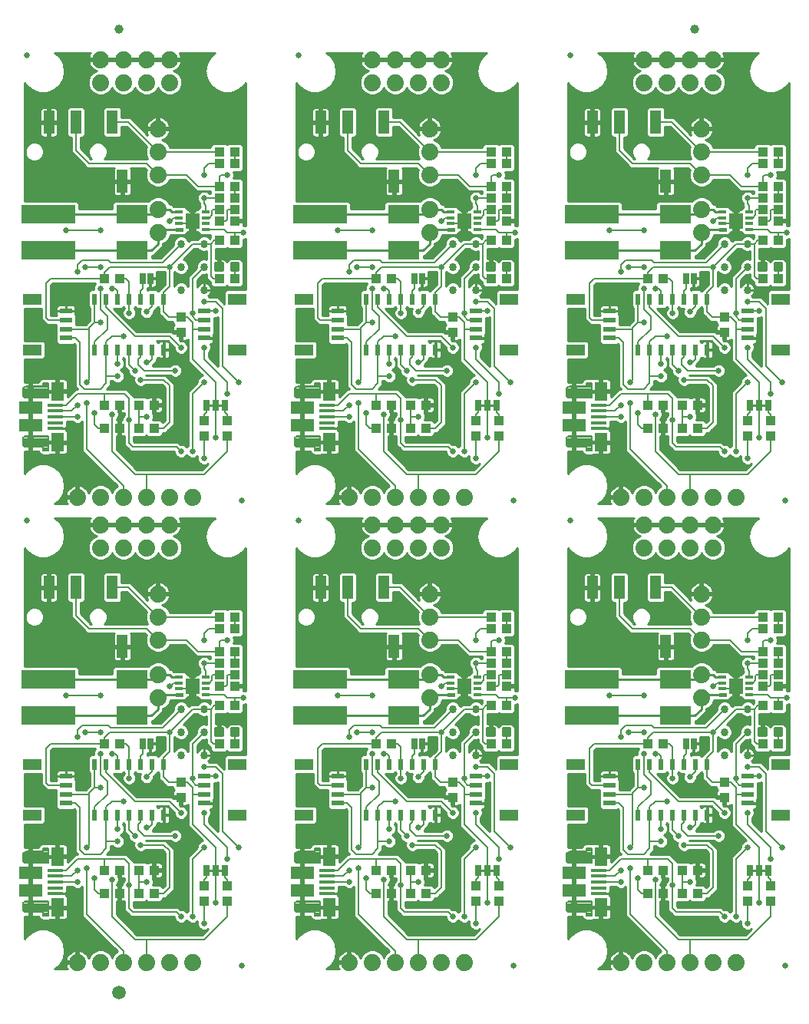
<source format=gtl>
G75*
%MOIN*%
%OFA0B0*%
%FSLAX25Y25*%
%IPPOS*%
%LPD*%
%AMOC8*
5,1,8,0,0,1.08239X$1,22.5*
%
%ADD10C,0.02500*%
%ADD11R,0.07874X0.04724*%
%ADD12R,0.05315X0.02362*%
%ADD13C,0.07400*%
%ADD14R,0.04331X0.03937*%
%ADD15C,0.01181*%
%ADD16R,0.03937X0.04331*%
%ADD17R,0.06890X0.01575*%
%ADD18R,0.05748X0.07874*%
%ADD19R,0.09843X0.05610*%
%ADD20C,0.04331*%
%ADD21C,0.00800*%
%ADD22R,0.03346X0.01378*%
%ADD23C,0.00138*%
%ADD24R,0.05906X0.06890*%
%ADD25R,0.01102X0.04035*%
%ADD26R,0.02500X0.05000*%
%ADD27R,0.02362X0.04724*%
%ADD28C,0.01000*%
%ADD29C,0.03400*%
%ADD30R,0.13780X0.07874*%
%ADD31R,0.23622X0.07874*%
%ADD32R,0.04724X0.09843*%
%ADD33C,0.03937*%
%ADD34C,0.05906*%
%ADD35C,0.00600*%
%ADD36C,0.02600*%
D10*
X0141250Y0032000D03*
X0259250Y0032000D03*
X0377250Y0032000D03*
X0283750Y0225500D03*
X0259250Y0234000D03*
X0165750Y0225500D03*
X0141250Y0234000D03*
X0047750Y0225500D03*
X0047750Y0427500D03*
X0165750Y0427500D03*
X0283750Y0427500D03*
X0377250Y0234000D03*
D11*
X0375219Y0299476D03*
X0375219Y0321524D03*
X0286281Y0321524D03*
X0286281Y0299476D03*
X0257219Y0299476D03*
X0257219Y0321524D03*
X0168281Y0321524D03*
X0168281Y0299476D03*
X0139219Y0299476D03*
X0139219Y0321524D03*
X0050281Y0321524D03*
X0050281Y0299476D03*
X0050281Y0119524D03*
X0050281Y0097476D03*
X0139219Y0097476D03*
X0139219Y0119524D03*
X0168281Y0119524D03*
X0168281Y0097476D03*
X0257219Y0097476D03*
X0257219Y0119524D03*
X0286281Y0119524D03*
X0286281Y0097476D03*
X0375219Y0097476D03*
X0375219Y0119524D03*
D12*
X0360750Y0114406D03*
X0360750Y0110469D03*
X0360750Y0106531D03*
X0360750Y0102594D03*
X0300750Y0102594D03*
X0300750Y0106531D03*
X0300750Y0110469D03*
X0300750Y0114406D03*
X0242750Y0114406D03*
X0242750Y0110469D03*
X0242750Y0106531D03*
X0242750Y0102594D03*
X0182750Y0102594D03*
X0182750Y0106531D03*
X0182750Y0110469D03*
X0182750Y0114406D03*
X0124750Y0114406D03*
X0124750Y0110469D03*
X0124750Y0106531D03*
X0124750Y0102594D03*
X0064750Y0102594D03*
X0064750Y0106531D03*
X0064750Y0110469D03*
X0064750Y0114406D03*
X0064750Y0304594D03*
X0064750Y0308531D03*
X0064750Y0312469D03*
X0064750Y0316406D03*
X0124750Y0316406D03*
X0124750Y0312469D03*
X0124750Y0308531D03*
X0124750Y0304594D03*
X0182750Y0304594D03*
X0182750Y0308531D03*
X0182750Y0312469D03*
X0182750Y0316406D03*
X0242750Y0316406D03*
X0242750Y0312469D03*
X0242750Y0308531D03*
X0242750Y0304594D03*
X0300750Y0304594D03*
X0300750Y0308531D03*
X0300750Y0312469D03*
X0300750Y0316406D03*
X0360750Y0316406D03*
X0360750Y0312469D03*
X0360750Y0308531D03*
X0360750Y0304594D03*
D13*
X0340750Y0350500D03*
X0340750Y0360500D03*
X0340750Y0375500D03*
X0340750Y0385500D03*
X0340750Y0395500D03*
X0335750Y0415500D03*
X0335750Y0425500D03*
X0325750Y0425500D03*
X0325750Y0415500D03*
X0315750Y0415500D03*
X0315750Y0425500D03*
X0345750Y0425500D03*
X0345750Y0415500D03*
X0227750Y0415500D03*
X0227750Y0425500D03*
X0217750Y0425500D03*
X0217750Y0415500D03*
X0207750Y0415500D03*
X0207750Y0425500D03*
X0197750Y0425500D03*
X0197750Y0415500D03*
X0222750Y0395500D03*
X0222750Y0385500D03*
X0222750Y0375500D03*
X0222750Y0360500D03*
X0222750Y0350500D03*
X0109750Y0415500D03*
X0109750Y0425500D03*
X0099750Y0425500D03*
X0099750Y0415500D03*
X0089750Y0415500D03*
X0089750Y0425500D03*
X0079750Y0425500D03*
X0079750Y0415500D03*
X0104750Y0395500D03*
X0104750Y0385500D03*
X0104750Y0375500D03*
X0104750Y0360500D03*
X0104750Y0350500D03*
X0099750Y0235500D03*
X0089750Y0235500D03*
X0079750Y0235500D03*
X0069750Y0235500D03*
X0079750Y0223500D03*
X0079750Y0213500D03*
X0089750Y0213500D03*
X0089750Y0223500D03*
X0099750Y0223500D03*
X0099750Y0213500D03*
X0109750Y0213500D03*
X0109750Y0223500D03*
X0109750Y0235500D03*
X0119750Y0235500D03*
X0104750Y0193500D03*
X0104750Y0183500D03*
X0104750Y0173500D03*
X0104750Y0158500D03*
X0104750Y0148500D03*
X0197750Y0213500D03*
X0197750Y0223500D03*
X0207750Y0223500D03*
X0207750Y0213500D03*
X0217750Y0213500D03*
X0217750Y0223500D03*
X0227750Y0223500D03*
X0227750Y0213500D03*
X0222750Y0193500D03*
X0222750Y0183500D03*
X0222750Y0173500D03*
X0222750Y0158500D03*
X0222750Y0148500D03*
X0315750Y0213500D03*
X0315750Y0223500D03*
X0325750Y0223500D03*
X0325750Y0213500D03*
X0335750Y0213500D03*
X0335750Y0223500D03*
X0345750Y0223500D03*
X0345750Y0213500D03*
X0340750Y0193500D03*
X0340750Y0183500D03*
X0340750Y0173500D03*
X0340750Y0158500D03*
X0340750Y0148500D03*
X0335750Y0235500D03*
X0325750Y0235500D03*
X0315750Y0235500D03*
X0305750Y0235500D03*
X0345750Y0235500D03*
X0355750Y0235500D03*
X0237750Y0235500D03*
X0227750Y0235500D03*
X0217750Y0235500D03*
X0207750Y0235500D03*
X0197750Y0235500D03*
X0187750Y0235500D03*
X0187750Y0033500D03*
X0197750Y0033500D03*
X0207750Y0033500D03*
X0217750Y0033500D03*
X0227750Y0033500D03*
X0237750Y0033500D03*
X0305750Y0033500D03*
X0315750Y0033500D03*
X0325750Y0033500D03*
X0335750Y0033500D03*
X0345750Y0033500D03*
X0355750Y0033500D03*
X0119750Y0033500D03*
X0109750Y0033500D03*
X0099750Y0033500D03*
X0089750Y0033500D03*
X0079750Y0033500D03*
X0069750Y0033500D03*
D14*
X0081404Y0063500D03*
X0088096Y0063500D03*
X0096404Y0063500D03*
X0103096Y0063500D03*
X0103096Y0073500D03*
X0096404Y0073500D03*
X0088096Y0073500D03*
X0081404Y0073500D03*
X0081404Y0128500D03*
X0088096Y0128500D03*
X0131404Y0128500D03*
X0138096Y0128500D03*
X0138096Y0145000D03*
X0131404Y0145000D03*
X0131404Y0153500D03*
X0131404Y0158500D03*
X0131404Y0163500D03*
X0131404Y0168500D03*
X0138096Y0168500D03*
X0138096Y0163500D03*
X0138096Y0158500D03*
X0138096Y0153500D03*
X0138096Y0178500D03*
X0138096Y0183500D03*
X0131404Y0183500D03*
X0131404Y0178500D03*
X0199404Y0128500D03*
X0206096Y0128500D03*
X0249404Y0128500D03*
X0256096Y0128500D03*
X0256096Y0145000D03*
X0249404Y0145000D03*
X0249404Y0153500D03*
X0249404Y0158500D03*
X0249404Y0163500D03*
X0249404Y0168500D03*
X0256096Y0168500D03*
X0256096Y0163500D03*
X0256096Y0158500D03*
X0256096Y0153500D03*
X0256096Y0178500D03*
X0256096Y0183500D03*
X0249404Y0183500D03*
X0249404Y0178500D03*
X0317404Y0128500D03*
X0324096Y0128500D03*
X0367404Y0128500D03*
X0374096Y0128500D03*
X0374096Y0145000D03*
X0367404Y0145000D03*
X0367404Y0153500D03*
X0367404Y0158500D03*
X0367404Y0163500D03*
X0367404Y0168500D03*
X0374096Y0168500D03*
X0374096Y0163500D03*
X0374096Y0158500D03*
X0374096Y0153500D03*
X0374096Y0178500D03*
X0374096Y0183500D03*
X0367404Y0183500D03*
X0367404Y0178500D03*
X0339096Y0265500D03*
X0332404Y0265500D03*
X0324096Y0265500D03*
X0317404Y0265500D03*
X0317404Y0275500D03*
X0324096Y0275500D03*
X0332404Y0275500D03*
X0339096Y0275500D03*
X0324096Y0330500D03*
X0317404Y0330500D03*
X0367404Y0330500D03*
X0374096Y0330500D03*
X0374096Y0347000D03*
X0367404Y0347000D03*
X0367404Y0355500D03*
X0367404Y0360500D03*
X0367404Y0365500D03*
X0367404Y0370500D03*
X0374096Y0370500D03*
X0374096Y0365500D03*
X0374096Y0360500D03*
X0374096Y0355500D03*
X0374096Y0380500D03*
X0374096Y0385500D03*
X0367404Y0385500D03*
X0367404Y0380500D03*
X0256096Y0380500D03*
X0256096Y0385500D03*
X0249404Y0385500D03*
X0249404Y0380500D03*
X0249404Y0370500D03*
X0249404Y0365500D03*
X0249404Y0360500D03*
X0249404Y0355500D03*
X0256096Y0355500D03*
X0256096Y0360500D03*
X0256096Y0365500D03*
X0256096Y0370500D03*
X0256096Y0347000D03*
X0249404Y0347000D03*
X0249404Y0330500D03*
X0256096Y0330500D03*
X0206096Y0330500D03*
X0199404Y0330500D03*
X0199404Y0275500D03*
X0206096Y0275500D03*
X0214404Y0275500D03*
X0221096Y0275500D03*
X0221096Y0265500D03*
X0214404Y0265500D03*
X0206096Y0265500D03*
X0199404Y0265500D03*
X0138096Y0330500D03*
X0131404Y0330500D03*
X0131404Y0347000D03*
X0138096Y0347000D03*
X0138096Y0355500D03*
X0138096Y0360500D03*
X0138096Y0365500D03*
X0138096Y0370500D03*
X0131404Y0370500D03*
X0131404Y0365500D03*
X0131404Y0360500D03*
X0131404Y0355500D03*
X0131404Y0380500D03*
X0131404Y0385500D03*
X0138096Y0385500D03*
X0138096Y0380500D03*
X0088096Y0330500D03*
X0081404Y0330500D03*
X0081404Y0275500D03*
X0088096Y0275500D03*
X0096404Y0275500D03*
X0103096Y0275500D03*
X0103096Y0265500D03*
X0096404Y0265500D03*
X0088096Y0265500D03*
X0081404Y0265500D03*
X0199404Y0073500D03*
X0206096Y0073500D03*
X0214404Y0073500D03*
X0221096Y0073500D03*
X0221096Y0063500D03*
X0214404Y0063500D03*
X0206096Y0063500D03*
X0199404Y0063500D03*
X0317404Y0063500D03*
X0324096Y0063500D03*
X0332404Y0063500D03*
X0339096Y0063500D03*
X0339096Y0073500D03*
X0332404Y0073500D03*
X0324096Y0073500D03*
X0317404Y0073500D03*
D15*
X0368675Y0132122D02*
X0368675Y0134878D01*
X0368675Y0132122D02*
X0365919Y0132122D01*
X0365919Y0134878D01*
X0368675Y0134878D01*
X0368675Y0133302D02*
X0365919Y0133302D01*
X0365919Y0134482D02*
X0368675Y0134482D01*
X0375581Y0134878D02*
X0375581Y0132122D01*
X0372825Y0132122D01*
X0372825Y0134878D01*
X0375581Y0134878D01*
X0375581Y0133302D02*
X0372825Y0133302D01*
X0372825Y0134482D02*
X0375581Y0134482D01*
X0257581Y0134878D02*
X0257581Y0132122D01*
X0254825Y0132122D01*
X0254825Y0134878D01*
X0257581Y0134878D01*
X0257581Y0133302D02*
X0254825Y0133302D01*
X0254825Y0134482D02*
X0257581Y0134482D01*
X0250675Y0134878D02*
X0250675Y0132122D01*
X0247919Y0132122D01*
X0247919Y0134878D01*
X0250675Y0134878D01*
X0250675Y0133302D02*
X0247919Y0133302D01*
X0247919Y0134482D02*
X0250675Y0134482D01*
X0139581Y0134878D02*
X0139581Y0132122D01*
X0136825Y0132122D01*
X0136825Y0134878D01*
X0139581Y0134878D01*
X0139581Y0133302D02*
X0136825Y0133302D01*
X0136825Y0134482D02*
X0139581Y0134482D01*
X0132675Y0134878D02*
X0132675Y0132122D01*
X0129919Y0132122D01*
X0129919Y0134878D01*
X0132675Y0134878D01*
X0132675Y0133302D02*
X0129919Y0133302D01*
X0129919Y0134482D02*
X0132675Y0134482D01*
X0132675Y0334122D02*
X0132675Y0336878D01*
X0132675Y0334122D02*
X0129919Y0334122D01*
X0129919Y0336878D01*
X0132675Y0336878D01*
X0132675Y0335302D02*
X0129919Y0335302D01*
X0129919Y0336482D02*
X0132675Y0336482D01*
X0139581Y0336878D02*
X0139581Y0334122D01*
X0136825Y0334122D01*
X0136825Y0336878D01*
X0139581Y0336878D01*
X0139581Y0335302D02*
X0136825Y0335302D01*
X0136825Y0336482D02*
X0139581Y0336482D01*
X0250675Y0336878D02*
X0250675Y0334122D01*
X0247919Y0334122D01*
X0247919Y0336878D01*
X0250675Y0336878D01*
X0250675Y0335302D02*
X0247919Y0335302D01*
X0247919Y0336482D02*
X0250675Y0336482D01*
X0257581Y0336878D02*
X0257581Y0334122D01*
X0254825Y0334122D01*
X0254825Y0336878D01*
X0257581Y0336878D01*
X0257581Y0335302D02*
X0254825Y0335302D01*
X0254825Y0336482D02*
X0257581Y0336482D01*
X0368675Y0336878D02*
X0368675Y0334122D01*
X0365919Y0334122D01*
X0365919Y0336878D01*
X0368675Y0336878D01*
X0368675Y0335302D02*
X0365919Y0335302D01*
X0365919Y0336482D02*
X0368675Y0336482D01*
X0375581Y0336878D02*
X0375581Y0334122D01*
X0372825Y0334122D01*
X0372825Y0336878D01*
X0375581Y0336878D01*
X0375581Y0335302D02*
X0372825Y0335302D01*
X0372825Y0336482D02*
X0375581Y0336482D01*
D16*
X0350750Y0313846D03*
X0350750Y0307154D03*
X0360750Y0268846D03*
X0360750Y0262154D03*
X0370750Y0262154D03*
X0370750Y0268846D03*
X0252750Y0268846D03*
X0252750Y0262154D03*
X0242750Y0262154D03*
X0242750Y0268846D03*
X0232750Y0307154D03*
X0232750Y0313846D03*
X0134750Y0268846D03*
X0134750Y0262154D03*
X0124750Y0262154D03*
X0124750Y0268846D03*
X0114750Y0307154D03*
X0114750Y0313846D03*
X0114750Y0111846D03*
X0114750Y0105154D03*
X0124750Y0066846D03*
X0124750Y0060154D03*
X0134750Y0060154D03*
X0134750Y0066846D03*
X0232750Y0105154D03*
X0232750Y0111846D03*
X0242750Y0066846D03*
X0242750Y0060154D03*
X0252750Y0060154D03*
X0252750Y0066846D03*
X0350750Y0105154D03*
X0350750Y0111846D03*
X0360750Y0066846D03*
X0360750Y0060154D03*
X0370750Y0060154D03*
X0370750Y0066846D03*
D17*
X0295990Y0065817D03*
X0295990Y0063258D03*
X0295990Y0068376D03*
X0295990Y0070935D03*
X0295990Y0073494D03*
X0177990Y0073494D03*
X0177990Y0070935D03*
X0177990Y0068376D03*
X0177990Y0065817D03*
X0177990Y0063258D03*
X0059990Y0063258D03*
X0059990Y0065817D03*
X0059990Y0068376D03*
X0059990Y0070935D03*
X0059990Y0073494D03*
X0059990Y0265258D03*
X0059990Y0267817D03*
X0059990Y0270376D03*
X0059990Y0272935D03*
X0059990Y0275494D03*
X0177990Y0275494D03*
X0177990Y0272935D03*
X0177990Y0270376D03*
X0177990Y0267817D03*
X0177990Y0265258D03*
X0295990Y0265258D03*
X0295990Y0267817D03*
X0295990Y0270376D03*
X0295990Y0272935D03*
X0295990Y0275494D03*
D18*
X0297073Y0281498D03*
X0297073Y0259354D03*
X0179073Y0259354D03*
X0179073Y0281498D03*
X0061073Y0281498D03*
X0061073Y0259354D03*
X0061073Y0079498D03*
X0061073Y0057354D03*
X0179073Y0057354D03*
X0179073Y0079498D03*
X0297073Y0079498D03*
X0297073Y0057354D03*
D19*
X0285428Y0064578D03*
X0285439Y0072353D03*
X0167439Y0072353D03*
X0167428Y0064578D03*
X0049428Y0064578D03*
X0049439Y0072353D03*
X0049428Y0266578D03*
X0049439Y0274353D03*
X0167439Y0274353D03*
X0167428Y0266578D03*
X0285428Y0266578D03*
X0285439Y0274353D03*
D20*
X0286026Y0281130D02*
X0284450Y0281130D01*
X0284450Y0281130D01*
X0286026Y0281130D01*
X0286026Y0281130D01*
X0286026Y0259476D02*
X0284450Y0259476D01*
X0284450Y0259476D01*
X0286026Y0259476D01*
X0286026Y0259476D01*
X0168026Y0259476D02*
X0166450Y0259476D01*
X0166450Y0259476D01*
X0168026Y0259476D01*
X0168026Y0259476D01*
X0168026Y0281130D02*
X0166450Y0281130D01*
X0166450Y0281130D01*
X0168026Y0281130D01*
X0168026Y0281130D01*
X0050026Y0281130D02*
X0048450Y0281130D01*
X0048450Y0281130D01*
X0050026Y0281130D01*
X0050026Y0281130D01*
X0050026Y0259476D02*
X0048450Y0259476D01*
X0048450Y0259476D01*
X0050026Y0259476D01*
X0050026Y0259476D01*
X0050026Y0079130D02*
X0048450Y0079130D01*
X0048450Y0079130D01*
X0050026Y0079130D01*
X0050026Y0079130D01*
X0050026Y0057476D02*
X0048450Y0057476D01*
X0048450Y0057476D01*
X0050026Y0057476D01*
X0050026Y0057476D01*
X0166450Y0057476D02*
X0168026Y0057476D01*
X0166450Y0057476D02*
X0166450Y0057476D01*
X0168026Y0057476D01*
X0168026Y0057476D01*
X0168026Y0079130D02*
X0166450Y0079130D01*
X0166450Y0079130D01*
X0168026Y0079130D01*
X0168026Y0079130D01*
X0284450Y0079130D02*
X0286026Y0079130D01*
X0284450Y0079130D02*
X0284450Y0079130D01*
X0286026Y0079130D01*
X0286026Y0079130D01*
X0286026Y0057476D02*
X0284450Y0057476D01*
X0284450Y0057476D01*
X0286026Y0057476D01*
X0286026Y0057476D01*
D21*
X0283372Y0055227D02*
X0283071Y0055309D01*
X0282795Y0055457D01*
X0282560Y0055662D01*
X0282376Y0055915D01*
X0282253Y0056202D01*
X0282197Y0056509D01*
X0282210Y0056821D01*
X0282210Y0059183D01*
X0282299Y0059432D01*
X0282448Y0059650D01*
X0282649Y0059822D01*
X0282888Y0059936D01*
X0283148Y0059984D01*
X0283411Y0059963D01*
X0293293Y0059963D01*
X0293293Y0053739D01*
X0290793Y0053739D01*
X0290793Y0055227D01*
X0283372Y0055227D01*
X0282575Y0055649D02*
X0293293Y0055649D01*
X0293293Y0054851D02*
X0290793Y0054851D01*
X0290793Y0054052D02*
X0293293Y0054052D01*
X0293293Y0056448D02*
X0282208Y0056448D01*
X0282210Y0057246D02*
X0293293Y0057246D01*
X0293293Y0058045D02*
X0282210Y0058045D01*
X0282210Y0058843D02*
X0293293Y0058843D01*
X0293293Y0059642D02*
X0282443Y0059642D01*
X0283293Y0076644D02*
X0293293Y0076624D01*
X0293293Y0083042D01*
X0290773Y0083061D01*
X0290773Y0081585D01*
X0283332Y0081565D01*
X0283031Y0081483D01*
X0282756Y0081335D01*
X0282520Y0081130D01*
X0282337Y0080877D01*
X0282213Y0080590D01*
X0282157Y0080283D01*
X0282171Y0079971D01*
X0282171Y0077609D01*
X0282227Y0077341D01*
X0282350Y0077097D01*
X0282532Y0076894D01*
X0282761Y0076744D01*
X0283020Y0076659D01*
X0283293Y0076644D01*
X0282294Y0077209D02*
X0293293Y0077209D01*
X0293293Y0078008D02*
X0282171Y0078008D01*
X0282171Y0078806D02*
X0293293Y0078806D01*
X0293293Y0079605D02*
X0282171Y0079605D01*
X0282179Y0080403D02*
X0293293Y0080403D01*
X0293293Y0081202D02*
X0282603Y0081202D01*
X0290773Y0082000D02*
X0293293Y0082000D01*
X0293293Y0082799D02*
X0290773Y0082799D01*
X0175293Y0082799D02*
X0172773Y0082799D01*
X0172773Y0083061D02*
X0172773Y0081585D01*
X0165332Y0081565D01*
X0165031Y0081483D01*
X0164756Y0081335D01*
X0164520Y0081130D01*
X0164337Y0080877D01*
X0164213Y0080590D01*
X0164157Y0080283D01*
X0164171Y0079971D01*
X0164171Y0077609D01*
X0164227Y0077341D01*
X0164350Y0077097D01*
X0164532Y0076894D01*
X0164761Y0076744D01*
X0165020Y0076659D01*
X0165293Y0076644D01*
X0175293Y0076624D01*
X0175293Y0083042D01*
X0172773Y0083061D01*
X0172773Y0082000D02*
X0175293Y0082000D01*
X0175293Y0081202D02*
X0164603Y0081202D01*
X0164179Y0080403D02*
X0175293Y0080403D01*
X0175293Y0079605D02*
X0164171Y0079605D01*
X0164171Y0078806D02*
X0175293Y0078806D01*
X0175293Y0078008D02*
X0164171Y0078008D01*
X0164294Y0077209D02*
X0175293Y0077209D01*
X0175293Y0059963D02*
X0165411Y0059963D01*
X0165148Y0059984D01*
X0164888Y0059936D01*
X0164649Y0059822D01*
X0164448Y0059650D01*
X0164299Y0059432D01*
X0164210Y0059183D01*
X0164210Y0056821D01*
X0164197Y0056509D01*
X0164253Y0056202D01*
X0164376Y0055915D01*
X0164560Y0055662D01*
X0164795Y0055457D01*
X0165071Y0055309D01*
X0165372Y0055227D01*
X0172793Y0055227D01*
X0172793Y0053739D01*
X0175293Y0053739D01*
X0175293Y0059963D01*
X0175293Y0059642D02*
X0164443Y0059642D01*
X0164210Y0058843D02*
X0175293Y0058843D01*
X0175293Y0058045D02*
X0164210Y0058045D01*
X0164210Y0057246D02*
X0175293Y0057246D01*
X0175293Y0056448D02*
X0164208Y0056448D01*
X0164575Y0055649D02*
X0175293Y0055649D01*
X0175293Y0054851D02*
X0172793Y0054851D01*
X0172793Y0054052D02*
X0175293Y0054052D01*
X0057293Y0054052D02*
X0054793Y0054052D01*
X0054793Y0053739D02*
X0054793Y0055227D01*
X0047372Y0055227D01*
X0047071Y0055309D01*
X0046795Y0055457D01*
X0046560Y0055662D01*
X0046376Y0055915D01*
X0046253Y0056202D01*
X0046197Y0056509D01*
X0046210Y0056821D01*
X0046210Y0059183D01*
X0046299Y0059432D01*
X0046448Y0059650D01*
X0046649Y0059822D01*
X0046888Y0059936D01*
X0047148Y0059984D01*
X0047411Y0059963D01*
X0057293Y0059963D01*
X0057293Y0053739D01*
X0054793Y0053739D01*
X0054793Y0054851D02*
X0057293Y0054851D01*
X0057293Y0055649D02*
X0046575Y0055649D01*
X0046208Y0056448D02*
X0057293Y0056448D01*
X0057293Y0057246D02*
X0046210Y0057246D01*
X0046210Y0058045D02*
X0057293Y0058045D01*
X0057293Y0058843D02*
X0046210Y0058843D01*
X0046443Y0059642D02*
X0057293Y0059642D01*
X0057293Y0076624D02*
X0047293Y0076644D01*
X0047020Y0076659D01*
X0046761Y0076744D01*
X0046532Y0076894D01*
X0046350Y0077097D01*
X0046227Y0077341D01*
X0046171Y0077609D01*
X0046171Y0079971D01*
X0046157Y0080283D01*
X0046213Y0080590D01*
X0046337Y0080877D01*
X0046520Y0081130D01*
X0046756Y0081335D01*
X0047031Y0081483D01*
X0047332Y0081565D01*
X0054773Y0081585D01*
X0054773Y0083061D01*
X0057293Y0083042D01*
X0057293Y0076624D01*
X0057293Y0077209D02*
X0046294Y0077209D01*
X0046171Y0078008D02*
X0057293Y0078008D01*
X0057293Y0078806D02*
X0046171Y0078806D01*
X0046171Y0079605D02*
X0057293Y0079605D01*
X0057293Y0080403D02*
X0046179Y0080403D01*
X0046603Y0081202D02*
X0057293Y0081202D01*
X0057293Y0082000D02*
X0054773Y0082000D01*
X0054773Y0082799D02*
X0057293Y0082799D01*
X0057293Y0255739D02*
X0054793Y0255739D01*
X0054793Y0257227D01*
X0047372Y0257227D01*
X0047071Y0257309D01*
X0046795Y0257457D01*
X0046560Y0257662D01*
X0046376Y0257915D01*
X0046253Y0258202D01*
X0046197Y0258509D01*
X0046210Y0258821D01*
X0046210Y0261183D01*
X0046299Y0261432D01*
X0046448Y0261650D01*
X0046649Y0261822D01*
X0046888Y0261936D01*
X0047148Y0261984D01*
X0047411Y0261963D01*
X0057293Y0261963D01*
X0057293Y0255739D01*
X0057293Y0256076D02*
X0054793Y0256076D01*
X0054793Y0256874D02*
X0057293Y0256874D01*
X0057293Y0257673D02*
X0046552Y0257673D01*
X0046204Y0258471D02*
X0057293Y0258471D01*
X0057293Y0259270D02*
X0046210Y0259270D01*
X0046210Y0260068D02*
X0057293Y0260068D01*
X0057293Y0260867D02*
X0046210Y0260867D01*
X0046466Y0261665D02*
X0057293Y0261665D01*
X0057293Y0278624D02*
X0047293Y0278644D01*
X0047020Y0278659D01*
X0046761Y0278744D01*
X0046532Y0278894D01*
X0046350Y0279097D01*
X0046227Y0279341D01*
X0046171Y0279609D01*
X0046171Y0281971D01*
X0046157Y0282283D01*
X0046213Y0282590D01*
X0046337Y0282877D01*
X0046520Y0283130D01*
X0046756Y0283335D01*
X0047031Y0283483D01*
X0047332Y0283565D01*
X0054773Y0283585D01*
X0054773Y0285061D01*
X0057293Y0285042D01*
X0057293Y0278624D01*
X0057293Y0279233D02*
X0046282Y0279233D01*
X0046171Y0280031D02*
X0057293Y0280031D01*
X0057293Y0280830D02*
X0046171Y0280830D01*
X0046171Y0281628D02*
X0057293Y0281628D01*
X0057293Y0282427D02*
X0046184Y0282427D01*
X0046630Y0283225D02*
X0057293Y0283225D01*
X0057293Y0284024D02*
X0054773Y0284024D01*
X0054773Y0284822D02*
X0057293Y0284822D01*
X0164157Y0282283D02*
X0164171Y0281971D01*
X0164171Y0279609D01*
X0164227Y0279341D01*
X0164350Y0279097D01*
X0164532Y0278894D01*
X0164761Y0278744D01*
X0165020Y0278659D01*
X0165293Y0278644D01*
X0175293Y0278624D01*
X0175293Y0285042D01*
X0172773Y0285061D01*
X0172773Y0283585D01*
X0165332Y0283565D01*
X0165031Y0283483D01*
X0164756Y0283335D01*
X0164520Y0283130D01*
X0164337Y0282877D01*
X0164213Y0282590D01*
X0164157Y0282283D01*
X0164184Y0282427D02*
X0175293Y0282427D01*
X0175293Y0283225D02*
X0164630Y0283225D01*
X0164171Y0281628D02*
X0175293Y0281628D01*
X0175293Y0280830D02*
X0164171Y0280830D01*
X0164171Y0280031D02*
X0175293Y0280031D01*
X0175293Y0279233D02*
X0164282Y0279233D01*
X0172773Y0284024D02*
X0175293Y0284024D01*
X0175293Y0284822D02*
X0172773Y0284822D01*
X0175293Y0261963D02*
X0165411Y0261963D01*
X0165148Y0261984D01*
X0164888Y0261936D01*
X0164649Y0261822D01*
X0164448Y0261650D01*
X0164299Y0261432D01*
X0164210Y0261183D01*
X0164210Y0258821D01*
X0164197Y0258509D01*
X0164253Y0258202D01*
X0164376Y0257915D01*
X0164560Y0257662D01*
X0164795Y0257457D01*
X0165071Y0257309D01*
X0165372Y0257227D01*
X0172793Y0257227D01*
X0172793Y0255739D01*
X0175293Y0255739D01*
X0175293Y0261963D01*
X0175293Y0261665D02*
X0164466Y0261665D01*
X0164210Y0260867D02*
X0175293Y0260867D01*
X0175293Y0260068D02*
X0164210Y0260068D01*
X0164210Y0259270D02*
X0175293Y0259270D01*
X0175293Y0258471D02*
X0164204Y0258471D01*
X0164552Y0257673D02*
X0175293Y0257673D01*
X0175293Y0256874D02*
X0172793Y0256874D01*
X0172793Y0256076D02*
X0175293Y0256076D01*
X0282197Y0258509D02*
X0282210Y0258821D01*
X0282210Y0261183D01*
X0282299Y0261432D01*
X0282448Y0261650D01*
X0282649Y0261822D01*
X0282888Y0261936D01*
X0283148Y0261984D01*
X0283411Y0261963D01*
X0293293Y0261963D01*
X0293293Y0255739D01*
X0290793Y0255739D01*
X0290793Y0257227D01*
X0283372Y0257227D01*
X0283071Y0257309D01*
X0282795Y0257457D01*
X0282560Y0257662D01*
X0282376Y0257915D01*
X0282253Y0258202D01*
X0282197Y0258509D01*
X0282204Y0258471D02*
X0293293Y0258471D01*
X0293293Y0257673D02*
X0282552Y0257673D01*
X0282210Y0259270D02*
X0293293Y0259270D01*
X0293293Y0260068D02*
X0282210Y0260068D01*
X0282210Y0260867D02*
X0293293Y0260867D01*
X0293293Y0261665D02*
X0282466Y0261665D01*
X0290793Y0256874D02*
X0293293Y0256874D01*
X0293293Y0256076D02*
X0290793Y0256076D01*
X0293293Y0278624D02*
X0283293Y0278644D01*
X0283020Y0278659D01*
X0282761Y0278744D01*
X0282532Y0278894D01*
X0282350Y0279097D01*
X0282227Y0279341D01*
X0282171Y0279609D01*
X0282171Y0281971D01*
X0282157Y0282283D01*
X0282213Y0282590D01*
X0282337Y0282877D01*
X0282520Y0283130D01*
X0282756Y0283335D01*
X0283031Y0283483D01*
X0283332Y0283565D01*
X0290773Y0283585D01*
X0290773Y0285061D01*
X0293293Y0285042D01*
X0293293Y0278624D01*
X0293293Y0279233D02*
X0282282Y0279233D01*
X0282171Y0280031D02*
X0293293Y0280031D01*
X0293293Y0280830D02*
X0282171Y0280830D01*
X0282171Y0281628D02*
X0293293Y0281628D01*
X0293293Y0282427D02*
X0282184Y0282427D01*
X0282630Y0283225D02*
X0293293Y0283225D01*
X0293293Y0284024D02*
X0290773Y0284024D01*
X0290773Y0284822D02*
X0293293Y0284822D01*
D22*
X0243557Y0351661D03*
X0243557Y0354220D03*
X0243557Y0356780D03*
X0243557Y0359339D03*
X0231943Y0359339D03*
X0231943Y0356780D03*
X0231943Y0354220D03*
X0125557Y0354220D03*
X0125557Y0351661D03*
X0125557Y0356780D03*
X0125557Y0359339D03*
X0113943Y0359339D03*
X0113943Y0356780D03*
X0113943Y0354220D03*
X0113943Y0157339D03*
X0113943Y0154780D03*
X0113943Y0152220D03*
X0125557Y0152220D03*
X0125557Y0149661D03*
X0125557Y0154780D03*
X0125557Y0157339D03*
X0231943Y0157339D03*
X0231943Y0154780D03*
X0231943Y0152220D03*
X0243557Y0152220D03*
X0243557Y0149661D03*
X0243557Y0154780D03*
X0243557Y0157339D03*
X0349943Y0157339D03*
X0349943Y0154780D03*
X0349943Y0152220D03*
X0361557Y0152220D03*
X0361557Y0149661D03*
X0361557Y0154780D03*
X0361557Y0157339D03*
X0361557Y0351661D03*
X0361557Y0354220D03*
X0361557Y0356780D03*
X0361557Y0359339D03*
X0349943Y0359339D03*
X0349943Y0356780D03*
X0349943Y0354220D03*
D23*
X0351547Y0351041D02*
X0348339Y0351041D01*
X0348339Y0352281D01*
X0351547Y0352281D01*
X0351547Y0351041D01*
X0351547Y0351178D02*
X0348339Y0351178D01*
X0348339Y0351315D02*
X0351547Y0351315D01*
X0351547Y0351452D02*
X0348339Y0351452D01*
X0348339Y0351589D02*
X0351547Y0351589D01*
X0351547Y0351726D02*
X0348339Y0351726D01*
X0348339Y0351863D02*
X0351547Y0351863D01*
X0351547Y0352000D02*
X0348339Y0352000D01*
X0348339Y0352137D02*
X0351547Y0352137D01*
X0351547Y0352274D02*
X0348339Y0352274D01*
X0233547Y0351041D02*
X0230339Y0351041D01*
X0230339Y0352281D01*
X0233547Y0352281D01*
X0233547Y0351041D01*
X0233547Y0351178D02*
X0230339Y0351178D01*
X0230339Y0351315D02*
X0233547Y0351315D01*
X0233547Y0351452D02*
X0230339Y0351452D01*
X0230339Y0351589D02*
X0233547Y0351589D01*
X0233547Y0351726D02*
X0230339Y0351726D01*
X0230339Y0351863D02*
X0233547Y0351863D01*
X0233547Y0352000D02*
X0230339Y0352000D01*
X0230339Y0352137D02*
X0233547Y0352137D01*
X0233547Y0352274D02*
X0230339Y0352274D01*
X0115547Y0351041D02*
X0112339Y0351041D01*
X0112339Y0352281D01*
X0115547Y0352281D01*
X0115547Y0351041D01*
X0115547Y0351178D02*
X0112339Y0351178D01*
X0112339Y0351315D02*
X0115547Y0351315D01*
X0115547Y0351452D02*
X0112339Y0351452D01*
X0112339Y0351589D02*
X0115547Y0351589D01*
X0115547Y0351726D02*
X0112339Y0351726D01*
X0112339Y0351863D02*
X0115547Y0351863D01*
X0115547Y0352000D02*
X0112339Y0352000D01*
X0112339Y0352137D02*
X0115547Y0352137D01*
X0115547Y0352274D02*
X0112339Y0352274D01*
X0112339Y0149041D02*
X0115547Y0149041D01*
X0112339Y0149041D02*
X0112339Y0150281D01*
X0115547Y0150281D01*
X0115547Y0149041D01*
X0115547Y0149178D02*
X0112339Y0149178D01*
X0112339Y0149315D02*
X0115547Y0149315D01*
X0115547Y0149452D02*
X0112339Y0149452D01*
X0112339Y0149589D02*
X0115547Y0149589D01*
X0115547Y0149726D02*
X0112339Y0149726D01*
X0112339Y0149863D02*
X0115547Y0149863D01*
X0115547Y0150000D02*
X0112339Y0150000D01*
X0112339Y0150137D02*
X0115547Y0150137D01*
X0115547Y0150274D02*
X0112339Y0150274D01*
X0230339Y0149041D02*
X0233547Y0149041D01*
X0230339Y0149041D02*
X0230339Y0150281D01*
X0233547Y0150281D01*
X0233547Y0149041D01*
X0233547Y0149178D02*
X0230339Y0149178D01*
X0230339Y0149315D02*
X0233547Y0149315D01*
X0233547Y0149452D02*
X0230339Y0149452D01*
X0230339Y0149589D02*
X0233547Y0149589D01*
X0233547Y0149726D02*
X0230339Y0149726D01*
X0230339Y0149863D02*
X0233547Y0149863D01*
X0233547Y0150000D02*
X0230339Y0150000D01*
X0230339Y0150137D02*
X0233547Y0150137D01*
X0233547Y0150274D02*
X0230339Y0150274D01*
X0348339Y0149041D02*
X0351547Y0149041D01*
X0348339Y0149041D02*
X0348339Y0150281D01*
X0351547Y0150281D01*
X0351547Y0149041D01*
X0351547Y0149178D02*
X0348339Y0149178D01*
X0348339Y0149315D02*
X0351547Y0149315D01*
X0351547Y0149452D02*
X0348339Y0149452D01*
X0348339Y0149589D02*
X0351547Y0149589D01*
X0351547Y0149726D02*
X0348339Y0149726D01*
X0348339Y0149863D02*
X0351547Y0149863D01*
X0351547Y0150000D02*
X0348339Y0150000D01*
X0348339Y0150137D02*
X0351547Y0150137D01*
X0351547Y0150274D02*
X0348339Y0150274D01*
D24*
X0355750Y0153500D03*
X0237750Y0153500D03*
X0119750Y0153500D03*
X0119750Y0355500D03*
X0237750Y0355500D03*
X0355750Y0355500D03*
D25*
X0354470Y0350037D03*
X0357030Y0350037D03*
X0357030Y0360963D03*
X0354470Y0360963D03*
X0239030Y0360963D03*
X0236470Y0360963D03*
X0236470Y0350037D03*
X0239030Y0350037D03*
X0121030Y0350037D03*
X0118470Y0350037D03*
X0118470Y0360963D03*
X0121030Y0360963D03*
X0121030Y0158963D03*
X0118470Y0158963D03*
X0118470Y0148037D03*
X0121030Y0148037D03*
X0236470Y0148037D03*
X0239030Y0148037D03*
X0239030Y0158963D03*
X0236470Y0158963D03*
X0354470Y0158963D03*
X0357030Y0158963D03*
X0357030Y0148037D03*
X0354470Y0148037D03*
D26*
X0337350Y0128500D03*
X0334150Y0128500D03*
X0361750Y0073500D03*
X0365750Y0073500D03*
X0369750Y0073500D03*
X0251750Y0073500D03*
X0247750Y0073500D03*
X0243750Y0073500D03*
X0219350Y0128500D03*
X0216150Y0128500D03*
X0133750Y0073500D03*
X0129750Y0073500D03*
X0125750Y0073500D03*
X0101350Y0128500D03*
X0098150Y0128500D03*
X0125750Y0275500D03*
X0129750Y0275500D03*
X0133750Y0275500D03*
X0101350Y0330500D03*
X0098150Y0330500D03*
X0216150Y0330500D03*
X0219350Y0330500D03*
X0243750Y0275500D03*
X0247750Y0275500D03*
X0251750Y0275500D03*
X0334150Y0330500D03*
X0337350Y0330500D03*
X0361750Y0275500D03*
X0365750Y0275500D03*
X0369750Y0275500D03*
D27*
X0343250Y0299476D03*
X0338250Y0299476D03*
X0333250Y0299476D03*
X0328250Y0299476D03*
X0323250Y0299476D03*
X0318250Y0299476D03*
X0313250Y0299476D03*
X0313250Y0321524D03*
X0318250Y0321524D03*
X0323250Y0321524D03*
X0328250Y0321524D03*
X0333250Y0321524D03*
X0338250Y0321524D03*
X0343250Y0321524D03*
X0225250Y0321524D03*
X0220250Y0321524D03*
X0215250Y0321524D03*
X0210250Y0321524D03*
X0205250Y0321524D03*
X0200250Y0321524D03*
X0195250Y0321524D03*
X0195250Y0299476D03*
X0200250Y0299476D03*
X0205250Y0299476D03*
X0210250Y0299476D03*
X0215250Y0299476D03*
X0220250Y0299476D03*
X0225250Y0299476D03*
X0107250Y0299476D03*
X0102250Y0299476D03*
X0097250Y0299476D03*
X0092250Y0299476D03*
X0087250Y0299476D03*
X0082250Y0299476D03*
X0077250Y0299476D03*
X0077250Y0321524D03*
X0082250Y0321524D03*
X0087250Y0321524D03*
X0092250Y0321524D03*
X0097250Y0321524D03*
X0102250Y0321524D03*
X0107250Y0321524D03*
X0107250Y0119524D03*
X0102250Y0119524D03*
X0097250Y0119524D03*
X0092250Y0119524D03*
X0087250Y0119524D03*
X0082250Y0119524D03*
X0077250Y0119524D03*
X0077250Y0097476D03*
X0082250Y0097476D03*
X0087250Y0097476D03*
X0092250Y0097476D03*
X0097250Y0097476D03*
X0102250Y0097476D03*
X0107250Y0097476D03*
X0195250Y0097476D03*
X0200250Y0097476D03*
X0205250Y0097476D03*
X0210250Y0097476D03*
X0215250Y0097476D03*
X0220250Y0097476D03*
X0225250Y0097476D03*
X0225250Y0119524D03*
X0220250Y0119524D03*
X0215250Y0119524D03*
X0210250Y0119524D03*
X0205250Y0119524D03*
X0200250Y0119524D03*
X0195250Y0119524D03*
X0313250Y0119524D03*
X0318250Y0119524D03*
X0323250Y0119524D03*
X0328250Y0119524D03*
X0333250Y0119524D03*
X0338250Y0119524D03*
X0343250Y0119524D03*
X0343250Y0097476D03*
X0338250Y0097476D03*
X0333250Y0097476D03*
X0328250Y0097476D03*
X0323250Y0097476D03*
X0318250Y0097476D03*
X0313250Y0097476D03*
D28*
X0046850Y0053385D02*
X0046850Y0043617D01*
X0047438Y0044635D01*
X0047438Y0044635D01*
X0047438Y0044635D01*
X0049977Y0046766D01*
X0049977Y0046766D01*
X0053093Y0047900D01*
X0056407Y0047900D01*
X0059522Y0046766D01*
X0059523Y0046766D01*
X0062062Y0044635D01*
X0062062Y0044635D01*
X0063719Y0041765D01*
X0063719Y0041765D01*
X0064295Y0038500D01*
X0064295Y0038500D01*
X0063719Y0035235D01*
X0063719Y0035235D01*
X0062062Y0032365D01*
X0062062Y0032365D01*
X0062062Y0032365D01*
X0059959Y0030600D01*
X0065429Y0030600D01*
X0065303Y0030775D01*
X0064931Y0031504D01*
X0064678Y0032282D01*
X0064564Y0033000D01*
X0069250Y0033000D01*
X0069250Y0034000D01*
X0069250Y0038686D01*
X0068532Y0038572D01*
X0067754Y0038319D01*
X0067025Y0037947D01*
X0066362Y0037466D01*
X0065784Y0036888D01*
X0065303Y0036225D01*
X0064931Y0035496D01*
X0064678Y0034718D01*
X0064564Y0034000D01*
X0069250Y0034000D01*
X0070250Y0034000D01*
X0070250Y0038686D01*
X0070968Y0038572D01*
X0071746Y0038319D01*
X0072475Y0037947D01*
X0073138Y0037466D01*
X0073716Y0036888D01*
X0074197Y0036225D01*
X0074569Y0035496D01*
X0074641Y0035276D01*
X0075172Y0036559D01*
X0076691Y0038078D01*
X0078676Y0038900D01*
X0080824Y0038900D01*
X0082809Y0038078D01*
X0084328Y0036559D01*
X0084750Y0035540D01*
X0085172Y0036559D01*
X0086691Y0038078D01*
X0087153Y0038269D01*
X0072922Y0052500D01*
X0072922Y0052500D01*
X0071750Y0053672D01*
X0071750Y0066257D01*
X0071449Y0065957D01*
X0070347Y0065500D01*
X0069153Y0065500D01*
X0068051Y0065957D01*
X0067631Y0066376D01*
X0065135Y0066376D01*
X0065135Y0064326D01*
X0064935Y0064126D01*
X0064935Y0063258D01*
X0059990Y0063258D01*
X0059990Y0063258D01*
X0069508Y0063258D01*
X0069750Y0063500D01*
X0071750Y0063448D02*
X0064935Y0063448D01*
X0064935Y0063258D02*
X0059990Y0063258D01*
X0064935Y0063258D02*
X0064935Y0062424D01*
X0065147Y0062212D01*
X0065344Y0061870D01*
X0065447Y0061489D01*
X0065447Y0057854D01*
X0061573Y0057854D01*
X0061573Y0056854D01*
X0065447Y0056854D01*
X0065447Y0053220D01*
X0065344Y0052838D01*
X0065147Y0052496D01*
X0064868Y0052217D01*
X0064526Y0052019D01*
X0064144Y0051917D01*
X0061572Y0051917D01*
X0061572Y0056854D01*
X0060573Y0056854D01*
X0060573Y0051917D01*
X0058001Y0051917D01*
X0057919Y0051939D01*
X0057543Y0051838D01*
X0054543Y0051838D01*
X0054060Y0051968D01*
X0053626Y0052218D01*
X0053273Y0052572D01*
X0053022Y0053005D01*
X0052936Y0053327D01*
X0049738Y0053327D01*
X0049738Y0056976D01*
X0048738Y0056976D01*
X0048738Y0053327D01*
X0047472Y0053327D01*
X0047324Y0053311D01*
X0047223Y0053327D01*
X0047122Y0053327D01*
X0046977Y0053365D01*
X0046977Y0053365D01*
X0046850Y0053385D01*
X0046850Y0052464D02*
X0053380Y0052464D01*
X0049738Y0053463D02*
X0048738Y0053463D01*
X0048738Y0054461D02*
X0049738Y0054461D01*
X0049738Y0055460D02*
X0048738Y0055460D01*
X0048738Y0056458D02*
X0049738Y0056458D01*
X0049738Y0056976D02*
X0049738Y0057976D01*
X0056698Y0057976D01*
X0056698Y0057854D01*
X0060572Y0057854D01*
X0060572Y0056854D01*
X0059193Y0056854D01*
X0059193Y0056976D01*
X0049738Y0056976D01*
X0049738Y0057457D02*
X0060572Y0057457D01*
X0060573Y0056458D02*
X0061572Y0056458D01*
X0061572Y0055460D02*
X0060573Y0055460D01*
X0060573Y0054461D02*
X0061572Y0054461D01*
X0061572Y0053463D02*
X0060573Y0053463D01*
X0060573Y0052464D02*
X0061572Y0052464D01*
X0065115Y0052464D02*
X0072957Y0052464D01*
X0071959Y0053463D02*
X0065447Y0053463D01*
X0065447Y0054461D02*
X0071750Y0054461D01*
X0071750Y0055460D02*
X0065447Y0055460D01*
X0065447Y0056458D02*
X0071750Y0056458D01*
X0071750Y0057457D02*
X0061573Y0057457D01*
X0065447Y0058455D02*
X0071750Y0058455D01*
X0071750Y0059454D02*
X0065447Y0059454D01*
X0065447Y0060452D02*
X0071750Y0060452D01*
X0071750Y0061451D02*
X0065447Y0061451D01*
X0064935Y0062449D02*
X0071750Y0062449D01*
X0071750Y0064446D02*
X0065135Y0064446D01*
X0065135Y0065445D02*
X0071750Y0065445D01*
X0065447Y0077025D02*
X0065447Y0078998D01*
X0061573Y0078998D01*
X0061573Y0079998D01*
X0065447Y0079998D01*
X0065447Y0083633D01*
X0065344Y0084014D01*
X0065147Y0084356D01*
X0064868Y0084636D01*
X0064526Y0084833D01*
X0064144Y0084935D01*
X0061572Y0084935D01*
X0061572Y0079998D01*
X0060573Y0079998D01*
X0060573Y0084935D01*
X0058001Y0084935D01*
X0057784Y0084877D01*
X0057558Y0084940D01*
X0057550Y0084940D01*
X0057543Y0084942D01*
X0057299Y0084942D01*
X0055031Y0084959D01*
X0055023Y0084961D01*
X0054780Y0084961D01*
X0054538Y0084963D01*
X0054531Y0084961D01*
X0054523Y0084961D01*
X0054288Y0084898D01*
X0054054Y0084838D01*
X0054047Y0084834D01*
X0054047Y0084834D01*
X0054047Y0084834D01*
X0054040Y0084832D01*
X0053830Y0084711D01*
X0053830Y0084710D01*
X0053830Y0084710D01*
X0053619Y0084591D01*
X0053613Y0084585D01*
X0053607Y0084582D01*
X0053435Y0084410D01*
X0053435Y0084410D01*
X0053435Y0084410D01*
X0053262Y0084240D01*
X0053258Y0084233D01*
X0053253Y0084228D01*
X0053131Y0084018D01*
X0053131Y0084018D01*
X0053131Y0084017D01*
X0053009Y0083809D01*
X0053007Y0083801D01*
X0053007Y0083801D01*
X0053003Y0083795D01*
X0052940Y0083560D01*
X0052918Y0083480D01*
X0049738Y0083472D01*
X0049738Y0079630D01*
X0048738Y0079630D01*
X0048738Y0083469D01*
X0047431Y0083466D01*
X0047431Y0083466D01*
X0047284Y0083481D01*
X0047182Y0083465D01*
X0047181Y0083465D01*
X0047077Y0083465D01*
X0046935Y0083426D01*
X0046850Y0083413D01*
X0046850Y0093414D01*
X0054923Y0093414D01*
X0055918Y0094410D01*
X0055918Y0100543D01*
X0054923Y0101539D01*
X0046850Y0101539D01*
X0046850Y0115461D01*
X0054250Y0115461D01*
X0054250Y0110672D01*
X0055281Y0109640D01*
X0056453Y0108469D01*
X0060444Y0108469D01*
X0060393Y0108417D01*
X0060393Y0104646D01*
X0060476Y0104563D01*
X0060393Y0104480D01*
X0060393Y0100709D01*
X0061388Y0099713D01*
X0068112Y0099713D01*
X0068457Y0100059D01*
X0068750Y0099766D01*
X0068750Y0081672D01*
X0069922Y0080500D01*
X0068922Y0080500D01*
X0067750Y0079328D01*
X0065447Y0077025D01*
X0065447Y0077427D02*
X0065849Y0077427D01*
X0065447Y0078426D02*
X0066847Y0078426D01*
X0067846Y0079424D02*
X0061573Y0079424D01*
X0061572Y0080423D02*
X0060573Y0080423D01*
X0060572Y0079998D02*
X0060572Y0078998D01*
X0056698Y0078998D01*
X0056698Y0078630D01*
X0049738Y0078630D01*
X0049738Y0074739D01*
X0049939Y0074739D01*
X0049939Y0072853D01*
X0048939Y0072853D01*
X0048939Y0076658D01*
X0048738Y0076658D01*
X0048738Y0078630D01*
X0049738Y0078630D01*
X0049738Y0079630D01*
X0059193Y0079630D01*
X0059193Y0079998D01*
X0060572Y0079998D01*
X0060572Y0079424D02*
X0049738Y0079424D01*
X0049738Y0078426D02*
X0048738Y0078426D01*
X0048738Y0077427D02*
X0049738Y0077427D01*
X0049738Y0076429D02*
X0048939Y0076429D01*
X0048939Y0075430D02*
X0049738Y0075430D01*
X0049939Y0074432D02*
X0048939Y0074432D01*
X0048939Y0073433D02*
X0049939Y0073433D01*
X0049939Y0071853D02*
X0049939Y0068883D01*
X0049928Y0068883D01*
X0049928Y0065078D01*
X0048928Y0065078D01*
X0048928Y0068048D01*
X0048939Y0068048D01*
X0048939Y0071853D01*
X0049939Y0071853D01*
X0049939Y0071436D02*
X0048939Y0071436D01*
X0048939Y0070437D02*
X0049939Y0070437D01*
X0049939Y0069439D02*
X0048939Y0069439D01*
X0048939Y0068440D02*
X0049928Y0068440D01*
X0049928Y0067442D02*
X0048928Y0067442D01*
X0048928Y0066443D02*
X0049928Y0066443D01*
X0049928Y0065445D02*
X0048928Y0065445D01*
X0048928Y0064078D02*
X0049928Y0064078D01*
X0049928Y0061863D01*
X0049738Y0061863D01*
X0049738Y0057976D01*
X0048738Y0057976D01*
X0048738Y0060273D01*
X0048928Y0060273D01*
X0048928Y0064078D01*
X0048928Y0063448D02*
X0049928Y0063448D01*
X0049928Y0062449D02*
X0048928Y0062449D01*
X0048928Y0061451D02*
X0049738Y0061451D01*
X0049738Y0060452D02*
X0048928Y0060452D01*
X0048738Y0059454D02*
X0049738Y0059454D01*
X0049738Y0058455D02*
X0048738Y0058455D01*
X0046850Y0051466D02*
X0073956Y0051466D01*
X0074954Y0050467D02*
X0046850Y0050467D01*
X0046850Y0049469D02*
X0075953Y0049469D01*
X0076951Y0048470D02*
X0046850Y0048470D01*
X0046850Y0047472D02*
X0051916Y0047472D01*
X0049628Y0046473D02*
X0046850Y0046473D01*
X0046850Y0045475D02*
X0048438Y0045475D01*
X0047346Y0044476D02*
X0046850Y0044476D01*
X0057584Y0047472D02*
X0077950Y0047472D01*
X0078948Y0046473D02*
X0059872Y0046473D01*
X0061062Y0045475D02*
X0079947Y0045475D01*
X0080945Y0044476D02*
X0062154Y0044476D01*
X0062730Y0043478D02*
X0081944Y0043478D01*
X0082942Y0042479D02*
X0063307Y0042479D01*
X0063769Y0041481D02*
X0083941Y0041481D01*
X0084939Y0040482D02*
X0063945Y0040482D01*
X0064122Y0039484D02*
X0085938Y0039484D01*
X0086936Y0038485D02*
X0081826Y0038485D01*
X0083400Y0037487D02*
X0086100Y0037487D01*
X0085143Y0036488D02*
X0084357Y0036488D01*
X0077674Y0038485D02*
X0071235Y0038485D01*
X0070250Y0038485D02*
X0069250Y0038485D01*
X0068265Y0038485D02*
X0064292Y0038485D01*
X0064116Y0037487D02*
X0066390Y0037487D01*
X0065493Y0036488D02*
X0063940Y0036488D01*
X0063764Y0035490D02*
X0064929Y0035490D01*
X0064642Y0034491D02*
X0063290Y0034491D01*
X0062713Y0033493D02*
X0069250Y0033493D01*
X0069250Y0034491D02*
X0070250Y0034491D01*
X0070250Y0035490D02*
X0069250Y0035490D01*
X0069250Y0036488D02*
X0070250Y0036488D01*
X0070250Y0037487D02*
X0069250Y0037487D01*
X0073110Y0037487D02*
X0076100Y0037487D01*
X0075143Y0036488D02*
X0074007Y0036488D01*
X0074571Y0035490D02*
X0074729Y0035490D01*
X0064645Y0032494D02*
X0062137Y0032494D01*
X0061026Y0031496D02*
X0064935Y0031496D01*
X0087616Y0053463D02*
X0111750Y0053463D01*
X0111750Y0053500D02*
X0111750Y0052903D01*
X0112207Y0051801D01*
X0113051Y0050957D01*
X0114153Y0050500D01*
X0115347Y0050500D01*
X0116449Y0050957D01*
X0117250Y0051757D01*
X0118051Y0050957D01*
X0119153Y0050500D01*
X0120347Y0050500D01*
X0121449Y0050957D01*
X0121864Y0051371D01*
X0121750Y0051097D01*
X0121750Y0049903D01*
X0122207Y0048801D01*
X0123051Y0047957D01*
X0124153Y0047500D01*
X0125347Y0047500D01*
X0126328Y0047906D01*
X0123922Y0045500D01*
X0095578Y0045500D01*
X0086750Y0054328D01*
X0086750Y0060031D01*
X0087612Y0060031D01*
X0087612Y0063016D01*
X0088581Y0063016D01*
X0088581Y0060031D01*
X0090250Y0060031D01*
X0090250Y0056172D01*
X0091750Y0054672D01*
X0092922Y0053500D01*
X0111750Y0053500D01*
X0111932Y0052464D02*
X0088614Y0052464D01*
X0089613Y0051466D02*
X0112542Y0051466D01*
X0116958Y0051466D02*
X0117542Y0051466D01*
X0117250Y0055243D02*
X0116449Y0056043D01*
X0115347Y0056500D01*
X0114578Y0056500D01*
X0113578Y0057500D01*
X0094578Y0057500D01*
X0094250Y0057828D01*
X0094250Y0059831D01*
X0099273Y0059831D01*
X0099750Y0060308D01*
X0100227Y0059831D01*
X0105966Y0059831D01*
X0106962Y0060827D01*
X0106962Y0061500D01*
X0108078Y0061500D01*
X0109250Y0062672D01*
X0111750Y0065172D01*
X0111750Y0082828D01*
X0108078Y0086500D01*
X0099493Y0086500D01*
X0099493Y0086500D01*
X0110007Y0086500D01*
X0110551Y0085957D01*
X0111653Y0085500D01*
X0112847Y0085500D01*
X0113949Y0085957D01*
X0114793Y0086801D01*
X0115250Y0087903D01*
X0115250Y0089097D01*
X0114793Y0090199D01*
X0113949Y0091043D01*
X0112847Y0091500D01*
X0111653Y0091500D01*
X0110551Y0091043D01*
X0110007Y0090500D01*
X0102376Y0090500D01*
X0102586Y0091008D01*
X0104250Y0092672D01*
X0104250Y0093529D01*
X0104891Y0094170D01*
X0105148Y0093914D01*
X0105490Y0093716D01*
X0105871Y0093614D01*
X0107159Y0093614D01*
X0107159Y0097386D01*
X0107341Y0097386D01*
X0107341Y0097567D01*
X0109931Y0097567D01*
X0109931Y0100036D01*
X0109829Y0100418D01*
X0109631Y0100760D01*
X0109352Y0101039D01*
X0109010Y0101236D01*
X0108629Y0101339D01*
X0107341Y0101339D01*
X0107341Y0097567D01*
X0107159Y0097567D01*
X0107159Y0101339D01*
X0105871Y0101339D01*
X0105490Y0101236D01*
X0105148Y0101039D01*
X0104891Y0100782D01*
X0104174Y0101500D01*
X0108922Y0101500D01*
X0111750Y0098672D01*
X0111750Y0097903D01*
X0112207Y0096801D01*
X0113051Y0095957D01*
X0114153Y0095500D01*
X0115347Y0095500D01*
X0116449Y0095957D01*
X0117293Y0096801D01*
X0117750Y0097903D01*
X0117750Y0099097D01*
X0117293Y0100199D01*
X0116449Y0101043D01*
X0115375Y0101488D01*
X0116916Y0101488D01*
X0117297Y0101590D01*
X0117640Y0101788D01*
X0117750Y0101898D01*
X0117750Y0092672D01*
X0123989Y0086432D01*
X0123051Y0086043D01*
X0122207Y0085199D01*
X0121750Y0084097D01*
X0121750Y0083328D01*
X0117750Y0079328D01*
X0117750Y0055743D01*
X0117250Y0055243D01*
X0117033Y0055460D02*
X0117467Y0055460D01*
X0117750Y0056458D02*
X0115447Y0056458D01*
X0113622Y0057457D02*
X0117750Y0057457D01*
X0117750Y0058455D02*
X0094250Y0058455D01*
X0094250Y0059454D02*
X0117750Y0059454D01*
X0117750Y0060452D02*
X0106587Y0060452D01*
X0106962Y0061451D02*
X0117750Y0061451D01*
X0117750Y0062449D02*
X0109028Y0062449D01*
X0110026Y0063448D02*
X0117750Y0063448D01*
X0117750Y0064446D02*
X0111025Y0064446D01*
X0111750Y0065445D02*
X0117750Y0065445D01*
X0117750Y0066443D02*
X0111750Y0066443D01*
X0111750Y0067442D02*
X0117750Y0067442D01*
X0117750Y0068440D02*
X0111750Y0068440D01*
X0111750Y0069439D02*
X0117750Y0069439D01*
X0117750Y0070437D02*
X0111750Y0070437D01*
X0111750Y0071436D02*
X0117750Y0071436D01*
X0117750Y0072434D02*
X0111750Y0072434D01*
X0111750Y0073433D02*
X0117750Y0073433D01*
X0117750Y0074432D02*
X0111750Y0074432D01*
X0111750Y0075430D02*
X0117750Y0075430D01*
X0117750Y0076429D02*
X0111750Y0076429D01*
X0111750Y0077427D02*
X0117750Y0077427D01*
X0117750Y0078426D02*
X0111750Y0078426D01*
X0111750Y0079424D02*
X0117846Y0079424D01*
X0118844Y0080423D02*
X0111750Y0080423D01*
X0111750Y0081421D02*
X0119843Y0081421D01*
X0120841Y0082420D02*
X0111750Y0082420D01*
X0111160Y0083418D02*
X0121750Y0083418D01*
X0121883Y0084417D02*
X0110162Y0084417D01*
X0109163Y0085415D02*
X0122423Y0085415D01*
X0123945Y0086414D02*
X0114406Y0086414D01*
X0115047Y0087412D02*
X0123009Y0087412D01*
X0122011Y0088411D02*
X0115250Y0088411D01*
X0115121Y0089409D02*
X0121012Y0089409D01*
X0120014Y0090408D02*
X0114585Y0090408D01*
X0113073Y0091406D02*
X0119015Y0091406D01*
X0118017Y0092405D02*
X0103983Y0092405D01*
X0104250Y0093403D02*
X0117750Y0093403D01*
X0117750Y0094402D02*
X0109752Y0094402D01*
X0109829Y0094535D02*
X0109931Y0094917D01*
X0109931Y0097386D01*
X0107341Y0097386D01*
X0107341Y0093614D01*
X0108629Y0093614D01*
X0109010Y0093716D01*
X0109352Y0093914D01*
X0109631Y0094193D01*
X0109829Y0094535D01*
X0109931Y0095400D02*
X0117750Y0095400D01*
X0117750Y0096399D02*
X0116891Y0096399D01*
X0117540Y0097397D02*
X0117750Y0097397D01*
X0117750Y0098396D02*
X0117750Y0098396D01*
X0117750Y0099394D02*
X0117627Y0099394D01*
X0117750Y0100393D02*
X0117100Y0100393D01*
X0117750Y0101391D02*
X0115609Y0101391D01*
X0115234Y0101500D02*
X0114578Y0101500D01*
X0114266Y0101813D01*
X0114266Y0104669D01*
X0115234Y0104669D01*
X0115234Y0101500D01*
X0115234Y0102390D02*
X0114266Y0102390D01*
X0114266Y0103388D02*
X0115234Y0103388D01*
X0115234Y0104387D02*
X0114266Y0104387D01*
X0114266Y0104669D02*
X0111409Y0104669D01*
X0110578Y0105500D01*
X0095578Y0105500D01*
X0085617Y0115461D01*
X0089135Y0115461D01*
X0089750Y0116076D01*
X0090167Y0115659D01*
X0089707Y0115199D01*
X0089250Y0114097D01*
X0089250Y0112903D01*
X0089707Y0111801D01*
X0090551Y0110957D01*
X0091653Y0110500D01*
X0092847Y0110500D01*
X0093949Y0110957D01*
X0094793Y0111801D01*
X0095250Y0112903D01*
X0095250Y0114097D01*
X0094793Y0115199D01*
X0094333Y0115659D01*
X0094750Y0116076D01*
X0095365Y0115461D01*
X0097108Y0115461D01*
X0096750Y0114597D01*
X0096750Y0113403D01*
X0097207Y0112301D01*
X0098051Y0111457D01*
X0099153Y0111000D01*
X0100347Y0111000D01*
X0101449Y0111457D01*
X0102293Y0112301D01*
X0102750Y0113403D01*
X0102750Y0114172D01*
X0104040Y0115461D01*
X0104135Y0115461D01*
X0104750Y0116076D01*
X0105250Y0115576D01*
X0105250Y0113172D01*
X0106422Y0112000D01*
X0108575Y0109846D01*
X0111081Y0109846D01*
X0111081Y0108977D01*
X0111700Y0108359D01*
X0111581Y0108240D01*
X0111384Y0107898D01*
X0111281Y0107516D01*
X0111281Y0105638D01*
X0114266Y0105638D01*
X0114266Y0104669D01*
X0114266Y0105385D02*
X0110693Y0105385D01*
X0111281Y0106384D02*
X0094695Y0106384D01*
X0093696Y0107382D02*
X0111281Y0107382D01*
X0111678Y0108381D02*
X0092698Y0108381D01*
X0091699Y0109379D02*
X0111081Y0109379D01*
X0108044Y0110378D02*
X0090700Y0110378D01*
X0090131Y0111376D02*
X0089702Y0111376D01*
X0089469Y0112375D02*
X0088703Y0112375D01*
X0089250Y0113373D02*
X0087705Y0113373D01*
X0086706Y0114372D02*
X0089364Y0114372D01*
X0089878Y0115370D02*
X0085708Y0115370D01*
X0094622Y0115370D02*
X0097071Y0115370D01*
X0096750Y0114372D02*
X0095136Y0114372D01*
X0095250Y0113373D02*
X0096762Y0113373D01*
X0097176Y0112375D02*
X0095031Y0112375D01*
X0094369Y0111376D02*
X0098244Y0111376D01*
X0101256Y0111376D02*
X0107045Y0111376D01*
X0106422Y0112000D02*
X0106422Y0112000D01*
X0106047Y0112375D02*
X0102324Y0112375D01*
X0102738Y0113373D02*
X0105250Y0113373D01*
X0105250Y0114372D02*
X0102950Y0114372D01*
X0103949Y0115370D02*
X0105250Y0115370D01*
X0104750Y0122971D02*
X0104135Y0123586D01*
X0100365Y0123586D01*
X0100150Y0123371D01*
X0100150Y0124346D01*
X0100304Y0124500D01*
X0101225Y0124500D01*
X0101225Y0128375D01*
X0101475Y0128375D01*
X0101475Y0128625D01*
X0104100Y0128625D01*
X0104100Y0131197D01*
X0104019Y0131500D01*
X0107507Y0131500D01*
X0107750Y0131257D01*
X0107750Y0125828D01*
X0105507Y0123586D01*
X0105365Y0123586D01*
X0104750Y0122971D01*
X0104362Y0123359D02*
X0105137Y0123359D01*
X0106279Y0124357D02*
X0100161Y0124357D01*
X0101475Y0124500D02*
X0102797Y0124500D01*
X0103179Y0124602D01*
X0103521Y0124800D01*
X0103800Y0125079D01*
X0103998Y0125421D01*
X0104100Y0125803D01*
X0104100Y0128375D01*
X0101475Y0128375D01*
X0101475Y0124500D01*
X0101475Y0125356D02*
X0101225Y0125356D01*
X0101225Y0126354D02*
X0101475Y0126354D01*
X0101475Y0127353D02*
X0101225Y0127353D01*
X0101225Y0128351D02*
X0101475Y0128351D01*
X0104100Y0128351D02*
X0107750Y0128351D01*
X0107750Y0127353D02*
X0104100Y0127353D01*
X0104100Y0126354D02*
X0107750Y0126354D01*
X0107277Y0125356D02*
X0103960Y0125356D01*
X0104100Y0129350D02*
X0107750Y0129350D01*
X0107750Y0130348D02*
X0104100Y0130348D01*
X0104060Y0131347D02*
X0107661Y0131347D01*
X0111750Y0131257D02*
X0111750Y0125142D01*
X0111868Y0125426D01*
X0112824Y0126382D01*
X0114074Y0126900D01*
X0115426Y0126900D01*
X0116676Y0126382D01*
X0117632Y0125426D01*
X0117750Y0125142D01*
X0117750Y0129328D01*
X0118922Y0130500D01*
X0121350Y0132928D01*
X0121350Y0134176D01*
X0121868Y0135426D01*
X0122824Y0136382D01*
X0124074Y0136900D01*
X0125426Y0136900D01*
X0125750Y0136766D01*
X0125750Y0140234D01*
X0125426Y0140100D01*
X0124074Y0140100D01*
X0122824Y0140618D01*
X0121942Y0141500D01*
X0120578Y0141500D01*
X0115817Y0136738D01*
X0116676Y0136382D01*
X0117632Y0135426D01*
X0118150Y0134176D01*
X0118150Y0132824D01*
X0117632Y0131574D01*
X0116676Y0130618D01*
X0115426Y0130100D01*
X0114074Y0130100D01*
X0112824Y0130618D01*
X0111967Y0131475D01*
X0111750Y0131257D01*
X0111839Y0131347D02*
X0112095Y0131347D01*
X0111750Y0130348D02*
X0113475Y0130348D01*
X0111750Y0129350D02*
X0117771Y0129350D01*
X0117750Y0128351D02*
X0111750Y0128351D01*
X0111750Y0127353D02*
X0117750Y0127353D01*
X0117750Y0126354D02*
X0116704Y0126354D01*
X0117662Y0125356D02*
X0117750Y0125356D01*
X0121750Y0125356D02*
X0122141Y0125356D01*
X0122264Y0125540D02*
X0121914Y0125016D01*
X0121750Y0124619D01*
X0121750Y0127672D01*
X0124178Y0130100D01*
X0125426Y0130100D01*
X0125750Y0130234D01*
X0125750Y0128672D01*
X0126922Y0127500D01*
X0127538Y0126883D01*
X0127538Y0125827D01*
X0128534Y0124831D01*
X0134273Y0124831D01*
X0134750Y0125308D01*
X0135227Y0124831D01*
X0140966Y0124831D01*
X0141962Y0125827D01*
X0141962Y0131173D01*
X0141871Y0131263D01*
X0141871Y0135827D01*
X0140529Y0137168D01*
X0135876Y0137168D01*
X0134539Y0135831D01*
X0134348Y0136162D01*
X0133959Y0136551D01*
X0133482Y0136826D01*
X0132950Y0136968D01*
X0131781Y0136968D01*
X0131781Y0133984D01*
X0130813Y0133984D01*
X0130813Y0136968D01*
X0129750Y0136968D01*
X0129750Y0141331D01*
X0134273Y0141331D01*
X0134750Y0141808D01*
X0135227Y0141331D01*
X0140966Y0141331D01*
X0141962Y0142327D01*
X0141962Y0145500D01*
X0142347Y0145500D01*
X0142650Y0145626D01*
X0142650Y0123586D01*
X0134577Y0123586D01*
X0133581Y0122590D01*
X0133581Y0117497D01*
X0130578Y0120500D01*
X0126993Y0120500D01*
X0126603Y0120890D01*
X0126790Y0121014D01*
X0127236Y0121460D01*
X0127586Y0121984D01*
X0127827Y0122567D01*
X0127950Y0123185D01*
X0127950Y0123500D01*
X0127950Y0123815D01*
X0127827Y0124433D01*
X0127586Y0125016D01*
X0127236Y0125540D01*
X0126790Y0125986D01*
X0126266Y0126336D01*
X0125683Y0126577D01*
X0125065Y0126700D01*
X0124750Y0126700D01*
X0124750Y0123500D01*
X0124750Y0123500D01*
X0127950Y0123500D01*
X0124750Y0123500D01*
X0124750Y0123500D01*
X0124750Y0126700D01*
X0124435Y0126700D01*
X0123817Y0126577D01*
X0123234Y0126336D01*
X0122710Y0125986D01*
X0122264Y0125540D01*
X0121750Y0126354D02*
X0123278Y0126354D01*
X0124750Y0126354D02*
X0124750Y0126354D01*
X0124750Y0125356D02*
X0124750Y0125356D01*
X0124750Y0124357D02*
X0124750Y0124357D01*
X0126222Y0126354D02*
X0127538Y0126354D01*
X0127359Y0125356D02*
X0128010Y0125356D01*
X0127842Y0124357D02*
X0142650Y0124357D01*
X0142650Y0125356D02*
X0141490Y0125356D01*
X0141962Y0126354D02*
X0142650Y0126354D01*
X0142650Y0127353D02*
X0141962Y0127353D01*
X0141962Y0128351D02*
X0142650Y0128351D01*
X0142650Y0129350D02*
X0141962Y0129350D01*
X0141962Y0130348D02*
X0142650Y0130348D01*
X0142650Y0131347D02*
X0141871Y0131347D01*
X0141871Y0132345D02*
X0142650Y0132345D01*
X0142650Y0133344D02*
X0141871Y0133344D01*
X0141871Y0134342D02*
X0142650Y0134342D01*
X0142650Y0135341D02*
X0141871Y0135341D01*
X0141359Y0136339D02*
X0142650Y0136339D01*
X0142650Y0137338D02*
X0129750Y0137338D01*
X0129750Y0138336D02*
X0142650Y0138336D01*
X0142650Y0139335D02*
X0129750Y0139335D01*
X0129750Y0140333D02*
X0142650Y0140333D01*
X0142650Y0141332D02*
X0140966Y0141332D01*
X0141962Y0142330D02*
X0142650Y0142330D01*
X0142650Y0143329D02*
X0141962Y0143329D01*
X0141962Y0144327D02*
X0142650Y0144327D01*
X0142650Y0145326D02*
X0141962Y0145326D01*
X0142650Y0151374D02*
X0142347Y0151500D01*
X0141762Y0151500D01*
X0141762Y0153016D01*
X0138581Y0153016D01*
X0138581Y0153984D01*
X0141762Y0153984D01*
X0141762Y0155627D01*
X0141962Y0155827D01*
X0141962Y0171173D01*
X0140966Y0172168D01*
X0137446Y0172168D01*
X0137750Y0172903D01*
X0137750Y0174097D01*
X0137446Y0174831D01*
X0140966Y0174831D01*
X0141962Y0175827D01*
X0141962Y0186173D01*
X0140966Y0187168D01*
X0135227Y0187168D01*
X0134750Y0186692D01*
X0134273Y0187168D01*
X0128534Y0187168D01*
X0127538Y0186173D01*
X0127538Y0185500D01*
X0109766Y0185500D01*
X0109328Y0186559D01*
X0107809Y0188078D01*
X0106526Y0188609D01*
X0106746Y0188681D01*
X0107475Y0189053D01*
X0108138Y0189534D01*
X0108716Y0190112D01*
X0109197Y0190775D01*
X0109569Y0191504D01*
X0109822Y0192282D01*
X0109936Y0193000D01*
X0105250Y0193000D01*
X0105250Y0194000D01*
X0104250Y0194000D01*
X0104250Y0198686D01*
X0103532Y0198572D01*
X0102754Y0198319D01*
X0102025Y0197947D01*
X0101362Y0197466D01*
X0100784Y0196888D01*
X0100303Y0196225D01*
X0099931Y0195496D01*
X0099678Y0194718D01*
X0099564Y0194000D01*
X0104250Y0194000D01*
X0104250Y0193000D01*
X0099564Y0193000D01*
X0099678Y0192282D01*
X0099931Y0191504D01*
X0100301Y0190777D01*
X0092783Y0198295D01*
X0088970Y0198295D01*
X0088970Y0201921D01*
X0087974Y0202917D01*
X0081841Y0202917D01*
X0080845Y0201921D01*
X0080845Y0190670D01*
X0081841Y0189674D01*
X0087974Y0189674D01*
X0088970Y0190670D01*
X0088970Y0194295D01*
X0091126Y0194295D01*
X0099789Y0185633D01*
X0099350Y0184574D01*
X0099350Y0182426D01*
X0100148Y0180500D01*
X0081353Y0180500D01*
X0082052Y0181199D01*
X0082670Y0182692D01*
X0082670Y0184308D01*
X0082052Y0185801D01*
X0080909Y0186944D01*
X0079416Y0187562D01*
X0077800Y0187562D01*
X0076307Y0186944D01*
X0075164Y0185801D01*
X0074546Y0184308D01*
X0074546Y0182692D01*
X0075164Y0181199D01*
X0075863Y0180500D01*
X0075578Y0180500D01*
X0071159Y0184919D01*
X0071159Y0189674D01*
X0072226Y0189674D01*
X0073222Y0190670D01*
X0073222Y0201921D01*
X0072226Y0202917D01*
X0066093Y0202917D01*
X0065097Y0201921D01*
X0065097Y0190670D01*
X0066093Y0189674D01*
X0067159Y0189674D01*
X0067159Y0183262D01*
X0072750Y0177672D01*
X0073922Y0176500D01*
X0085649Y0176500D01*
X0085478Y0176205D01*
X0085376Y0175823D01*
X0085376Y0171205D01*
X0088738Y0171205D01*
X0088738Y0170205D01*
X0085376Y0170205D01*
X0085376Y0165586D01*
X0085478Y0165204D01*
X0085676Y0164862D01*
X0085955Y0164583D01*
X0086297Y0164386D01*
X0086678Y0164283D01*
X0088738Y0164283D01*
X0088738Y0170205D01*
X0089738Y0170205D01*
X0089738Y0171205D01*
X0093100Y0171205D01*
X0093100Y0175823D01*
X0092998Y0176205D01*
X0092828Y0176500D01*
X0098922Y0176500D01*
X0099789Y0175633D01*
X0099350Y0174574D01*
X0099350Y0172426D01*
X0100172Y0170441D01*
X0101691Y0168922D01*
X0103676Y0168100D01*
X0105824Y0168100D01*
X0107809Y0168922D01*
X0109328Y0170441D01*
X0109766Y0171500D01*
X0116422Y0171500D01*
X0121422Y0166500D01*
X0127538Y0166500D01*
X0127538Y0165500D01*
X0126993Y0165500D01*
X0126449Y0166043D01*
X0125347Y0166500D01*
X0124153Y0166500D01*
X0123051Y0166043D01*
X0122207Y0165199D01*
X0121750Y0164097D01*
X0121750Y0162903D01*
X0122207Y0161801D01*
X0122750Y0161257D01*
X0122750Y0160172D01*
X0123194Y0159728D01*
X0123180Y0159728D01*
X0122184Y0158732D01*
X0122184Y0158445D01*
X0120250Y0158445D01*
X0120250Y0154000D01*
X0119250Y0154000D01*
X0119250Y0158445D01*
X0117316Y0158445D01*
X0117316Y0158732D01*
X0116320Y0159728D01*
X0111634Y0159728D01*
X0110661Y0160700D01*
X0109684Y0160700D01*
X0109328Y0161559D01*
X0107809Y0163078D01*
X0105824Y0163900D01*
X0103676Y0163900D01*
X0101691Y0163078D01*
X0100624Y0162011D01*
X0085825Y0162011D01*
X0084830Y0161015D01*
X0084830Y0158574D01*
X0070513Y0158574D01*
X0070513Y0161015D01*
X0069517Y0162011D01*
X0046850Y0162011D01*
X0046850Y0213383D01*
X0047438Y0212365D01*
X0047438Y0212365D01*
X0049977Y0210234D01*
X0049977Y0210234D01*
X0053093Y0209100D01*
X0056407Y0209100D01*
X0059522Y0210234D01*
X0059523Y0210234D01*
X0062062Y0212365D01*
X0063719Y0215235D01*
X0063719Y0215235D01*
X0064295Y0218500D01*
X0063719Y0221765D01*
X0062062Y0224635D01*
X0062062Y0224635D01*
X0059959Y0226400D01*
X0075429Y0226400D01*
X0075303Y0226225D01*
X0074931Y0225496D01*
X0074678Y0224718D01*
X0074564Y0224000D01*
X0079250Y0224000D01*
X0079250Y0223000D01*
X0074564Y0223000D01*
X0074678Y0222282D01*
X0074931Y0221504D01*
X0075303Y0220775D01*
X0075784Y0220112D01*
X0076362Y0219534D01*
X0077025Y0219053D01*
X0077754Y0218681D01*
X0077974Y0218609D01*
X0076691Y0218078D01*
X0075172Y0216559D01*
X0074350Y0214574D01*
X0074350Y0212426D01*
X0075172Y0210441D01*
X0076691Y0208922D01*
X0078676Y0208100D01*
X0080824Y0208100D01*
X0082809Y0208922D01*
X0084328Y0210441D01*
X0084750Y0211460D01*
X0085172Y0210441D01*
X0086691Y0208922D01*
X0088676Y0208100D01*
X0090824Y0208100D01*
X0092809Y0208922D01*
X0094328Y0210441D01*
X0094750Y0211460D01*
X0095172Y0210441D01*
X0096691Y0208922D01*
X0098676Y0208100D01*
X0100824Y0208100D01*
X0102809Y0208922D01*
X0104328Y0210441D01*
X0104750Y0211460D01*
X0105172Y0210441D01*
X0106691Y0208922D01*
X0108676Y0208100D01*
X0110824Y0208100D01*
X0112809Y0208922D01*
X0114328Y0210441D01*
X0115150Y0212426D01*
X0115150Y0214574D01*
X0114328Y0216559D01*
X0112809Y0218078D01*
X0111526Y0218609D01*
X0111746Y0218681D01*
X0112475Y0219053D01*
X0113138Y0219534D01*
X0113716Y0220112D01*
X0114197Y0220775D01*
X0114569Y0221504D01*
X0114822Y0222282D01*
X0114936Y0223000D01*
X0110250Y0223000D01*
X0110250Y0224000D01*
X0114936Y0224000D01*
X0114822Y0224718D01*
X0114569Y0225496D01*
X0114197Y0226225D01*
X0114071Y0226400D01*
X0129541Y0226400D01*
X0127438Y0224635D01*
X0125781Y0221765D01*
X0125205Y0218500D01*
X0125205Y0218500D01*
X0125781Y0215235D01*
X0127438Y0212365D01*
X0127438Y0212365D01*
X0129977Y0210234D01*
X0129977Y0210234D01*
X0133093Y0209100D01*
X0136407Y0209100D01*
X0139522Y0210234D01*
X0139523Y0210234D01*
X0142062Y0212365D01*
X0142650Y0213383D01*
X0142650Y0151374D01*
X0142650Y0152315D02*
X0141762Y0152315D01*
X0142650Y0153314D02*
X0138581Y0153314D01*
X0141762Y0154312D02*
X0142650Y0154312D01*
X0142650Y0155311D02*
X0141762Y0155311D01*
X0141962Y0156309D02*
X0142650Y0156309D01*
X0142650Y0157308D02*
X0141962Y0157308D01*
X0141962Y0158306D02*
X0142650Y0158306D01*
X0142650Y0159305D02*
X0141962Y0159305D01*
X0141962Y0160303D02*
X0142650Y0160303D01*
X0142650Y0161302D02*
X0141962Y0161302D01*
X0141962Y0162301D02*
X0142650Y0162301D01*
X0142650Y0163299D02*
X0141962Y0163299D01*
X0141962Y0164298D02*
X0142650Y0164298D01*
X0142650Y0165296D02*
X0141962Y0165296D01*
X0141962Y0166295D02*
X0142650Y0166295D01*
X0142650Y0167293D02*
X0141962Y0167293D01*
X0141962Y0168292D02*
X0142650Y0168292D01*
X0142650Y0169290D02*
X0141962Y0169290D01*
X0141962Y0170289D02*
X0142650Y0170289D01*
X0142650Y0171287D02*
X0141847Y0171287D01*
X0142650Y0172286D02*
X0137494Y0172286D01*
X0137750Y0173284D02*
X0142650Y0173284D01*
X0142650Y0174283D02*
X0137673Y0174283D01*
X0141416Y0175281D02*
X0142650Y0175281D01*
X0142650Y0176280D02*
X0141962Y0176280D01*
X0141962Y0177278D02*
X0142650Y0177278D01*
X0142650Y0178277D02*
X0141962Y0178277D01*
X0141962Y0179275D02*
X0142650Y0179275D01*
X0142650Y0180274D02*
X0141962Y0180274D01*
X0141962Y0181272D02*
X0142650Y0181272D01*
X0142650Y0182271D02*
X0141962Y0182271D01*
X0141962Y0183269D02*
X0142650Y0183269D01*
X0142650Y0184268D02*
X0141962Y0184268D01*
X0141962Y0185266D02*
X0142650Y0185266D01*
X0142650Y0186265D02*
X0141870Y0186265D01*
X0142650Y0187263D02*
X0108623Y0187263D01*
X0109450Y0186265D02*
X0127630Y0186265D01*
X0142650Y0188262D02*
X0107365Y0188262D01*
X0107761Y0189260D02*
X0142650Y0189260D01*
X0142650Y0190259D02*
X0108823Y0190259D01*
X0109443Y0191257D02*
X0142650Y0191257D01*
X0142650Y0192256D02*
X0109813Y0192256D01*
X0109936Y0194000D02*
X0105250Y0194000D01*
X0105250Y0198686D01*
X0105968Y0198572D01*
X0106746Y0198319D01*
X0107475Y0197947D01*
X0108138Y0197466D01*
X0108716Y0196888D01*
X0109197Y0196225D01*
X0109569Y0195496D01*
X0109822Y0194718D01*
X0109936Y0194000D01*
X0109896Y0194253D02*
X0142650Y0194253D01*
X0142650Y0195251D02*
X0109649Y0195251D01*
X0109180Y0196250D02*
X0142650Y0196250D01*
X0142650Y0197248D02*
X0108355Y0197248D01*
X0106888Y0198247D02*
X0142650Y0198247D01*
X0142650Y0199245D02*
X0088970Y0199245D01*
X0088970Y0200244D02*
X0142650Y0200244D01*
X0142650Y0201242D02*
X0088970Y0201242D01*
X0088649Y0202241D02*
X0142650Y0202241D01*
X0142650Y0203239D02*
X0046850Y0203239D01*
X0046850Y0202241D02*
X0053889Y0202241D01*
X0053786Y0202138D02*
X0053588Y0201796D01*
X0053486Y0201414D01*
X0053486Y0196795D01*
X0056848Y0196795D01*
X0056848Y0195795D01*
X0053486Y0195795D01*
X0053486Y0191177D01*
X0053588Y0190795D01*
X0053786Y0190453D01*
X0054065Y0190174D01*
X0054407Y0189976D01*
X0054789Y0189874D01*
X0056848Y0189874D01*
X0056848Y0195795D01*
X0057848Y0195795D01*
X0057848Y0189874D01*
X0059908Y0189874D01*
X0060290Y0189976D01*
X0060632Y0190174D01*
X0060911Y0190453D01*
X0061108Y0190795D01*
X0061211Y0191177D01*
X0061211Y0195795D01*
X0057848Y0195795D01*
X0057848Y0196795D01*
X0056848Y0196795D01*
X0056848Y0202717D01*
X0054789Y0202717D01*
X0054407Y0202614D01*
X0054065Y0202417D01*
X0053786Y0202138D01*
X0053486Y0201242D02*
X0046850Y0201242D01*
X0046850Y0200244D02*
X0053486Y0200244D01*
X0053486Y0199245D02*
X0046850Y0199245D01*
X0046850Y0198247D02*
X0053486Y0198247D01*
X0053486Y0197248D02*
X0046850Y0197248D01*
X0046850Y0196250D02*
X0056848Y0196250D01*
X0056848Y0197248D02*
X0057848Y0197248D01*
X0057848Y0196795D02*
X0057848Y0202717D01*
X0059908Y0202717D01*
X0060290Y0202614D01*
X0060632Y0202417D01*
X0060911Y0202138D01*
X0061108Y0201796D01*
X0061211Y0201414D01*
X0061211Y0196795D01*
X0057848Y0196795D01*
X0057848Y0196250D02*
X0065097Y0196250D01*
X0065097Y0197248D02*
X0061211Y0197248D01*
X0061211Y0198247D02*
X0065097Y0198247D01*
X0065097Y0199245D02*
X0061211Y0199245D01*
X0061211Y0200244D02*
X0065097Y0200244D01*
X0065097Y0201242D02*
X0061211Y0201242D01*
X0060807Y0202241D02*
X0065418Y0202241D01*
X0057848Y0202241D02*
X0056848Y0202241D01*
X0056848Y0201242D02*
X0057848Y0201242D01*
X0057848Y0200244D02*
X0056848Y0200244D01*
X0056848Y0199245D02*
X0057848Y0199245D01*
X0057848Y0198247D02*
X0056848Y0198247D01*
X0056848Y0195251D02*
X0057848Y0195251D01*
X0057848Y0194253D02*
X0056848Y0194253D01*
X0056848Y0193254D02*
X0057848Y0193254D01*
X0057848Y0192256D02*
X0056848Y0192256D01*
X0056848Y0191257D02*
X0057848Y0191257D01*
X0057848Y0190259D02*
X0056848Y0190259D01*
X0053980Y0190259D02*
X0046850Y0190259D01*
X0046850Y0191257D02*
X0053486Y0191257D01*
X0053486Y0192256D02*
X0046850Y0192256D01*
X0046850Y0193254D02*
X0053486Y0193254D01*
X0053486Y0194253D02*
X0046850Y0194253D01*
X0046850Y0195251D02*
X0053486Y0195251D01*
X0046850Y0189260D02*
X0067159Y0189260D01*
X0067159Y0188262D02*
X0046850Y0188262D01*
X0046850Y0187263D02*
X0049520Y0187263D01*
X0050241Y0187562D02*
X0048748Y0186944D01*
X0047605Y0185801D01*
X0046987Y0184308D01*
X0046987Y0182692D01*
X0047605Y0181199D01*
X0048748Y0180056D01*
X0050241Y0179438D01*
X0051857Y0179438D01*
X0053350Y0180056D01*
X0054493Y0181199D01*
X0055111Y0182692D01*
X0055111Y0184308D01*
X0054493Y0185801D01*
X0053350Y0186944D01*
X0051857Y0187562D01*
X0050241Y0187562D01*
X0052579Y0187263D02*
X0067159Y0187263D01*
X0067159Y0186265D02*
X0054029Y0186265D01*
X0054714Y0185266D02*
X0067159Y0185266D01*
X0067159Y0184268D02*
X0055111Y0184268D01*
X0055111Y0183269D02*
X0067159Y0183269D01*
X0068151Y0182271D02*
X0054937Y0182271D01*
X0054523Y0181272D02*
X0069149Y0181272D01*
X0070148Y0180274D02*
X0053568Y0180274D01*
X0048531Y0180274D02*
X0046850Y0180274D01*
X0046850Y0181272D02*
X0047575Y0181272D01*
X0047161Y0182271D02*
X0046850Y0182271D01*
X0046850Y0183269D02*
X0046987Y0183269D01*
X0046987Y0184268D02*
X0046850Y0184268D01*
X0046850Y0185266D02*
X0047384Y0185266D01*
X0046850Y0186265D02*
X0048069Y0186265D01*
X0046850Y0179275D02*
X0071146Y0179275D01*
X0072145Y0178277D02*
X0046850Y0178277D01*
X0046850Y0177278D02*
X0073143Y0177278D01*
X0074806Y0181272D02*
X0075134Y0181272D01*
X0074721Y0182271D02*
X0073808Y0182271D01*
X0074546Y0183269D02*
X0072809Y0183269D01*
X0071811Y0184268D02*
X0074546Y0184268D01*
X0074943Y0185266D02*
X0071159Y0185266D01*
X0071159Y0186265D02*
X0075628Y0186265D01*
X0077079Y0187263D02*
X0071159Y0187263D01*
X0071159Y0188262D02*
X0097160Y0188262D01*
X0098158Y0187263D02*
X0080138Y0187263D01*
X0081588Y0186265D02*
X0099157Y0186265D01*
X0099637Y0185266D02*
X0082274Y0185266D01*
X0082670Y0184268D02*
X0099350Y0184268D01*
X0099350Y0183269D02*
X0082670Y0183269D01*
X0082496Y0182271D02*
X0099414Y0182271D01*
X0099828Y0181272D02*
X0082082Y0181272D01*
X0085521Y0176280D02*
X0046850Y0176280D01*
X0046850Y0175281D02*
X0085376Y0175281D01*
X0085376Y0174283D02*
X0046850Y0174283D01*
X0046850Y0173284D02*
X0085376Y0173284D01*
X0085376Y0172286D02*
X0046850Y0172286D01*
X0046850Y0171287D02*
X0085376Y0171287D01*
X0085376Y0169290D02*
X0046850Y0169290D01*
X0046850Y0168292D02*
X0085376Y0168292D01*
X0085376Y0167293D02*
X0046850Y0167293D01*
X0046850Y0166295D02*
X0085376Y0166295D01*
X0085454Y0165296D02*
X0046850Y0165296D01*
X0046850Y0164298D02*
X0086626Y0164298D01*
X0088738Y0164298D02*
X0089738Y0164298D01*
X0089738Y0164283D02*
X0091798Y0164283D01*
X0092179Y0164386D01*
X0092521Y0164583D01*
X0092801Y0164862D01*
X0092998Y0165204D01*
X0093100Y0165586D01*
X0093100Y0170205D01*
X0089738Y0170205D01*
X0089738Y0164283D01*
X0089738Y0165296D02*
X0088738Y0165296D01*
X0088738Y0166295D02*
X0089738Y0166295D01*
X0089738Y0167293D02*
X0088738Y0167293D01*
X0088738Y0168292D02*
X0089738Y0168292D01*
X0089738Y0169290D02*
X0088738Y0169290D01*
X0088738Y0170289D02*
X0046850Y0170289D01*
X0046850Y0163299D02*
X0102225Y0163299D01*
X0100914Y0162301D02*
X0046850Y0162301D01*
X0057002Y0156374D02*
X0093419Y0156374D01*
X0102624Y0156374D01*
X0104750Y0158500D01*
X0109750Y0158500D01*
X0110911Y0157339D01*
X0113943Y0157339D01*
X0116743Y0159305D02*
X0122757Y0159305D01*
X0122750Y0160303D02*
X0111058Y0160303D01*
X0109434Y0161302D02*
X0122705Y0161302D01*
X0122000Y0162301D02*
X0108586Y0162301D01*
X0107275Y0163299D02*
X0121750Y0163299D01*
X0121833Y0164298D02*
X0091850Y0164298D01*
X0093023Y0165296D02*
X0122303Y0165296D01*
X0123657Y0166295D02*
X0093100Y0166295D01*
X0093100Y0167293D02*
X0120628Y0167293D01*
X0119630Y0168292D02*
X0106287Y0168292D01*
X0108177Y0169290D02*
X0118631Y0169290D01*
X0117633Y0170289D02*
X0109175Y0170289D01*
X0109678Y0171287D02*
X0116634Y0171287D01*
X0125843Y0166295D02*
X0127538Y0166295D01*
X0120250Y0158306D02*
X0119250Y0158306D01*
X0119250Y0157308D02*
X0120250Y0157308D01*
X0120250Y0156309D02*
X0119250Y0156309D01*
X0119250Y0155311D02*
X0120250Y0155311D01*
X0120250Y0154312D02*
X0119250Y0154312D01*
X0119250Y0154000D02*
X0119250Y0153000D01*
X0117116Y0153000D01*
X0117116Y0153107D01*
X0117099Y0153170D01*
X0117316Y0153386D01*
X0117316Y0154000D01*
X0119250Y0154000D01*
X0119250Y0153314D02*
X0117244Y0153314D01*
X0119250Y0153000D02*
X0120250Y0153000D01*
X0120250Y0154000D01*
X0122184Y0154000D01*
X0122184Y0153000D01*
X0120250Y0153000D01*
X0120250Y0148555D01*
X0122184Y0148555D01*
X0122184Y0148268D01*
X0123180Y0147272D01*
X0127538Y0147272D01*
X0127538Y0146117D01*
X0127240Y0145818D01*
X0126676Y0146382D01*
X0125426Y0146900D01*
X0124074Y0146900D01*
X0122824Y0146382D01*
X0121942Y0145500D01*
X0118922Y0145500D01*
X0117988Y0144567D01*
X0117632Y0145426D01*
X0116676Y0146382D01*
X0115426Y0146900D01*
X0114074Y0146900D01*
X0112824Y0146382D01*
X0111868Y0145426D01*
X0111350Y0144176D01*
X0111350Y0142928D01*
X0105922Y0137500D01*
X0102009Y0137500D01*
X0102009Y0138426D01*
X0102787Y0138426D01*
X0105661Y0141300D01*
X0106950Y0142589D01*
X0106950Y0143566D01*
X0107809Y0143922D01*
X0109328Y0145441D01*
X0110150Y0147426D01*
X0110150Y0147461D01*
X0111417Y0147461D01*
X0111606Y0147272D01*
X0116280Y0147272D01*
X0117316Y0148309D01*
X0117316Y0148555D01*
X0119250Y0148555D01*
X0119250Y0153000D01*
X0119250Y0152315D02*
X0120250Y0152315D01*
X0120250Y0151317D02*
X0119250Y0151317D01*
X0119250Y0150318D02*
X0120250Y0150318D01*
X0120250Y0149320D02*
X0119250Y0149320D01*
X0117316Y0148321D02*
X0122184Y0148321D01*
X0123129Y0147323D02*
X0116330Y0147323D01*
X0116734Y0146324D02*
X0122766Y0146324D01*
X0126734Y0146324D02*
X0127538Y0146324D01*
X0125750Y0139335D02*
X0118413Y0139335D01*
X0119412Y0140333D02*
X0123511Y0140333D01*
X0122110Y0141332D02*
X0120410Y0141332D01*
X0117415Y0138336D02*
X0125750Y0138336D01*
X0125750Y0137338D02*
X0116416Y0137338D01*
X0116719Y0136339D02*
X0122781Y0136339D01*
X0121832Y0135341D02*
X0117668Y0135341D01*
X0118081Y0134342D02*
X0121419Y0134342D01*
X0121350Y0133344D02*
X0118150Y0133344D01*
X0117952Y0132345D02*
X0120767Y0132345D01*
X0119768Y0131347D02*
X0117405Y0131347D01*
X0118770Y0130348D02*
X0116025Y0130348D01*
X0112796Y0126354D02*
X0111750Y0126354D01*
X0111750Y0125356D02*
X0111838Y0125356D01*
X0121750Y0127353D02*
X0127069Y0127353D01*
X0126070Y0128351D02*
X0122430Y0128351D01*
X0123428Y0129350D02*
X0125750Y0129350D01*
X0130813Y0134342D02*
X0131781Y0134342D01*
X0131781Y0135341D02*
X0130813Y0135341D01*
X0130813Y0136339D02*
X0131781Y0136339D01*
X0134170Y0136339D02*
X0135047Y0136339D01*
X0135227Y0141332D02*
X0134273Y0141332D01*
X0118747Y0145326D02*
X0117674Y0145326D01*
X0112766Y0146324D02*
X0109694Y0146324D01*
X0110107Y0147323D02*
X0111555Y0147323D01*
X0111826Y0145326D02*
X0109213Y0145326D01*
X0108214Y0144327D02*
X0111413Y0144327D01*
X0111350Y0143329D02*
X0106950Y0143329D01*
X0106692Y0142330D02*
X0110752Y0142330D01*
X0109753Y0141332D02*
X0105693Y0141332D01*
X0104695Y0140333D02*
X0108755Y0140333D01*
X0107756Y0139335D02*
X0103696Y0139335D01*
X0102009Y0138336D02*
X0106758Y0138336D01*
X0101876Y0140626D02*
X0104750Y0143500D01*
X0104750Y0148500D01*
X0105911Y0149661D01*
X0113943Y0149661D01*
X0120250Y0153314D02*
X0122184Y0153314D01*
X0101876Y0140626D02*
X0093419Y0140626D01*
X0057002Y0140626D01*
X0059078Y0126500D02*
X0077538Y0126500D01*
X0077538Y0126031D01*
X0077207Y0125699D01*
X0076750Y0124597D01*
X0076750Y0123586D01*
X0075365Y0123586D01*
X0074369Y0122590D01*
X0074369Y0116457D01*
X0075250Y0115576D01*
X0075250Y0110328D01*
X0073453Y0108531D01*
X0069056Y0108531D01*
X0069107Y0108583D01*
X0069107Y0112354D01*
X0068807Y0112654D01*
X0068907Y0113027D01*
X0068907Y0114315D01*
X0064841Y0114315D01*
X0064841Y0114496D01*
X0068907Y0114496D01*
X0068907Y0115784D01*
X0068805Y0116166D01*
X0068608Y0116508D01*
X0068328Y0116787D01*
X0067986Y0116984D01*
X0067605Y0117087D01*
X0064841Y0117087D01*
X0064841Y0114496D01*
X0064659Y0114496D01*
X0064659Y0114315D01*
X0060593Y0114315D01*
X0060593Y0113027D01*
X0060693Y0112654D01*
X0060507Y0112468D01*
X0058250Y0112468D01*
X0058250Y0125672D01*
X0059078Y0126500D01*
X0058933Y0126354D02*
X0077538Y0126354D01*
X0077064Y0125356D02*
X0058250Y0125356D01*
X0058250Y0124357D02*
X0076750Y0124357D01*
X0075137Y0123359D02*
X0058250Y0123359D01*
X0058250Y0122360D02*
X0074369Y0122360D01*
X0074369Y0121362D02*
X0058250Y0121362D01*
X0058250Y0120363D02*
X0074369Y0120363D01*
X0074369Y0119365D02*
X0058250Y0119365D01*
X0058250Y0118366D02*
X0074369Y0118366D01*
X0074369Y0117368D02*
X0058250Y0117368D01*
X0058250Y0116369D02*
X0060812Y0116369D01*
X0060892Y0116508D02*
X0060695Y0116166D01*
X0060593Y0115784D01*
X0060593Y0114496D01*
X0064659Y0114496D01*
X0064659Y0117087D01*
X0061895Y0117087D01*
X0061514Y0116984D01*
X0061171Y0116787D01*
X0060892Y0116508D01*
X0060593Y0115370D02*
X0058250Y0115370D01*
X0058250Y0114372D02*
X0064659Y0114372D01*
X0064841Y0114372D02*
X0075250Y0114372D01*
X0075250Y0115370D02*
X0068907Y0115370D01*
X0068688Y0116369D02*
X0074457Y0116369D01*
X0075250Y0113373D02*
X0068907Y0113373D01*
X0069086Y0112375D02*
X0075250Y0112375D01*
X0075250Y0111376D02*
X0069107Y0111376D01*
X0069107Y0110378D02*
X0075250Y0110378D01*
X0074301Y0109379D02*
X0069107Y0109379D01*
X0060593Y0113373D02*
X0058250Y0113373D01*
X0054250Y0113373D02*
X0046850Y0113373D01*
X0046850Y0112375D02*
X0054250Y0112375D01*
X0054250Y0111376D02*
X0046850Y0111376D01*
X0046850Y0110378D02*
X0054544Y0110378D01*
X0055281Y0109640D02*
X0055281Y0109640D01*
X0055542Y0109379D02*
X0046850Y0109379D01*
X0046850Y0108381D02*
X0060393Y0108381D01*
X0060393Y0107382D02*
X0046850Y0107382D01*
X0046850Y0106384D02*
X0060393Y0106384D01*
X0060393Y0105385D02*
X0046850Y0105385D01*
X0046850Y0104387D02*
X0060393Y0104387D01*
X0060393Y0103388D02*
X0046850Y0103388D01*
X0046850Y0102390D02*
X0060393Y0102390D01*
X0060393Y0101391D02*
X0055070Y0101391D01*
X0055918Y0100393D02*
X0060709Y0100393D01*
X0055918Y0099394D02*
X0068750Y0099394D01*
X0068750Y0098396D02*
X0055918Y0098396D01*
X0055918Y0097397D02*
X0068750Y0097397D01*
X0068750Y0096399D02*
X0055918Y0096399D01*
X0055918Y0095400D02*
X0068750Y0095400D01*
X0068750Y0094402D02*
X0055910Y0094402D01*
X0046850Y0093403D02*
X0068750Y0093403D01*
X0068750Y0092405D02*
X0046850Y0092405D01*
X0046850Y0091406D02*
X0068750Y0091406D01*
X0068750Y0090408D02*
X0046850Y0090408D01*
X0046850Y0089409D02*
X0068750Y0089409D01*
X0068750Y0088411D02*
X0046850Y0088411D01*
X0046850Y0087412D02*
X0068750Y0087412D01*
X0068750Y0086414D02*
X0046850Y0086414D01*
X0046850Y0085415D02*
X0068750Y0085415D01*
X0068750Y0084417D02*
X0065087Y0084417D01*
X0065447Y0083418D02*
X0068750Y0083418D01*
X0068750Y0082420D02*
X0065447Y0082420D01*
X0065447Y0081421D02*
X0069000Y0081421D01*
X0068844Y0080423D02*
X0065447Y0080423D01*
X0061572Y0081421D02*
X0060573Y0081421D01*
X0060573Y0082420D02*
X0061572Y0082420D01*
X0061572Y0083418D02*
X0060573Y0083418D01*
X0060573Y0084417D02*
X0061572Y0084417D01*
X0057550Y0084940D02*
X0057550Y0084940D01*
X0054288Y0084898D02*
X0054288Y0084898D01*
X0053613Y0084585D02*
X0053613Y0084585D01*
X0053613Y0084585D01*
X0053442Y0084417D02*
X0046850Y0084417D01*
X0046935Y0083426D02*
X0046935Y0083426D01*
X0046884Y0083418D02*
X0046850Y0083418D01*
X0048738Y0083418D02*
X0049738Y0083418D01*
X0049738Y0082420D02*
X0048738Y0082420D01*
X0048738Y0081421D02*
X0049738Y0081421D01*
X0049738Y0080423D02*
X0048738Y0080423D01*
X0052940Y0083560D02*
X0052940Y0083560D01*
X0053007Y0083801D02*
X0053007Y0083801D01*
X0053258Y0084233D02*
X0053258Y0084233D01*
X0053258Y0084233D01*
X0069922Y0080500D02*
X0069922Y0080500D01*
X0069922Y0080500D01*
X0082578Y0080500D02*
X0084250Y0082172D01*
X0084250Y0084000D01*
X0085007Y0084000D01*
X0085551Y0083457D01*
X0086653Y0083000D01*
X0087847Y0083000D01*
X0088949Y0083457D01*
X0089793Y0084301D01*
X0090250Y0085403D01*
X0090250Y0086597D01*
X0089793Y0087699D01*
X0088949Y0088543D01*
X0088450Y0088750D01*
X0088949Y0088957D01*
X0089793Y0089801D01*
X0090250Y0090903D01*
X0090250Y0092097D01*
X0089793Y0093199D01*
X0089357Y0093636D01*
X0089750Y0094029D01*
X0090250Y0093529D01*
X0090250Y0090172D01*
X0091750Y0088672D01*
X0091750Y0087903D01*
X0092207Y0086801D01*
X0093051Y0085957D01*
X0094153Y0085500D01*
X0094417Y0085500D01*
X0094250Y0085097D01*
X0094250Y0083903D01*
X0094707Y0082801D01*
X0095551Y0081957D01*
X0096653Y0081500D01*
X0097847Y0081500D01*
X0098949Y0081957D01*
X0099493Y0082500D01*
X0106422Y0082500D01*
X0107750Y0081172D01*
X0107750Y0066828D01*
X0106962Y0066040D01*
X0106962Y0066173D01*
X0105966Y0067168D01*
X0102446Y0067168D01*
X0102750Y0067903D01*
X0102750Y0069097D01*
X0102363Y0070031D01*
X0102612Y0070031D01*
X0102612Y0073016D01*
X0103581Y0073016D01*
X0103581Y0073984D01*
X0106762Y0073984D01*
X0106762Y0075666D01*
X0106660Y0076047D01*
X0106462Y0076390D01*
X0106183Y0076669D01*
X0105841Y0076866D01*
X0105459Y0076968D01*
X0103581Y0076968D01*
X0103581Y0073984D01*
X0102612Y0073984D01*
X0102612Y0076968D01*
X0100734Y0076968D01*
X0100352Y0076866D01*
X0100010Y0076669D01*
X0099891Y0076550D01*
X0099273Y0077168D01*
X0094250Y0077168D01*
X0094250Y0077328D01*
X0091078Y0080500D01*
X0082578Y0080500D01*
X0083500Y0081421D02*
X0107500Y0081421D01*
X0107750Y0080423D02*
X0091156Y0080423D01*
X0092154Y0079424D02*
X0107750Y0079424D01*
X0107750Y0078426D02*
X0093153Y0078426D01*
X0094151Y0077427D02*
X0107750Y0077427D01*
X0107750Y0076429D02*
X0106423Y0076429D01*
X0106762Y0075430D02*
X0107750Y0075430D01*
X0107750Y0074432D02*
X0106762Y0074432D01*
X0107750Y0073433D02*
X0103581Y0073433D01*
X0103581Y0073016D02*
X0106762Y0073016D01*
X0106762Y0071334D01*
X0106660Y0070953D01*
X0106462Y0070610D01*
X0106183Y0070331D01*
X0105841Y0070134D01*
X0105459Y0070031D01*
X0103581Y0070031D01*
X0103581Y0073016D01*
X0103581Y0072434D02*
X0102612Y0072434D01*
X0102612Y0071436D02*
X0103581Y0071436D01*
X0103581Y0070437D02*
X0102612Y0070437D01*
X0102608Y0069439D02*
X0107750Y0069439D01*
X0107750Y0070437D02*
X0106289Y0070437D01*
X0106762Y0071436D02*
X0107750Y0071436D01*
X0107750Y0072434D02*
X0106762Y0072434D01*
X0103581Y0074432D02*
X0102612Y0074432D01*
X0102612Y0075430D02*
X0103581Y0075430D01*
X0103581Y0076429D02*
X0102612Y0076429D01*
X0099412Y0082420D02*
X0106502Y0082420D01*
X0108165Y0086414D02*
X0110094Y0086414D01*
X0111427Y0091406D02*
X0102985Y0091406D01*
X0107159Y0094402D02*
X0107341Y0094402D01*
X0107341Y0095400D02*
X0107159Y0095400D01*
X0107159Y0096399D02*
X0107341Y0096399D01*
X0107341Y0097397D02*
X0111960Y0097397D01*
X0111750Y0098396D02*
X0109931Y0098396D01*
X0109931Y0099394D02*
X0111027Y0099394D01*
X0110029Y0100393D02*
X0109835Y0100393D01*
X0109030Y0101391D02*
X0104282Y0101391D01*
X0107159Y0100393D02*
X0107341Y0100393D01*
X0107341Y0099394D02*
X0107159Y0099394D01*
X0107159Y0098396D02*
X0107341Y0098396D01*
X0109931Y0096399D02*
X0112609Y0096399D01*
X0124841Y0102504D02*
X0124841Y0102685D01*
X0128907Y0102685D01*
X0128907Y0103973D01*
X0128807Y0104346D01*
X0129107Y0104646D01*
X0129107Y0108417D01*
X0129024Y0108500D01*
X0129107Y0108583D01*
X0129107Y0111519D01*
X0129153Y0111500D01*
X0130347Y0111500D01*
X0130750Y0111667D01*
X0130750Y0090328D01*
X0126750Y0094328D01*
X0126750Y0096257D01*
X0127293Y0096801D01*
X0127750Y0097903D01*
X0127750Y0099097D01*
X0127412Y0099913D01*
X0127605Y0099913D01*
X0127986Y0100016D01*
X0128328Y0100213D01*
X0128608Y0100492D01*
X0128805Y0100834D01*
X0128907Y0101216D01*
X0128907Y0102504D01*
X0124841Y0102504D01*
X0128907Y0102390D02*
X0130750Y0102390D01*
X0130750Y0103388D02*
X0128907Y0103388D01*
X0128848Y0104387D02*
X0130750Y0104387D01*
X0130750Y0105385D02*
X0129107Y0105385D01*
X0129107Y0106384D02*
X0130750Y0106384D01*
X0130750Y0107382D02*
X0129107Y0107382D01*
X0129107Y0108381D02*
X0130750Y0108381D01*
X0130750Y0109379D02*
X0129107Y0109379D01*
X0129107Y0110378D02*
X0130750Y0110378D01*
X0130750Y0111376D02*
X0129107Y0111376D01*
X0132712Y0118366D02*
X0133581Y0118366D01*
X0133581Y0119365D02*
X0131714Y0119365D01*
X0130715Y0120363D02*
X0133581Y0120363D01*
X0133581Y0121362D02*
X0127137Y0121362D01*
X0127741Y0122360D02*
X0133581Y0122360D01*
X0134350Y0123359D02*
X0127950Y0123359D01*
X0128907Y0101391D02*
X0130750Y0101391D01*
X0130750Y0100393D02*
X0128508Y0100393D01*
X0127627Y0099394D02*
X0130750Y0099394D01*
X0130750Y0098396D02*
X0127750Y0098396D01*
X0127540Y0097397D02*
X0130750Y0097397D01*
X0130750Y0096399D02*
X0126891Y0096399D01*
X0126750Y0095400D02*
X0130750Y0095400D01*
X0130750Y0094402D02*
X0126750Y0094402D01*
X0127675Y0093403D02*
X0130750Y0093403D01*
X0130750Y0092405D02*
X0128674Y0092405D01*
X0129672Y0091406D02*
X0130750Y0091406D01*
X0130750Y0090408D02*
X0130671Y0090408D01*
X0129750Y0073500D02*
X0125750Y0073500D01*
X0129750Y0073500D02*
X0133750Y0073500D01*
X0107750Y0068440D02*
X0102750Y0068440D01*
X0102559Y0067442D02*
X0107750Y0067442D01*
X0107365Y0066443D02*
X0106691Y0066443D01*
X0091960Y0054461D02*
X0086750Y0054461D01*
X0086750Y0055460D02*
X0090962Y0055460D01*
X0090250Y0056458D02*
X0086750Y0056458D01*
X0086750Y0057457D02*
X0090250Y0057457D01*
X0090250Y0058455D02*
X0086750Y0058455D01*
X0086750Y0059454D02*
X0090250Y0059454D01*
X0088581Y0060452D02*
X0087612Y0060452D01*
X0087612Y0061451D02*
X0088581Y0061451D01*
X0088581Y0062449D02*
X0087612Y0062449D01*
X0087612Y0063984D02*
X0087612Y0066968D01*
X0086750Y0066968D01*
X0086750Y0067257D01*
X0087293Y0067801D01*
X0087750Y0068903D01*
X0087750Y0070097D01*
X0087612Y0070429D01*
X0087612Y0073016D01*
X0088581Y0073016D01*
X0088581Y0070031D01*
X0090250Y0070031D01*
X0090250Y0069243D01*
X0089707Y0068699D01*
X0089250Y0067597D01*
X0089250Y0066968D01*
X0088581Y0066968D01*
X0088581Y0063984D01*
X0087612Y0063984D01*
X0087612Y0064446D02*
X0088581Y0064446D01*
X0088581Y0065445D02*
X0087612Y0065445D01*
X0087612Y0066443D02*
X0088581Y0066443D01*
X0089250Y0067442D02*
X0086935Y0067442D01*
X0087558Y0068440D02*
X0089599Y0068440D01*
X0090250Y0069439D02*
X0087750Y0069439D01*
X0087612Y0070437D02*
X0088581Y0070437D01*
X0088581Y0071436D02*
X0087612Y0071436D01*
X0087612Y0072434D02*
X0088581Y0072434D01*
X0084250Y0082420D02*
X0095088Y0082420D01*
X0094451Y0083418D02*
X0088856Y0083418D01*
X0089841Y0084417D02*
X0094250Y0084417D01*
X0094382Y0085415D02*
X0090250Y0085415D01*
X0090250Y0086414D02*
X0092594Y0086414D01*
X0091953Y0087412D02*
X0089912Y0087412D01*
X0089082Y0088411D02*
X0091750Y0088411D01*
X0091012Y0089409D02*
X0089402Y0089409D01*
X0090045Y0090408D02*
X0090250Y0090408D01*
X0090250Y0091406D02*
X0090250Y0091406D01*
X0090250Y0092405D02*
X0090122Y0092405D01*
X0090250Y0093403D02*
X0089589Y0093403D01*
X0085644Y0083418D02*
X0084250Y0083418D01*
X0054250Y0114372D02*
X0046850Y0114372D01*
X0046850Y0115370D02*
X0054250Y0115370D01*
X0064659Y0115370D02*
X0064841Y0115370D01*
X0064841Y0116369D02*
X0064659Y0116369D01*
X0070513Y0159305D02*
X0084830Y0159305D01*
X0084830Y0160303D02*
X0070513Y0160303D01*
X0070226Y0161302D02*
X0085116Y0161302D01*
X0089738Y0170289D02*
X0100325Y0170289D01*
X0099822Y0171287D02*
X0093100Y0171287D01*
X0093100Y0172286D02*
X0099408Y0172286D01*
X0099350Y0173284D02*
X0093100Y0173284D01*
X0093100Y0174283D02*
X0099350Y0174283D01*
X0099643Y0175281D02*
X0093100Y0175281D01*
X0092955Y0176280D02*
X0099142Y0176280D01*
X0101323Y0169290D02*
X0093100Y0169290D01*
X0093100Y0168292D02*
X0103213Y0168292D01*
X0096161Y0189260D02*
X0071159Y0189260D01*
X0072811Y0190259D02*
X0081256Y0190259D01*
X0080845Y0191257D02*
X0073222Y0191257D01*
X0073222Y0192256D02*
X0080845Y0192256D01*
X0080845Y0193254D02*
X0073222Y0193254D01*
X0073222Y0194253D02*
X0080845Y0194253D01*
X0080845Y0195251D02*
X0073222Y0195251D01*
X0073222Y0196250D02*
X0080845Y0196250D01*
X0080845Y0197248D02*
X0073222Y0197248D01*
X0073222Y0198247D02*
X0080845Y0198247D01*
X0080845Y0199245D02*
X0073222Y0199245D01*
X0073222Y0200244D02*
X0080845Y0200244D01*
X0080845Y0201242D02*
X0073222Y0201242D01*
X0072901Y0202241D02*
X0081166Y0202241D01*
X0081143Y0208232D02*
X0088357Y0208232D01*
X0086383Y0209231D02*
X0083117Y0209231D01*
X0084116Y0210229D02*
X0085384Y0210229D01*
X0084846Y0211228D02*
X0084654Y0211228D01*
X0078357Y0208232D02*
X0046850Y0208232D01*
X0046850Y0207234D02*
X0142650Y0207234D01*
X0142650Y0208232D02*
X0111143Y0208232D01*
X0113117Y0209231D02*
X0132734Y0209231D01*
X0129990Y0210229D02*
X0114116Y0210229D01*
X0114654Y0211228D02*
X0128793Y0211228D01*
X0127603Y0212226D02*
X0115067Y0212226D01*
X0115150Y0213225D02*
X0126942Y0213225D01*
X0126365Y0214223D02*
X0115150Y0214223D01*
X0114882Y0215222D02*
X0125789Y0215222D01*
X0125781Y0215235D02*
X0125781Y0215235D01*
X0125607Y0216220D02*
X0114468Y0216220D01*
X0113668Y0217219D02*
X0125431Y0217219D01*
X0125255Y0218217D02*
X0112473Y0218217D01*
X0112700Y0219216D02*
X0125331Y0219216D01*
X0125507Y0220214D02*
X0113790Y0220214D01*
X0114421Y0221213D02*
X0125683Y0221213D01*
X0125781Y0221765D02*
X0125781Y0221765D01*
X0126038Y0222211D02*
X0114799Y0222211D01*
X0114903Y0224208D02*
X0127191Y0224208D01*
X0127438Y0224635D02*
X0127438Y0224635D01*
X0127438Y0224635D01*
X0128119Y0225207D02*
X0114663Y0225207D01*
X0114208Y0226205D02*
X0129309Y0226205D01*
X0126615Y0223210D02*
X0110250Y0223210D01*
X0109250Y0223210D02*
X0100250Y0223210D01*
X0100250Y0223000D02*
X0100250Y0224000D01*
X0104936Y0224000D01*
X0109250Y0224000D01*
X0109250Y0223000D01*
X0100250Y0223000D01*
X0099250Y0223000D02*
X0090250Y0223000D01*
X0090250Y0224000D01*
X0094936Y0224000D01*
X0099250Y0224000D01*
X0099250Y0223000D01*
X0099250Y0223210D02*
X0090250Y0223210D01*
X0089250Y0223210D02*
X0080250Y0223210D01*
X0080250Y0223000D02*
X0080250Y0224000D01*
X0084936Y0224000D01*
X0089250Y0224000D01*
X0089250Y0223000D01*
X0080250Y0223000D01*
X0079250Y0223210D02*
X0062885Y0223210D01*
X0062309Y0224208D02*
X0074597Y0224208D01*
X0074837Y0225207D02*
X0061381Y0225207D01*
X0060191Y0226205D02*
X0075292Y0226205D01*
X0074701Y0222211D02*
X0063462Y0222211D01*
X0063719Y0221765D02*
X0063719Y0221765D01*
X0063817Y0221213D02*
X0075079Y0221213D01*
X0075710Y0220214D02*
X0063993Y0220214D01*
X0064169Y0219216D02*
X0076800Y0219216D01*
X0077027Y0218217D02*
X0064245Y0218217D01*
X0064295Y0218500D02*
X0064295Y0218500D01*
X0064069Y0217219D02*
X0075832Y0217219D01*
X0075032Y0216220D02*
X0063893Y0216220D01*
X0063711Y0215222D02*
X0074618Y0215222D01*
X0074350Y0214223D02*
X0063135Y0214223D01*
X0062558Y0213225D02*
X0074350Y0213225D01*
X0074433Y0212226D02*
X0061897Y0212226D01*
X0062062Y0212365D02*
X0062062Y0212365D01*
X0062062Y0212365D01*
X0060707Y0211228D02*
X0074846Y0211228D01*
X0075384Y0210229D02*
X0059510Y0210229D01*
X0056766Y0209231D02*
X0076383Y0209231D01*
X0091143Y0208232D02*
X0098357Y0208232D01*
X0096383Y0209231D02*
X0093117Y0209231D01*
X0094116Y0210229D02*
X0095384Y0210229D01*
X0094846Y0211228D02*
X0094654Y0211228D01*
X0101143Y0208232D02*
X0108357Y0208232D01*
X0106383Y0209231D02*
X0103117Y0209231D01*
X0104116Y0210229D02*
X0105384Y0210229D01*
X0104846Y0211228D02*
X0104654Y0211228D01*
X0104250Y0198247D02*
X0105250Y0198247D01*
X0105250Y0197248D02*
X0104250Y0197248D01*
X0104250Y0196250D02*
X0105250Y0196250D01*
X0105250Y0195251D02*
X0104250Y0195251D01*
X0104250Y0194253D02*
X0105250Y0194253D01*
X0105250Y0193254D02*
X0142650Y0193254D01*
X0142650Y0204238D02*
X0046850Y0204238D01*
X0046850Y0205237D02*
X0142650Y0205237D01*
X0142650Y0206235D02*
X0046850Y0206235D01*
X0046850Y0209231D02*
X0052734Y0209231D01*
X0049990Y0210229D02*
X0046850Y0210229D01*
X0046850Y0211228D02*
X0048793Y0211228D01*
X0047603Y0212226D02*
X0046850Y0212226D01*
X0046850Y0213225D02*
X0046942Y0213225D01*
X0061211Y0195251D02*
X0065097Y0195251D01*
X0065097Y0194253D02*
X0061211Y0194253D01*
X0061211Y0193254D02*
X0065097Y0193254D01*
X0065097Y0192256D02*
X0061211Y0192256D01*
X0061211Y0191257D02*
X0065097Y0191257D01*
X0065508Y0190259D02*
X0060717Y0190259D01*
X0088559Y0190259D02*
X0095163Y0190259D01*
X0094164Y0191257D02*
X0088970Y0191257D01*
X0088970Y0192256D02*
X0093166Y0192256D01*
X0092167Y0193254D02*
X0088970Y0193254D01*
X0088970Y0194253D02*
X0091169Y0194253D01*
X0093830Y0197248D02*
X0101145Y0197248D01*
X0100320Y0196250D02*
X0094829Y0196250D01*
X0095827Y0195251D02*
X0099851Y0195251D01*
X0099604Y0194253D02*
X0096826Y0194253D01*
X0097824Y0193254D02*
X0104250Y0193254D01*
X0100057Y0191257D02*
X0099821Y0191257D01*
X0099687Y0192256D02*
X0098823Y0192256D01*
X0102612Y0198247D02*
X0092831Y0198247D01*
X0065429Y0232600D02*
X0059959Y0232600D01*
X0062062Y0234365D01*
X0063719Y0237235D01*
X0063719Y0237235D01*
X0064295Y0240500D01*
X0063719Y0243765D01*
X0062062Y0246635D01*
X0062062Y0246635D01*
X0059523Y0248766D01*
X0056407Y0249900D01*
X0053093Y0249900D01*
X0049977Y0248766D01*
X0047438Y0246635D01*
X0046850Y0245617D01*
X0046850Y0255385D01*
X0046977Y0255365D01*
X0046977Y0255365D01*
X0047122Y0255327D01*
X0047223Y0255327D01*
X0047324Y0255311D01*
X0047472Y0255327D01*
X0047472Y0255327D01*
X0048738Y0255327D01*
X0048738Y0258976D01*
X0049738Y0258976D01*
X0049738Y0255327D01*
X0052936Y0255327D01*
X0053022Y0255005D01*
X0053273Y0254572D01*
X0053626Y0254218D01*
X0054060Y0253968D01*
X0054543Y0253838D01*
X0057543Y0253838D01*
X0057919Y0253939D01*
X0058001Y0253917D01*
X0060573Y0253917D01*
X0060573Y0258854D01*
X0061572Y0258854D01*
X0061572Y0253917D01*
X0064144Y0253917D01*
X0064526Y0254019D01*
X0064868Y0254217D01*
X0065147Y0254496D01*
X0065344Y0254838D01*
X0065447Y0255220D01*
X0065447Y0258854D01*
X0061573Y0258854D01*
X0061573Y0259854D01*
X0065447Y0259854D01*
X0065447Y0263489D01*
X0065344Y0263870D01*
X0065147Y0264212D01*
X0064935Y0264424D01*
X0064935Y0265258D01*
X0059990Y0265258D01*
X0059990Y0265258D01*
X0069508Y0265258D01*
X0069750Y0265500D01*
X0071750Y0265147D02*
X0064935Y0265147D01*
X0064935Y0265258D02*
X0064935Y0266126D01*
X0065135Y0266326D01*
X0065135Y0268376D01*
X0067631Y0268376D01*
X0068051Y0267957D01*
X0069153Y0267500D01*
X0070347Y0267500D01*
X0071449Y0267957D01*
X0071750Y0268257D01*
X0071750Y0255672D01*
X0072922Y0254500D01*
X0087153Y0240269D01*
X0086691Y0240078D01*
X0085172Y0238559D01*
X0084750Y0237540D01*
X0084328Y0238559D01*
X0082809Y0240078D01*
X0080824Y0240900D01*
X0078676Y0240900D01*
X0076691Y0240078D01*
X0075172Y0238559D01*
X0074641Y0237276D01*
X0074569Y0237496D01*
X0074197Y0238225D01*
X0073716Y0238888D01*
X0073138Y0239466D01*
X0072475Y0239947D01*
X0071746Y0240319D01*
X0070968Y0240572D01*
X0070250Y0240686D01*
X0070250Y0236000D01*
X0069250Y0236000D01*
X0069250Y0240686D01*
X0068532Y0240572D01*
X0067754Y0240319D01*
X0067025Y0239947D01*
X0066362Y0239466D01*
X0065784Y0238888D01*
X0065303Y0238225D01*
X0064931Y0237496D01*
X0064678Y0236718D01*
X0064564Y0236000D01*
X0069250Y0236000D01*
X0069250Y0235000D01*
X0064564Y0235000D01*
X0064678Y0234282D01*
X0064931Y0233504D01*
X0065303Y0232775D01*
X0065429Y0232600D01*
X0065088Y0233195D02*
X0060668Y0233195D01*
X0061858Y0234193D02*
X0064707Y0234193D01*
X0064595Y0236190D02*
X0063116Y0236190D01*
X0062540Y0235192D02*
X0069250Y0235192D01*
X0069250Y0236190D02*
X0070250Y0236190D01*
X0070250Y0237189D02*
X0069250Y0237189D01*
X0069250Y0238187D02*
X0070250Y0238187D01*
X0070250Y0239186D02*
X0069250Y0239186D01*
X0069250Y0240184D02*
X0070250Y0240184D01*
X0072010Y0240184D02*
X0076948Y0240184D01*
X0075799Y0239186D02*
X0073418Y0239186D01*
X0074217Y0238187D02*
X0075018Y0238187D01*
X0067490Y0240184D02*
X0064239Y0240184D01*
X0064295Y0240500D02*
X0064295Y0240500D01*
X0064175Y0241183D02*
X0086239Y0241183D01*
X0086948Y0240184D02*
X0082552Y0240184D01*
X0083701Y0239186D02*
X0085799Y0239186D01*
X0085018Y0238187D02*
X0084482Y0238187D01*
X0085240Y0242181D02*
X0063999Y0242181D01*
X0063822Y0243180D02*
X0084242Y0243180D01*
X0083243Y0244178D02*
X0063480Y0244178D01*
X0063719Y0243765D02*
X0063719Y0243765D01*
X0062904Y0245177D02*
X0082245Y0245177D01*
X0081246Y0246175D02*
X0062327Y0246175D01*
X0061420Y0247174D02*
X0080248Y0247174D01*
X0079249Y0248172D02*
X0060230Y0248172D01*
X0059523Y0248766D02*
X0059523Y0248766D01*
X0058410Y0249171D02*
X0078251Y0249171D01*
X0077252Y0250170D02*
X0046850Y0250170D01*
X0046850Y0251168D02*
X0076254Y0251168D01*
X0075255Y0252167D02*
X0046850Y0252167D01*
X0046850Y0253165D02*
X0074257Y0253165D01*
X0073258Y0254164D02*
X0064775Y0254164D01*
X0065431Y0255162D02*
X0072259Y0255162D01*
X0072922Y0254500D02*
X0072922Y0254500D01*
X0071750Y0256161D02*
X0065447Y0256161D01*
X0065447Y0257159D02*
X0071750Y0257159D01*
X0071750Y0258158D02*
X0065447Y0258158D01*
X0065447Y0260155D02*
X0071750Y0260155D01*
X0071750Y0261153D02*
X0065447Y0261153D01*
X0065447Y0262152D02*
X0071750Y0262152D01*
X0071750Y0263150D02*
X0065447Y0263150D01*
X0065184Y0264149D02*
X0071750Y0264149D01*
X0071750Y0266146D02*
X0064955Y0266146D01*
X0064935Y0265258D02*
X0059990Y0265258D01*
X0060572Y0259854D02*
X0056698Y0259854D01*
X0056698Y0259976D01*
X0049738Y0259976D01*
X0049738Y0258976D01*
X0059193Y0258976D01*
X0059193Y0258854D01*
X0060572Y0258854D01*
X0060572Y0259854D01*
X0060572Y0259156D02*
X0049738Y0259156D01*
X0049738Y0259976D02*
X0048738Y0259976D01*
X0048738Y0262273D01*
X0048928Y0262273D01*
X0048928Y0266078D01*
X0049928Y0266078D01*
X0049928Y0263863D01*
X0049738Y0263863D01*
X0049738Y0259976D01*
X0049738Y0260155D02*
X0048738Y0260155D01*
X0048738Y0261153D02*
X0049738Y0261153D01*
X0049738Y0262152D02*
X0048738Y0262152D01*
X0048928Y0263150D02*
X0049738Y0263150D01*
X0049928Y0264149D02*
X0048928Y0264149D01*
X0048928Y0265147D02*
X0049928Y0265147D01*
X0049928Y0267078D02*
X0048928Y0267078D01*
X0048928Y0270048D01*
X0048939Y0270048D01*
X0048939Y0273853D01*
X0049939Y0273853D01*
X0049939Y0270883D01*
X0049928Y0270883D01*
X0049928Y0267078D01*
X0049928Y0267144D02*
X0048928Y0267144D01*
X0048928Y0268143D02*
X0049928Y0268143D01*
X0049928Y0269141D02*
X0048928Y0269141D01*
X0048939Y0270140D02*
X0049928Y0270140D01*
X0049939Y0271138D02*
X0048939Y0271138D01*
X0048939Y0272137D02*
X0049939Y0272137D01*
X0049939Y0273135D02*
X0048939Y0273135D01*
X0048939Y0274853D02*
X0048939Y0278658D01*
X0048738Y0278658D01*
X0048738Y0280630D01*
X0049738Y0280630D01*
X0049738Y0276739D01*
X0049939Y0276739D01*
X0049939Y0274853D01*
X0048939Y0274853D01*
X0048939Y0275132D02*
X0049939Y0275132D01*
X0049939Y0276131D02*
X0048939Y0276131D01*
X0048939Y0277129D02*
X0049738Y0277129D01*
X0049738Y0278128D02*
X0048939Y0278128D01*
X0048738Y0279126D02*
X0049738Y0279126D01*
X0049738Y0280125D02*
X0048738Y0280125D01*
X0049738Y0280630D02*
X0049738Y0281630D01*
X0048738Y0281630D01*
X0048738Y0285469D01*
X0047431Y0285466D01*
X0047284Y0285481D01*
X0047181Y0285465D01*
X0047077Y0285465D01*
X0046935Y0285426D01*
X0046850Y0285413D01*
X0046850Y0295414D01*
X0054923Y0295414D01*
X0055918Y0296410D01*
X0055918Y0302543D01*
X0054923Y0303539D01*
X0046850Y0303539D01*
X0046850Y0317461D01*
X0054250Y0317461D01*
X0054250Y0312672D01*
X0055281Y0311640D01*
X0056453Y0310469D01*
X0060444Y0310469D01*
X0060393Y0310417D01*
X0060393Y0306646D01*
X0060476Y0306563D01*
X0060393Y0306480D01*
X0060393Y0302709D01*
X0061388Y0301713D01*
X0068112Y0301713D01*
X0068457Y0302059D01*
X0068750Y0301766D01*
X0068750Y0283672D01*
X0069922Y0282500D01*
X0068922Y0282500D01*
X0067750Y0281328D01*
X0065447Y0279025D01*
X0065447Y0280998D01*
X0061573Y0280998D01*
X0061573Y0281998D01*
X0065447Y0281998D01*
X0065447Y0285633D01*
X0065344Y0286014D01*
X0065147Y0286356D01*
X0064868Y0286636D01*
X0064526Y0286833D01*
X0064144Y0286935D01*
X0061572Y0286935D01*
X0061572Y0281998D01*
X0060573Y0281998D01*
X0060573Y0286935D01*
X0058001Y0286935D01*
X0057784Y0286877D01*
X0057558Y0286940D01*
X0057550Y0286940D01*
X0057543Y0286942D01*
X0057299Y0286942D01*
X0055031Y0286959D01*
X0055023Y0286961D01*
X0054780Y0286961D01*
X0054538Y0286963D01*
X0054531Y0286961D01*
X0054523Y0286961D01*
X0054288Y0286898D01*
X0054054Y0286838D01*
X0054047Y0286834D01*
X0054047Y0286834D01*
X0054047Y0286834D01*
X0054040Y0286832D01*
X0053830Y0286711D01*
X0053830Y0286710D01*
X0053829Y0286710D01*
X0053619Y0286591D01*
X0053613Y0286585D01*
X0053607Y0286582D01*
X0053435Y0286410D01*
X0053435Y0286410D01*
X0053434Y0286410D01*
X0053262Y0286240D01*
X0053258Y0286233D01*
X0053253Y0286228D01*
X0053132Y0286018D01*
X0053131Y0286018D01*
X0053131Y0286017D01*
X0053009Y0285809D01*
X0053007Y0285801D01*
X0053007Y0285801D01*
X0053003Y0285795D01*
X0052940Y0285560D01*
X0052940Y0285560D01*
X0052940Y0285560D01*
X0052918Y0285480D01*
X0049738Y0285472D01*
X0049738Y0281630D01*
X0059193Y0281630D01*
X0059193Y0281998D01*
X0060572Y0281998D01*
X0060572Y0280998D01*
X0056698Y0280998D01*
X0056698Y0280630D01*
X0049738Y0280630D01*
X0049738Y0281123D02*
X0060572Y0281123D01*
X0060573Y0282122D02*
X0061572Y0282122D01*
X0061572Y0283120D02*
X0060573Y0283120D01*
X0060573Y0284119D02*
X0061572Y0284119D01*
X0061572Y0285117D02*
X0060573Y0285117D01*
X0060573Y0286116D02*
X0061572Y0286116D01*
X0065286Y0286116D02*
X0068750Y0286116D01*
X0068750Y0287114D02*
X0046850Y0287114D01*
X0046850Y0286116D02*
X0053188Y0286116D01*
X0053258Y0286233D02*
X0053258Y0286233D01*
X0053258Y0286233D01*
X0053007Y0285801D02*
X0053007Y0285801D01*
X0053613Y0286585D02*
X0053613Y0286585D01*
X0053613Y0286585D01*
X0054288Y0286898D02*
X0054288Y0286898D01*
X0057550Y0286940D02*
X0057550Y0286940D01*
X0061573Y0281123D02*
X0067545Y0281123D01*
X0067750Y0281328D02*
X0067750Y0281328D01*
X0068543Y0282122D02*
X0065447Y0282122D01*
X0065447Y0283120D02*
X0069301Y0283120D01*
X0068750Y0284119D02*
X0065447Y0284119D01*
X0065447Y0285117D02*
X0068750Y0285117D01*
X0068750Y0288113D02*
X0046850Y0288113D01*
X0046850Y0289111D02*
X0068750Y0289111D01*
X0068750Y0290110D02*
X0046850Y0290110D01*
X0046850Y0291108D02*
X0068750Y0291108D01*
X0068750Y0292107D02*
X0046850Y0292107D01*
X0046850Y0293105D02*
X0068750Y0293105D01*
X0068750Y0294104D02*
X0046850Y0294104D01*
X0046850Y0295103D02*
X0068750Y0295103D01*
X0068750Y0296101D02*
X0055610Y0296101D01*
X0055918Y0297100D02*
X0068750Y0297100D01*
X0068750Y0298098D02*
X0055918Y0298098D01*
X0055918Y0299097D02*
X0068750Y0299097D01*
X0068750Y0300095D02*
X0055918Y0300095D01*
X0055918Y0301094D02*
X0068750Y0301094D01*
X0061010Y0302092D02*
X0055918Y0302092D01*
X0055371Y0303091D02*
X0060393Y0303091D01*
X0060393Y0304089D02*
X0046850Y0304089D01*
X0046850Y0305088D02*
X0060393Y0305088D01*
X0060393Y0306086D02*
X0046850Y0306086D01*
X0046850Y0307085D02*
X0060393Y0307085D01*
X0060393Y0308083D02*
X0046850Y0308083D01*
X0046850Y0309082D02*
X0060393Y0309082D01*
X0060393Y0310080D02*
X0046850Y0310080D01*
X0046850Y0311079D02*
X0055843Y0311079D01*
X0055281Y0311640D02*
X0055281Y0311640D01*
X0054844Y0312077D02*
X0046850Y0312077D01*
X0046850Y0313076D02*
X0054250Y0313076D01*
X0054250Y0314074D02*
X0046850Y0314074D01*
X0046850Y0315073D02*
X0054250Y0315073D01*
X0054250Y0316071D02*
X0046850Y0316071D01*
X0046850Y0317070D02*
X0054250Y0317070D01*
X0058250Y0317070D02*
X0060593Y0317070D01*
X0060593Y0316496D02*
X0060593Y0317784D01*
X0060695Y0318166D01*
X0060892Y0318508D01*
X0061171Y0318787D01*
X0061514Y0318984D01*
X0061895Y0319087D01*
X0064659Y0319087D01*
X0064659Y0316496D01*
X0064659Y0316315D01*
X0060593Y0316315D01*
X0060593Y0315027D01*
X0060693Y0314654D01*
X0060507Y0314468D01*
X0058250Y0314468D01*
X0058250Y0327672D01*
X0059078Y0328500D01*
X0077538Y0328500D01*
X0077538Y0328031D01*
X0077207Y0327699D01*
X0076750Y0326597D01*
X0076750Y0325586D01*
X0075365Y0325586D01*
X0074369Y0324590D01*
X0074369Y0318457D01*
X0075250Y0317576D01*
X0075250Y0312328D01*
X0073453Y0310531D01*
X0069056Y0310531D01*
X0069107Y0310583D01*
X0069107Y0314354D01*
X0068807Y0314654D01*
X0068907Y0315027D01*
X0068907Y0316315D01*
X0064841Y0316315D01*
X0064841Y0316496D01*
X0068907Y0316496D01*
X0068907Y0317784D01*
X0068805Y0318166D01*
X0068608Y0318508D01*
X0068328Y0318787D01*
X0067986Y0318984D01*
X0067605Y0319087D01*
X0064841Y0319087D01*
X0064841Y0316496D01*
X0064659Y0316496D01*
X0060593Y0316496D01*
X0060593Y0316071D02*
X0058250Y0316071D01*
X0058250Y0315073D02*
X0060593Y0315073D01*
X0060669Y0318068D02*
X0058250Y0318068D01*
X0058250Y0319067D02*
X0061821Y0319067D01*
X0064659Y0319067D02*
X0064841Y0319067D01*
X0064841Y0318068D02*
X0064659Y0318068D01*
X0064659Y0317070D02*
X0064841Y0317070D01*
X0067679Y0319067D02*
X0074369Y0319067D01*
X0074369Y0320065D02*
X0058250Y0320065D01*
X0058250Y0321064D02*
X0074369Y0321064D01*
X0074369Y0322062D02*
X0058250Y0322062D01*
X0058250Y0323061D02*
X0074369Y0323061D01*
X0074369Y0324059D02*
X0058250Y0324059D01*
X0058250Y0325058D02*
X0074837Y0325058D01*
X0076750Y0326056D02*
X0058250Y0326056D01*
X0058250Y0327055D02*
X0076940Y0327055D01*
X0077538Y0328053D02*
X0058632Y0328053D01*
X0068831Y0318068D02*
X0074758Y0318068D01*
X0075250Y0317070D02*
X0068907Y0317070D01*
X0068907Y0316071D02*
X0075250Y0316071D01*
X0075250Y0315073D02*
X0068907Y0315073D01*
X0069107Y0314074D02*
X0075250Y0314074D01*
X0075250Y0313076D02*
X0069107Y0313076D01*
X0069107Y0312077D02*
X0074999Y0312077D01*
X0074000Y0311079D02*
X0069107Y0311079D01*
X0085617Y0317461D02*
X0095578Y0307500D01*
X0110578Y0307500D01*
X0111409Y0306669D01*
X0114266Y0306669D01*
X0115234Y0306669D01*
X0115234Y0303500D01*
X0114578Y0303500D01*
X0114266Y0303813D01*
X0114266Y0306669D01*
X0114266Y0307638D01*
X0111281Y0307638D01*
X0111281Y0309516D01*
X0111384Y0309898D01*
X0111581Y0310240D01*
X0111700Y0310359D01*
X0111081Y0310977D01*
X0111081Y0311846D01*
X0108575Y0311846D01*
X0106422Y0314000D01*
X0105250Y0315172D01*
X0105250Y0317576D01*
X0104750Y0318076D01*
X0104135Y0317461D01*
X0104040Y0317461D01*
X0102750Y0316172D01*
X0102750Y0315403D01*
X0102293Y0314301D01*
X0101449Y0313457D01*
X0100347Y0313000D01*
X0099153Y0313000D01*
X0098051Y0313457D01*
X0097207Y0314301D01*
X0096750Y0315403D01*
X0096750Y0316597D01*
X0097108Y0317461D01*
X0095365Y0317461D01*
X0094750Y0318076D01*
X0094333Y0317659D01*
X0094793Y0317199D01*
X0095250Y0316097D01*
X0095250Y0314903D01*
X0094793Y0313801D01*
X0093949Y0312957D01*
X0092847Y0312500D01*
X0091653Y0312500D01*
X0090551Y0312957D01*
X0089707Y0313801D01*
X0089250Y0314903D01*
X0089250Y0316097D01*
X0089707Y0317199D01*
X0090167Y0317659D01*
X0089750Y0318076D01*
X0089135Y0317461D01*
X0085617Y0317461D01*
X0086009Y0317070D02*
X0089653Y0317070D01*
X0089742Y0318068D02*
X0089758Y0318068D01*
X0089250Y0316071D02*
X0087007Y0316071D01*
X0088006Y0315073D02*
X0089250Y0315073D01*
X0089004Y0314074D02*
X0089593Y0314074D01*
X0090003Y0313076D02*
X0090432Y0313076D01*
X0091001Y0312077D02*
X0108344Y0312077D01*
X0107346Y0313076D02*
X0100530Y0313076D01*
X0098970Y0313076D02*
X0094068Y0313076D01*
X0094907Y0314074D02*
X0097433Y0314074D01*
X0096887Y0315073D02*
X0095250Y0315073D01*
X0095250Y0316071D02*
X0096750Y0316071D01*
X0096946Y0317070D02*
X0094847Y0317070D01*
X0094758Y0318068D02*
X0094742Y0318068D01*
X0100150Y0325371D02*
X0100150Y0326346D01*
X0100304Y0326500D01*
X0101225Y0326500D01*
X0101225Y0330375D01*
X0101475Y0330375D01*
X0101475Y0330625D01*
X0104100Y0330625D01*
X0104100Y0333197D01*
X0104019Y0333500D01*
X0107507Y0333500D01*
X0107750Y0333257D01*
X0107750Y0327828D01*
X0105507Y0325586D01*
X0105365Y0325586D01*
X0104750Y0324971D01*
X0104135Y0325586D01*
X0100365Y0325586D01*
X0100150Y0325371D01*
X0100150Y0326056D02*
X0105978Y0326056D01*
X0106976Y0327055D02*
X0103776Y0327055D01*
X0103800Y0327079D02*
X0103998Y0327421D01*
X0104100Y0327803D01*
X0104100Y0330375D01*
X0101475Y0330375D01*
X0101475Y0326500D01*
X0102797Y0326500D01*
X0103179Y0326602D01*
X0103521Y0326800D01*
X0103800Y0327079D01*
X0104100Y0328053D02*
X0107750Y0328053D01*
X0107750Y0329052D02*
X0104100Y0329052D01*
X0104100Y0330050D02*
X0107750Y0330050D01*
X0107750Y0331049D02*
X0104100Y0331049D01*
X0104100Y0332047D02*
X0107750Y0332047D01*
X0107750Y0333046D02*
X0104100Y0333046D01*
X0101475Y0330050D02*
X0101225Y0330050D01*
X0101225Y0329052D02*
X0101475Y0329052D01*
X0101475Y0328053D02*
X0101225Y0328053D01*
X0101225Y0327055D02*
X0101475Y0327055D01*
X0104663Y0325058D02*
X0104837Y0325058D01*
X0104742Y0318068D02*
X0104758Y0318068D01*
X0105250Y0317070D02*
X0103648Y0317070D01*
X0102750Y0316071D02*
X0105250Y0316071D01*
X0105349Y0315073D02*
X0102613Y0315073D01*
X0102067Y0314074D02*
X0106347Y0314074D01*
X0111081Y0311079D02*
X0092000Y0311079D01*
X0092998Y0310080D02*
X0111489Y0310080D01*
X0111281Y0309082D02*
X0093997Y0309082D01*
X0094995Y0308083D02*
X0111281Y0308083D01*
X0110994Y0307085D02*
X0114266Y0307085D01*
X0114266Y0306086D02*
X0115234Y0306086D01*
X0115234Y0305088D02*
X0114266Y0305088D01*
X0114266Y0304089D02*
X0115234Y0304089D01*
X0115375Y0303488D02*
X0116916Y0303488D01*
X0117297Y0303590D01*
X0117640Y0303788D01*
X0117750Y0303898D01*
X0117750Y0294672D01*
X0118922Y0293500D01*
X0123989Y0288432D01*
X0123051Y0288043D01*
X0122207Y0287199D01*
X0121750Y0286097D01*
X0121750Y0285328D01*
X0117750Y0281328D01*
X0117750Y0257743D01*
X0117250Y0257243D01*
X0116449Y0258043D01*
X0115347Y0258500D01*
X0114578Y0258500D01*
X0113578Y0259500D01*
X0094578Y0259500D01*
X0094250Y0259828D01*
X0094250Y0261831D01*
X0099273Y0261831D01*
X0099750Y0262308D01*
X0100227Y0261831D01*
X0105966Y0261831D01*
X0106962Y0262827D01*
X0106962Y0263500D01*
X0108078Y0263500D01*
X0109250Y0264672D01*
X0111750Y0267172D01*
X0111750Y0284828D01*
X0108078Y0288500D01*
X0099493Y0288500D01*
X0099493Y0288500D01*
X0110007Y0288500D01*
X0110551Y0287957D01*
X0111653Y0287500D01*
X0112847Y0287500D01*
X0113949Y0287957D01*
X0114793Y0288801D01*
X0115250Y0289903D01*
X0115250Y0291097D01*
X0114793Y0292199D01*
X0113949Y0293043D01*
X0112847Y0293500D01*
X0111653Y0293500D01*
X0110551Y0293043D01*
X0110007Y0292500D01*
X0102376Y0292500D01*
X0102586Y0293008D01*
X0102750Y0293172D01*
X0103078Y0293500D01*
X0103078Y0293500D01*
X0104250Y0294672D01*
X0104250Y0295529D01*
X0104891Y0296170D01*
X0105148Y0295914D01*
X0105490Y0295716D01*
X0105871Y0295614D01*
X0107159Y0295614D01*
X0107159Y0299386D01*
X0107341Y0299386D01*
X0107341Y0299567D01*
X0109931Y0299567D01*
X0109931Y0302036D01*
X0109829Y0302418D01*
X0109631Y0302760D01*
X0109352Y0303039D01*
X0109010Y0303236D01*
X0108629Y0303339D01*
X0107341Y0303339D01*
X0107341Y0299567D01*
X0107159Y0299567D01*
X0107159Y0303339D01*
X0105871Y0303339D01*
X0105490Y0303236D01*
X0105148Y0303039D01*
X0104891Y0302782D01*
X0104174Y0303500D01*
X0108922Y0303500D01*
X0111750Y0300672D01*
X0111750Y0299903D01*
X0112207Y0298801D01*
X0113051Y0297957D01*
X0114153Y0297500D01*
X0115347Y0297500D01*
X0116449Y0297957D01*
X0117293Y0298801D01*
X0117750Y0299903D01*
X0117750Y0301097D01*
X0117293Y0302199D01*
X0116449Y0303043D01*
X0115375Y0303488D01*
X0116335Y0303091D02*
X0117750Y0303091D01*
X0117750Y0302092D02*
X0117338Y0302092D01*
X0117750Y0301094D02*
X0117750Y0301094D01*
X0117750Y0300095D02*
X0117750Y0300095D01*
X0117750Y0299097D02*
X0117416Y0299097D01*
X0117750Y0298098D02*
X0116591Y0298098D01*
X0117750Y0297100D02*
X0109931Y0297100D01*
X0109931Y0296917D02*
X0109931Y0299386D01*
X0107341Y0299386D01*
X0107341Y0295614D01*
X0108629Y0295614D01*
X0109010Y0295716D01*
X0109352Y0295914D01*
X0109631Y0296193D01*
X0109829Y0296535D01*
X0109931Y0296917D01*
X0109539Y0296101D02*
X0117750Y0296101D01*
X0117750Y0295103D02*
X0104250Y0295103D01*
X0103682Y0294104D02*
X0118318Y0294104D01*
X0118922Y0293500D02*
X0118922Y0293500D01*
X0119316Y0293105D02*
X0113799Y0293105D01*
X0114832Y0292107D02*
X0120315Y0292107D01*
X0121313Y0291108D02*
X0115245Y0291108D01*
X0115250Y0290110D02*
X0122312Y0290110D01*
X0123310Y0289111D02*
X0114922Y0289111D01*
X0114106Y0288113D02*
X0123219Y0288113D01*
X0122172Y0287114D02*
X0109464Y0287114D01*
X0110394Y0288113D02*
X0108465Y0288113D01*
X0110462Y0286116D02*
X0121758Y0286116D01*
X0121539Y0285117D02*
X0111461Y0285117D01*
X0111750Y0284119D02*
X0120540Y0284119D01*
X0119542Y0283120D02*
X0111750Y0283120D01*
X0111750Y0282122D02*
X0118543Y0282122D01*
X0117750Y0281123D02*
X0111750Y0281123D01*
X0111750Y0280125D02*
X0117750Y0280125D01*
X0117750Y0279126D02*
X0111750Y0279126D01*
X0111750Y0278128D02*
X0117750Y0278128D01*
X0117750Y0277129D02*
X0111750Y0277129D01*
X0111750Y0276131D02*
X0117750Y0276131D01*
X0117750Y0275132D02*
X0111750Y0275132D01*
X0111750Y0274134D02*
X0117750Y0274134D01*
X0117750Y0273135D02*
X0111750Y0273135D01*
X0111750Y0272137D02*
X0117750Y0272137D01*
X0117750Y0271138D02*
X0111750Y0271138D01*
X0111750Y0270140D02*
X0117750Y0270140D01*
X0117750Y0269141D02*
X0111750Y0269141D01*
X0111750Y0268143D02*
X0117750Y0268143D01*
X0117750Y0267144D02*
X0111723Y0267144D01*
X0110724Y0266146D02*
X0117750Y0266146D01*
X0117750Y0265147D02*
X0109726Y0265147D01*
X0108727Y0264149D02*
X0117750Y0264149D01*
X0117750Y0263150D02*
X0106962Y0263150D01*
X0106286Y0262152D02*
X0117750Y0262152D01*
X0117750Y0261153D02*
X0094250Y0261153D01*
X0094250Y0260155D02*
X0117750Y0260155D01*
X0117750Y0259156D02*
X0113922Y0259156D01*
X0116173Y0258158D02*
X0117750Y0258158D01*
X0117250Y0253757D02*
X0118051Y0252957D01*
X0119153Y0252500D01*
X0120347Y0252500D01*
X0121449Y0252957D01*
X0121864Y0253371D01*
X0121750Y0253097D01*
X0121750Y0251903D01*
X0122207Y0250801D01*
X0123051Y0249957D01*
X0124153Y0249500D01*
X0125347Y0249500D01*
X0126328Y0249906D01*
X0123922Y0247500D01*
X0095578Y0247500D01*
X0086750Y0256328D01*
X0086750Y0262031D01*
X0087612Y0262031D01*
X0087612Y0265016D01*
X0088581Y0265016D01*
X0088581Y0262031D01*
X0090250Y0262031D01*
X0090250Y0258172D01*
X0091750Y0256672D01*
X0092922Y0255500D01*
X0111750Y0255500D01*
X0111750Y0254903D01*
X0112207Y0253801D01*
X0113051Y0252957D01*
X0114153Y0252500D01*
X0115347Y0252500D01*
X0116449Y0252957D01*
X0117250Y0253757D01*
X0116658Y0253165D02*
X0117842Y0253165D01*
X0121658Y0253165D02*
X0121778Y0253165D01*
X0121750Y0252167D02*
X0090912Y0252167D01*
X0089913Y0253165D02*
X0112842Y0253165D01*
X0112056Y0254164D02*
X0088915Y0254164D01*
X0087916Y0255162D02*
X0111750Y0255162D01*
X0122055Y0251168D02*
X0091910Y0251168D01*
X0092909Y0250170D02*
X0122838Y0250170D01*
X0124594Y0248172D02*
X0094906Y0248172D01*
X0093907Y0249171D02*
X0125593Y0249171D01*
X0106962Y0268040D02*
X0106962Y0268173D01*
X0105966Y0269168D01*
X0102446Y0269168D01*
X0102750Y0269903D01*
X0102750Y0271097D01*
X0102363Y0272031D01*
X0102612Y0272031D01*
X0102612Y0275016D01*
X0103581Y0275016D01*
X0103581Y0275984D01*
X0106762Y0275984D01*
X0106762Y0277666D01*
X0106660Y0278047D01*
X0106462Y0278390D01*
X0106183Y0278669D01*
X0105841Y0278866D01*
X0105459Y0278968D01*
X0103581Y0278968D01*
X0103581Y0275984D01*
X0102612Y0275984D01*
X0102612Y0278968D01*
X0100734Y0278968D01*
X0100352Y0278866D01*
X0100010Y0278669D01*
X0099891Y0278550D01*
X0099273Y0279168D01*
X0094250Y0279168D01*
X0094250Y0279328D01*
X0091078Y0282500D01*
X0082578Y0282500D01*
X0084250Y0284172D01*
X0084250Y0286000D01*
X0085007Y0286000D01*
X0085551Y0285457D01*
X0086653Y0285000D01*
X0087847Y0285000D01*
X0088949Y0285457D01*
X0089793Y0286301D01*
X0090250Y0287403D01*
X0090250Y0288597D01*
X0089793Y0289699D01*
X0088949Y0290543D01*
X0088450Y0290750D01*
X0088949Y0290957D01*
X0089793Y0291801D01*
X0090250Y0292903D01*
X0090250Y0294097D01*
X0089793Y0295199D01*
X0089357Y0295636D01*
X0089750Y0296029D01*
X0090250Y0295529D01*
X0090250Y0292172D01*
X0091750Y0290672D01*
X0091750Y0289903D01*
X0092207Y0288801D01*
X0093051Y0287957D01*
X0094153Y0287500D01*
X0094417Y0287500D01*
X0094250Y0287097D01*
X0094250Y0285903D01*
X0094707Y0284801D01*
X0095551Y0283957D01*
X0096653Y0283500D01*
X0097847Y0283500D01*
X0098949Y0283957D01*
X0099493Y0284500D01*
X0106422Y0284500D01*
X0107750Y0283172D01*
X0107750Y0268828D01*
X0106962Y0268040D01*
X0106962Y0268143D02*
X0107064Y0268143D01*
X0107750Y0269141D02*
X0105993Y0269141D01*
X0107750Y0270140D02*
X0102750Y0270140D01*
X0102733Y0271138D02*
X0107750Y0271138D01*
X0107750Y0272137D02*
X0105846Y0272137D01*
X0105841Y0272134D02*
X0106183Y0272331D01*
X0106462Y0272610D01*
X0106660Y0272953D01*
X0106762Y0273334D01*
X0106762Y0275016D01*
X0103581Y0275016D01*
X0103581Y0272031D01*
X0105459Y0272031D01*
X0105841Y0272134D01*
X0106709Y0273135D02*
X0107750Y0273135D01*
X0107750Y0274134D02*
X0106762Y0274134D01*
X0107750Y0275132D02*
X0103581Y0275132D01*
X0103581Y0274134D02*
X0102612Y0274134D01*
X0102612Y0273135D02*
X0103581Y0273135D01*
X0103581Y0272137D02*
X0102612Y0272137D01*
X0102612Y0276131D02*
X0103581Y0276131D01*
X0103581Y0277129D02*
X0102612Y0277129D01*
X0102612Y0278128D02*
X0103581Y0278128D01*
X0106613Y0278128D02*
X0107750Y0278128D01*
X0107750Y0279126D02*
X0099315Y0279126D01*
X0099112Y0284119D02*
X0106803Y0284119D01*
X0107750Y0283120D02*
X0083199Y0283120D01*
X0084197Y0284119D02*
X0095388Y0284119D01*
X0094575Y0285117D02*
X0088130Y0285117D01*
X0086370Y0285117D02*
X0084250Y0285117D01*
X0089609Y0286116D02*
X0094250Y0286116D01*
X0094257Y0287114D02*
X0090130Y0287114D01*
X0090250Y0288113D02*
X0092894Y0288113D01*
X0092078Y0289111D02*
X0090037Y0289111D01*
X0089383Y0290110D02*
X0091750Y0290110D01*
X0091313Y0291108D02*
X0089101Y0291108D01*
X0089920Y0292107D02*
X0090315Y0292107D01*
X0090250Y0293105D02*
X0090250Y0293105D01*
X0090247Y0294104D02*
X0090250Y0294104D01*
X0090250Y0295103D02*
X0089833Y0295103D01*
X0102684Y0293105D02*
X0110701Y0293105D01*
X0107341Y0296101D02*
X0107159Y0296101D01*
X0107159Y0297100D02*
X0107341Y0297100D01*
X0107341Y0298098D02*
X0107159Y0298098D01*
X0107159Y0299097D02*
X0107341Y0299097D01*
X0107341Y0300095D02*
X0107159Y0300095D01*
X0107159Y0301094D02*
X0107341Y0301094D01*
X0107341Y0302092D02*
X0107159Y0302092D01*
X0107159Y0303091D02*
X0107341Y0303091D01*
X0109262Y0303091D02*
X0109331Y0303091D01*
X0109916Y0302092D02*
X0110329Y0302092D01*
X0109931Y0301094D02*
X0111328Y0301094D01*
X0111750Y0300095D02*
X0109931Y0300095D01*
X0109931Y0299097D02*
X0112084Y0299097D01*
X0112909Y0298098D02*
X0109931Y0298098D01*
X0104961Y0296101D02*
X0104822Y0296101D01*
X0102750Y0293172D02*
X0102750Y0293172D01*
X0107750Y0282122D02*
X0091457Y0282122D01*
X0092455Y0281123D02*
X0107750Y0281123D01*
X0107750Y0280125D02*
X0093454Y0280125D01*
X0088581Y0275016D02*
X0088581Y0272031D01*
X0090250Y0272031D01*
X0090250Y0271243D01*
X0089707Y0270699D01*
X0089250Y0269597D01*
X0089250Y0268968D01*
X0088581Y0268968D01*
X0088581Y0265984D01*
X0087612Y0265984D01*
X0087612Y0268968D01*
X0086750Y0268968D01*
X0086750Y0269257D01*
X0087293Y0269801D01*
X0087750Y0270903D01*
X0087750Y0272097D01*
X0087612Y0272429D01*
X0087612Y0275016D01*
X0088581Y0275016D01*
X0088581Y0274134D02*
X0087612Y0274134D01*
X0087612Y0273135D02*
X0088581Y0273135D01*
X0088581Y0272137D02*
X0087733Y0272137D01*
X0087750Y0271138D02*
X0090146Y0271138D01*
X0089475Y0270140D02*
X0087434Y0270140D01*
X0086750Y0269141D02*
X0089250Y0269141D01*
X0088581Y0268143D02*
X0087612Y0268143D01*
X0087612Y0267144D02*
X0088581Y0267144D01*
X0088581Y0266146D02*
X0087612Y0266146D01*
X0087612Y0264149D02*
X0088581Y0264149D01*
X0088581Y0263150D02*
X0087612Y0263150D01*
X0087612Y0262152D02*
X0088581Y0262152D01*
X0090250Y0261153D02*
X0086750Y0261153D01*
X0086750Y0260155D02*
X0090250Y0260155D01*
X0090250Y0259156D02*
X0086750Y0259156D01*
X0086750Y0258158D02*
X0090264Y0258158D01*
X0091262Y0257159D02*
X0086750Y0257159D01*
X0086918Y0256161D02*
X0092261Y0256161D01*
X0099593Y0262152D02*
X0099907Y0262152D01*
X0106762Y0276131D02*
X0107750Y0276131D01*
X0107750Y0277129D02*
X0106762Y0277129D01*
X0125750Y0275500D02*
X0129750Y0275500D01*
X0133750Y0275500D01*
X0130750Y0292328D02*
X0126750Y0296328D01*
X0126750Y0298257D01*
X0127293Y0298801D01*
X0127750Y0299903D01*
X0127750Y0301097D01*
X0127412Y0301913D01*
X0127605Y0301913D01*
X0127986Y0302016D01*
X0128328Y0302213D01*
X0128608Y0302492D01*
X0128805Y0302834D01*
X0128907Y0303216D01*
X0128907Y0304504D01*
X0124841Y0304504D01*
X0124841Y0304685D01*
X0128907Y0304685D01*
X0128907Y0305973D01*
X0128807Y0306346D01*
X0129107Y0306646D01*
X0129107Y0310417D01*
X0129024Y0310500D01*
X0129107Y0310583D01*
X0129107Y0313519D01*
X0129153Y0313500D01*
X0130347Y0313500D01*
X0130750Y0313667D01*
X0130750Y0292328D01*
X0130750Y0293105D02*
X0129973Y0293105D01*
X0130750Y0294104D02*
X0128974Y0294104D01*
X0127976Y0295103D02*
X0130750Y0295103D01*
X0130750Y0296101D02*
X0126977Y0296101D01*
X0126750Y0297100D02*
X0130750Y0297100D01*
X0130750Y0298098D02*
X0126750Y0298098D01*
X0127416Y0299097D02*
X0130750Y0299097D01*
X0130750Y0300095D02*
X0127750Y0300095D01*
X0127750Y0301094D02*
X0130750Y0301094D01*
X0130750Y0302092D02*
X0128119Y0302092D01*
X0128874Y0303091D02*
X0130750Y0303091D01*
X0130750Y0304089D02*
X0128907Y0304089D01*
X0128907Y0305088D02*
X0130750Y0305088D01*
X0130750Y0306086D02*
X0128877Y0306086D01*
X0129107Y0307085D02*
X0130750Y0307085D01*
X0130750Y0308083D02*
X0129107Y0308083D01*
X0129107Y0309082D02*
X0130750Y0309082D01*
X0130750Y0310080D02*
X0129107Y0310080D01*
X0129107Y0311079D02*
X0130750Y0311079D01*
X0130750Y0312077D02*
X0129107Y0312077D01*
X0129107Y0313076D02*
X0130750Y0313076D01*
X0133581Y0319497D02*
X0131750Y0321328D01*
X0130578Y0322500D01*
X0126993Y0322500D01*
X0126603Y0322890D01*
X0126790Y0323014D01*
X0127236Y0323460D01*
X0127586Y0323984D01*
X0127827Y0324567D01*
X0127950Y0325185D01*
X0127950Y0325500D01*
X0127950Y0325815D01*
X0127827Y0326433D01*
X0127586Y0327016D01*
X0127236Y0327540D01*
X0126790Y0327986D01*
X0126266Y0328336D01*
X0125683Y0328577D01*
X0125065Y0328700D01*
X0124750Y0328700D01*
X0124750Y0325500D01*
X0124750Y0325500D01*
X0127950Y0325500D01*
X0124750Y0325500D01*
X0124750Y0325500D01*
X0124750Y0328700D01*
X0124435Y0328700D01*
X0123817Y0328577D01*
X0123234Y0328336D01*
X0122710Y0327986D01*
X0122264Y0327540D01*
X0121914Y0327016D01*
X0121750Y0326619D01*
X0121750Y0329672D01*
X0124178Y0332100D01*
X0125426Y0332100D01*
X0125750Y0332234D01*
X0125750Y0330672D01*
X0126922Y0329500D01*
X0127538Y0328883D01*
X0127538Y0327827D01*
X0128534Y0326831D01*
X0134273Y0326831D01*
X0134750Y0327308D01*
X0135227Y0326831D01*
X0140966Y0326831D01*
X0141962Y0327827D01*
X0141962Y0333173D01*
X0141871Y0333263D01*
X0141871Y0337827D01*
X0140529Y0339168D01*
X0135876Y0339168D01*
X0134539Y0337831D01*
X0134348Y0338162D01*
X0133959Y0338551D01*
X0133482Y0338826D01*
X0132950Y0338968D01*
X0131781Y0338968D01*
X0131781Y0335984D01*
X0130813Y0335984D01*
X0130813Y0338968D01*
X0129750Y0338968D01*
X0129750Y0343331D01*
X0134273Y0343331D01*
X0134750Y0343808D01*
X0135227Y0343331D01*
X0140966Y0343331D01*
X0141962Y0344327D01*
X0141962Y0347500D01*
X0142347Y0347500D01*
X0142650Y0347626D01*
X0142650Y0325586D01*
X0134577Y0325586D01*
X0133581Y0324590D01*
X0133581Y0319497D01*
X0133581Y0320065D02*
X0133013Y0320065D01*
X0133581Y0321064D02*
X0132015Y0321064D01*
X0131016Y0322062D02*
X0133581Y0322062D01*
X0133581Y0323061D02*
X0126836Y0323061D01*
X0127617Y0324059D02*
X0133581Y0324059D01*
X0134049Y0325058D02*
X0127925Y0325058D01*
X0127902Y0326056D02*
X0142650Y0326056D01*
X0142650Y0327055D02*
X0141189Y0327055D01*
X0141962Y0328053D02*
X0142650Y0328053D01*
X0142650Y0329052D02*
X0141962Y0329052D01*
X0141962Y0330050D02*
X0142650Y0330050D01*
X0142650Y0331049D02*
X0141962Y0331049D01*
X0141962Y0332047D02*
X0142650Y0332047D01*
X0142650Y0333046D02*
X0141962Y0333046D01*
X0141871Y0334044D02*
X0142650Y0334044D01*
X0142650Y0335043D02*
X0141871Y0335043D01*
X0141871Y0336041D02*
X0142650Y0336041D01*
X0142650Y0337040D02*
X0141871Y0337040D01*
X0141659Y0338039D02*
X0142650Y0338039D01*
X0142650Y0339037D02*
X0140661Y0339037D01*
X0142650Y0340036D02*
X0129750Y0340036D01*
X0129750Y0341034D02*
X0142650Y0341034D01*
X0142650Y0342033D02*
X0129750Y0342033D01*
X0129750Y0343031D02*
X0142650Y0343031D01*
X0142650Y0344030D02*
X0141664Y0344030D01*
X0141962Y0345028D02*
X0142650Y0345028D01*
X0142650Y0346027D02*
X0141962Y0346027D01*
X0141962Y0347025D02*
X0142650Y0347025D01*
X0142650Y0353374D02*
X0142347Y0353500D01*
X0141762Y0353500D01*
X0141762Y0355016D01*
X0138581Y0355016D01*
X0138581Y0355984D01*
X0141762Y0355984D01*
X0141762Y0357627D01*
X0141962Y0357827D01*
X0141962Y0373173D01*
X0140966Y0374168D01*
X0137446Y0374168D01*
X0137750Y0374903D01*
X0137750Y0376097D01*
X0137446Y0376831D01*
X0140966Y0376831D01*
X0141962Y0377827D01*
X0141962Y0388173D01*
X0140966Y0389168D01*
X0135227Y0389168D01*
X0134750Y0388692D01*
X0134273Y0389168D01*
X0128534Y0389168D01*
X0127538Y0388173D01*
X0127538Y0387500D01*
X0109766Y0387500D01*
X0109328Y0388559D01*
X0107809Y0390078D01*
X0106526Y0390609D01*
X0106746Y0390681D01*
X0107475Y0391053D01*
X0108138Y0391534D01*
X0108716Y0392112D01*
X0109197Y0392775D01*
X0109569Y0393504D01*
X0109822Y0394282D01*
X0109936Y0395000D01*
X0105250Y0395000D01*
X0105250Y0396000D01*
X0104250Y0396000D01*
X0104250Y0400686D01*
X0103532Y0400572D01*
X0102754Y0400319D01*
X0102025Y0399947D01*
X0101362Y0399466D01*
X0100784Y0398888D01*
X0100303Y0398225D01*
X0099931Y0397496D01*
X0099678Y0396718D01*
X0099564Y0396000D01*
X0104250Y0396000D01*
X0104250Y0395000D01*
X0099564Y0395000D01*
X0099678Y0394282D01*
X0099931Y0393504D01*
X0100301Y0392777D01*
X0092783Y0400295D01*
X0088970Y0400295D01*
X0088970Y0403921D01*
X0087974Y0404917D01*
X0081841Y0404917D01*
X0080845Y0403921D01*
X0080845Y0392670D01*
X0081841Y0391674D01*
X0087974Y0391674D01*
X0088970Y0392670D01*
X0088970Y0396295D01*
X0091126Y0396295D01*
X0099789Y0387633D01*
X0099350Y0386574D01*
X0099350Y0384426D01*
X0100148Y0382500D01*
X0081353Y0382500D01*
X0082052Y0383199D01*
X0082670Y0384692D01*
X0082670Y0386308D01*
X0082052Y0387801D01*
X0080909Y0388944D01*
X0079416Y0389562D01*
X0077800Y0389562D01*
X0076307Y0388944D01*
X0075164Y0387801D01*
X0074546Y0386308D01*
X0074546Y0384692D01*
X0075164Y0383199D01*
X0075863Y0382500D01*
X0075578Y0382500D01*
X0071159Y0386919D01*
X0071159Y0391674D01*
X0072226Y0391674D01*
X0073222Y0392670D01*
X0073222Y0403921D01*
X0072226Y0404917D01*
X0066093Y0404917D01*
X0065097Y0403921D01*
X0065097Y0392670D01*
X0066093Y0391674D01*
X0067159Y0391674D01*
X0067159Y0385262D01*
X0072750Y0379672D01*
X0073922Y0378500D01*
X0085649Y0378500D01*
X0085478Y0378205D01*
X0085376Y0377823D01*
X0085376Y0373205D01*
X0088738Y0373205D01*
X0088738Y0372205D01*
X0085376Y0372205D01*
X0085376Y0367586D01*
X0085478Y0367204D01*
X0085676Y0366862D01*
X0085955Y0366583D01*
X0086297Y0366386D01*
X0086678Y0366283D01*
X0088738Y0366283D01*
X0088738Y0372205D01*
X0089738Y0372205D01*
X0089738Y0373205D01*
X0093100Y0373205D01*
X0093100Y0377823D01*
X0092998Y0378205D01*
X0092828Y0378500D01*
X0098922Y0378500D01*
X0099789Y0377633D01*
X0099350Y0376574D01*
X0099350Y0374426D01*
X0100172Y0372441D01*
X0101691Y0370922D01*
X0103676Y0370100D01*
X0105824Y0370100D01*
X0107809Y0370922D01*
X0109328Y0372441D01*
X0109766Y0373500D01*
X0116422Y0373500D01*
X0121422Y0368500D01*
X0127538Y0368500D01*
X0127538Y0367500D01*
X0126993Y0367500D01*
X0126449Y0368043D01*
X0125347Y0368500D01*
X0124153Y0368500D01*
X0123051Y0368043D01*
X0122207Y0367199D01*
X0121750Y0366097D01*
X0121750Y0364903D01*
X0122207Y0363801D01*
X0122750Y0363257D01*
X0122750Y0362172D01*
X0123194Y0361728D01*
X0123180Y0361728D01*
X0122184Y0360732D01*
X0122184Y0360445D01*
X0120250Y0360445D01*
X0120250Y0356000D01*
X0119250Y0356000D01*
X0119250Y0360445D01*
X0117316Y0360445D01*
X0117316Y0360732D01*
X0116320Y0361728D01*
X0111634Y0361728D01*
X0110661Y0362700D01*
X0109684Y0362700D01*
X0109328Y0363559D01*
X0107809Y0365078D01*
X0105824Y0365900D01*
X0103676Y0365900D01*
X0101691Y0365078D01*
X0100624Y0364011D01*
X0085825Y0364011D01*
X0084830Y0363015D01*
X0084830Y0360574D01*
X0070513Y0360574D01*
X0070513Y0363015D01*
X0069517Y0364011D01*
X0046850Y0364011D01*
X0046850Y0415383D01*
X0047438Y0414365D01*
X0049977Y0412234D01*
X0049977Y0412234D01*
X0053093Y0411100D01*
X0056407Y0411100D01*
X0059522Y0412234D01*
X0059523Y0412234D01*
X0062062Y0414365D01*
X0063719Y0417235D01*
X0063719Y0417235D01*
X0064295Y0420500D01*
X0063719Y0423765D01*
X0062062Y0426635D01*
X0062062Y0426635D01*
X0059959Y0428400D01*
X0075429Y0428400D01*
X0075303Y0428225D01*
X0074931Y0427496D01*
X0074678Y0426718D01*
X0074564Y0426000D01*
X0079250Y0426000D01*
X0079250Y0425000D01*
X0074564Y0425000D01*
X0074678Y0424282D01*
X0074931Y0423504D01*
X0075303Y0422775D01*
X0075784Y0422112D01*
X0076362Y0421534D01*
X0077025Y0421053D01*
X0077754Y0420681D01*
X0077974Y0420609D01*
X0076691Y0420078D01*
X0075172Y0418559D01*
X0074350Y0416574D01*
X0074350Y0414426D01*
X0075172Y0412441D01*
X0076691Y0410922D01*
X0078676Y0410100D01*
X0080824Y0410100D01*
X0082809Y0410922D01*
X0084328Y0412441D01*
X0084750Y0413460D01*
X0085172Y0412441D01*
X0086691Y0410922D01*
X0088676Y0410100D01*
X0090824Y0410100D01*
X0092809Y0410922D01*
X0094328Y0412441D01*
X0094750Y0413460D01*
X0095172Y0412441D01*
X0096691Y0410922D01*
X0098676Y0410100D01*
X0100824Y0410100D01*
X0102809Y0410922D01*
X0104328Y0412441D01*
X0104750Y0413460D01*
X0105172Y0412441D01*
X0106691Y0410922D01*
X0108676Y0410100D01*
X0110824Y0410100D01*
X0112809Y0410922D01*
X0114328Y0412441D01*
X0115150Y0414426D01*
X0115150Y0416574D01*
X0114328Y0418559D01*
X0112809Y0420078D01*
X0111526Y0420609D01*
X0111746Y0420681D01*
X0112475Y0421053D01*
X0113138Y0421534D01*
X0113716Y0422112D01*
X0114197Y0422775D01*
X0114569Y0423504D01*
X0114822Y0424282D01*
X0114936Y0425000D01*
X0110250Y0425000D01*
X0110250Y0426000D01*
X0114936Y0426000D01*
X0114822Y0426718D01*
X0114569Y0427496D01*
X0114197Y0428225D01*
X0114071Y0428400D01*
X0129541Y0428400D01*
X0127438Y0426635D01*
X0125781Y0423765D01*
X0125205Y0420500D01*
X0125205Y0420500D01*
X0125781Y0417235D01*
X0127438Y0414365D01*
X0127438Y0414365D01*
X0129977Y0412234D01*
X0129977Y0412234D01*
X0133093Y0411100D01*
X0136407Y0411100D01*
X0139522Y0412234D01*
X0139523Y0412234D01*
X0142062Y0414365D01*
X0142650Y0415383D01*
X0142650Y0353374D01*
X0142650Y0354015D02*
X0141762Y0354015D01*
X0141762Y0355013D02*
X0142650Y0355013D01*
X0142650Y0356012D02*
X0141762Y0356012D01*
X0141762Y0357010D02*
X0142650Y0357010D01*
X0142650Y0358009D02*
X0141962Y0358009D01*
X0141962Y0359007D02*
X0142650Y0359007D01*
X0142650Y0360006D02*
X0141962Y0360006D01*
X0141962Y0361004D02*
X0142650Y0361004D01*
X0142650Y0362003D02*
X0141962Y0362003D01*
X0141962Y0363001D02*
X0142650Y0363001D01*
X0142650Y0364000D02*
X0141962Y0364000D01*
X0141962Y0364998D02*
X0142650Y0364998D01*
X0142650Y0365997D02*
X0141962Y0365997D01*
X0141962Y0366995D02*
X0142650Y0366995D01*
X0142650Y0367994D02*
X0141962Y0367994D01*
X0141962Y0368992D02*
X0142650Y0368992D01*
X0142650Y0369991D02*
X0141962Y0369991D01*
X0141962Y0370989D02*
X0142650Y0370989D01*
X0142650Y0371988D02*
X0141962Y0371988D01*
X0141962Y0372986D02*
X0142650Y0372986D01*
X0142650Y0373985D02*
X0141150Y0373985D01*
X0142650Y0374983D02*
X0137750Y0374983D01*
X0137750Y0375982D02*
X0142650Y0375982D01*
X0142650Y0376980D02*
X0141115Y0376980D01*
X0141962Y0377979D02*
X0142650Y0377979D01*
X0142650Y0378977D02*
X0141962Y0378977D01*
X0141962Y0379976D02*
X0142650Y0379976D01*
X0142650Y0380974D02*
X0141962Y0380974D01*
X0141962Y0381973D02*
X0142650Y0381973D01*
X0142650Y0382972D02*
X0141962Y0382972D01*
X0141962Y0383970D02*
X0142650Y0383970D01*
X0142650Y0384969D02*
X0141962Y0384969D01*
X0141962Y0385967D02*
X0142650Y0385967D01*
X0142650Y0386966D02*
X0141962Y0386966D01*
X0141962Y0387964D02*
X0142650Y0387964D01*
X0142650Y0388963D02*
X0141172Y0388963D01*
X0142650Y0389961D02*
X0107926Y0389961D01*
X0107293Y0390960D02*
X0142650Y0390960D01*
X0142650Y0391958D02*
X0108562Y0391958D01*
X0109290Y0392957D02*
X0142650Y0392957D01*
X0142650Y0393955D02*
X0109716Y0393955D01*
X0109928Y0394954D02*
X0142650Y0394954D01*
X0142650Y0395952D02*
X0105250Y0395952D01*
X0105250Y0396000D02*
X0109936Y0396000D01*
X0109822Y0396718D01*
X0109569Y0397496D01*
X0109197Y0398225D01*
X0108716Y0398888D01*
X0108138Y0399466D01*
X0107475Y0399947D01*
X0106746Y0400319D01*
X0105968Y0400572D01*
X0105250Y0400686D01*
X0105250Y0396000D01*
X0105250Y0396951D02*
X0104250Y0396951D01*
X0104250Y0397949D02*
X0105250Y0397949D01*
X0105250Y0398948D02*
X0104250Y0398948D01*
X0104250Y0399946D02*
X0105250Y0399946D01*
X0107477Y0399946D02*
X0142650Y0399946D01*
X0142650Y0398948D02*
X0108656Y0398948D01*
X0109338Y0397949D02*
X0142650Y0397949D01*
X0142650Y0396951D02*
X0109746Y0396951D01*
X0104250Y0395952D02*
X0097126Y0395952D01*
X0096128Y0396951D02*
X0099754Y0396951D01*
X0100162Y0397949D02*
X0095129Y0397949D01*
X0094131Y0398948D02*
X0100844Y0398948D01*
X0102023Y0399946D02*
X0093132Y0399946D01*
X0088970Y0400945D02*
X0142650Y0400945D01*
X0142650Y0401943D02*
X0088970Y0401943D01*
X0088970Y0402942D02*
X0142650Y0402942D01*
X0142650Y0403940D02*
X0088950Y0403940D01*
X0086683Y0410930D02*
X0082817Y0410930D01*
X0083815Y0411928D02*
X0085685Y0411928D01*
X0084971Y0412927D02*
X0084529Y0412927D01*
X0076683Y0410930D02*
X0046850Y0410930D01*
X0046850Y0411928D02*
X0050817Y0411928D01*
X0049152Y0412927D02*
X0046850Y0412927D01*
X0046850Y0413925D02*
X0047962Y0413925D01*
X0047115Y0414924D02*
X0046850Y0414924D01*
X0046850Y0409931D02*
X0142650Y0409931D01*
X0142650Y0408933D02*
X0046850Y0408933D01*
X0046850Y0407934D02*
X0142650Y0407934D01*
X0142650Y0406936D02*
X0046850Y0406936D01*
X0046850Y0405937D02*
X0142650Y0405937D01*
X0142650Y0404939D02*
X0046850Y0404939D01*
X0046850Y0403940D02*
X0053672Y0403940D01*
X0053588Y0403796D02*
X0053786Y0404138D01*
X0054065Y0404417D01*
X0054407Y0404614D01*
X0054789Y0404717D01*
X0056848Y0404717D01*
X0056848Y0398795D01*
X0056848Y0397795D01*
X0053486Y0397795D01*
X0053486Y0393177D01*
X0053588Y0392795D01*
X0053786Y0392453D01*
X0054065Y0392174D01*
X0054407Y0391976D01*
X0054789Y0391874D01*
X0056848Y0391874D01*
X0056848Y0397795D01*
X0057848Y0397795D01*
X0057848Y0391874D01*
X0059908Y0391874D01*
X0060290Y0391976D01*
X0060632Y0392174D01*
X0060911Y0392453D01*
X0061108Y0392795D01*
X0061211Y0393177D01*
X0061211Y0397795D01*
X0057848Y0397795D01*
X0057848Y0398795D01*
X0056848Y0398795D01*
X0053486Y0398795D01*
X0053486Y0403414D01*
X0053588Y0403796D01*
X0053486Y0402942D02*
X0046850Y0402942D01*
X0046850Y0401943D02*
X0053486Y0401943D01*
X0053486Y0400945D02*
X0046850Y0400945D01*
X0046850Y0399946D02*
X0053486Y0399946D01*
X0053486Y0398948D02*
X0046850Y0398948D01*
X0046850Y0397949D02*
X0056848Y0397949D01*
X0056848Y0396951D02*
X0057848Y0396951D01*
X0057848Y0397949D02*
X0065097Y0397949D01*
X0065097Y0396951D02*
X0061211Y0396951D01*
X0061211Y0395952D02*
X0065097Y0395952D01*
X0065097Y0394954D02*
X0061211Y0394954D01*
X0061211Y0393955D02*
X0065097Y0393955D01*
X0065097Y0392957D02*
X0061152Y0392957D01*
X0060222Y0391958D02*
X0065809Y0391958D01*
X0067159Y0390960D02*
X0046850Y0390960D01*
X0046850Y0391958D02*
X0054475Y0391958D01*
X0053545Y0392957D02*
X0046850Y0392957D01*
X0046850Y0393955D02*
X0053486Y0393955D01*
X0053486Y0394954D02*
X0046850Y0394954D01*
X0046850Y0395952D02*
X0053486Y0395952D01*
X0053486Y0396951D02*
X0046850Y0396951D01*
X0046850Y0389961D02*
X0067159Y0389961D01*
X0067159Y0388963D02*
X0053305Y0388963D01*
X0053350Y0388944D02*
X0051857Y0389562D01*
X0050241Y0389562D01*
X0048748Y0388944D01*
X0047605Y0387801D01*
X0046987Y0386308D01*
X0046987Y0384692D01*
X0047605Y0383199D01*
X0048748Y0382056D01*
X0050241Y0381438D01*
X0051857Y0381438D01*
X0053350Y0382056D01*
X0054493Y0383199D01*
X0055111Y0384692D01*
X0055111Y0386308D01*
X0054493Y0387801D01*
X0053350Y0388944D01*
X0054330Y0387964D02*
X0067159Y0387964D01*
X0067159Y0386966D02*
X0054839Y0386966D01*
X0055111Y0385967D02*
X0067159Y0385967D01*
X0067453Y0384969D02*
X0055111Y0384969D01*
X0054812Y0383970D02*
X0068452Y0383970D01*
X0069450Y0382972D02*
X0054266Y0382972D01*
X0053149Y0381973D02*
X0070449Y0381973D01*
X0071447Y0380974D02*
X0046850Y0380974D01*
X0046850Y0379976D02*
X0072446Y0379976D01*
X0073444Y0378977D02*
X0046850Y0378977D01*
X0046850Y0377979D02*
X0085418Y0377979D01*
X0085376Y0376980D02*
X0046850Y0376980D01*
X0046850Y0375982D02*
X0085376Y0375982D01*
X0085376Y0374983D02*
X0046850Y0374983D01*
X0046850Y0373985D02*
X0085376Y0373985D01*
X0085376Y0371988D02*
X0046850Y0371988D01*
X0046850Y0372986D02*
X0088738Y0372986D01*
X0088738Y0371988D02*
X0089738Y0371988D01*
X0089738Y0372205D02*
X0089738Y0366283D01*
X0091798Y0366283D01*
X0092179Y0366386D01*
X0092521Y0366583D01*
X0092801Y0366862D01*
X0092998Y0367204D01*
X0093100Y0367586D01*
X0093100Y0372205D01*
X0089738Y0372205D01*
X0089738Y0372986D02*
X0099946Y0372986D01*
X0099533Y0373985D02*
X0093100Y0373985D01*
X0093100Y0374983D02*
X0099350Y0374983D01*
X0099350Y0375982D02*
X0093100Y0375982D01*
X0093100Y0376980D02*
X0099518Y0376980D01*
X0099443Y0377979D02*
X0093059Y0377979D01*
X0093100Y0371988D02*
X0100625Y0371988D01*
X0101624Y0370989D02*
X0093100Y0370989D01*
X0093100Y0369991D02*
X0119931Y0369991D01*
X0120929Y0368992D02*
X0093100Y0368992D01*
X0093100Y0367994D02*
X0123001Y0367994D01*
X0122122Y0366995D02*
X0092877Y0366995D01*
X0089738Y0366995D02*
X0088738Y0366995D01*
X0088738Y0367994D02*
X0089738Y0367994D01*
X0089738Y0368992D02*
X0088738Y0368992D01*
X0088738Y0369991D02*
X0089738Y0369991D01*
X0089738Y0370989D02*
X0088738Y0370989D01*
X0085376Y0370989D02*
X0046850Y0370989D01*
X0046850Y0369991D02*
X0085376Y0369991D01*
X0085376Y0368992D02*
X0046850Y0368992D01*
X0046850Y0367994D02*
X0085376Y0367994D01*
X0085599Y0366995D02*
X0046850Y0366995D01*
X0046850Y0365997D02*
X0121750Y0365997D01*
X0121750Y0364998D02*
X0107888Y0364998D01*
X0108887Y0364000D02*
X0122124Y0364000D01*
X0122750Y0363001D02*
X0109559Y0363001D01*
X0111358Y0362003D02*
X0122919Y0362003D01*
X0122456Y0361004D02*
X0117044Y0361004D01*
X0119250Y0360006D02*
X0120250Y0360006D01*
X0120250Y0359007D02*
X0119250Y0359007D01*
X0119250Y0358009D02*
X0120250Y0358009D01*
X0120250Y0357010D02*
X0119250Y0357010D01*
X0119250Y0356012D02*
X0120250Y0356012D01*
X0120250Y0356000D02*
X0122184Y0356000D01*
X0122184Y0355000D01*
X0120250Y0355000D01*
X0120250Y0356000D01*
X0120250Y0355013D02*
X0122184Y0355013D01*
X0120250Y0355000D02*
X0120250Y0350555D01*
X0122184Y0350555D01*
X0122184Y0350268D01*
X0123180Y0349272D01*
X0127538Y0349272D01*
X0127538Y0348117D01*
X0127250Y0347828D01*
X0127240Y0347818D01*
X0126676Y0348382D01*
X0125426Y0348900D01*
X0124074Y0348900D01*
X0122824Y0348382D01*
X0121942Y0347500D01*
X0118922Y0347500D01*
X0117988Y0346567D01*
X0117632Y0347426D01*
X0116676Y0348382D01*
X0115426Y0348900D01*
X0114074Y0348900D01*
X0112824Y0348382D01*
X0111868Y0347426D01*
X0111350Y0346176D01*
X0111350Y0344928D01*
X0105922Y0339500D01*
X0102009Y0339500D01*
X0102009Y0340426D01*
X0102787Y0340426D01*
X0105661Y0343300D01*
X0106950Y0344589D01*
X0106950Y0345566D01*
X0107809Y0345922D01*
X0109328Y0347441D01*
X0110150Y0349426D01*
X0110150Y0349461D01*
X0111417Y0349461D01*
X0111606Y0349272D01*
X0116280Y0349272D01*
X0117316Y0350309D01*
X0117316Y0350555D01*
X0119250Y0350555D01*
X0119250Y0355000D01*
X0117116Y0355000D01*
X0117116Y0355107D01*
X0117099Y0355170D01*
X0117316Y0355386D01*
X0117316Y0356000D01*
X0119250Y0356000D01*
X0119250Y0355000D01*
X0120250Y0355000D01*
X0120250Y0354015D02*
X0119250Y0354015D01*
X0119250Y0355013D02*
X0117116Y0355013D01*
X0119250Y0353016D02*
X0120250Y0353016D01*
X0120250Y0352018D02*
X0119250Y0352018D01*
X0119250Y0351019D02*
X0120250Y0351019D01*
X0122431Y0350021D02*
X0117028Y0350021D01*
X0117035Y0348024D02*
X0122465Y0348024D01*
X0118447Y0347025D02*
X0117798Y0347025D01*
X0120578Y0343500D02*
X0121942Y0343500D01*
X0122824Y0342618D01*
X0124074Y0342100D01*
X0125426Y0342100D01*
X0125750Y0342234D01*
X0125750Y0338766D01*
X0125426Y0338900D01*
X0124074Y0338900D01*
X0122824Y0338382D01*
X0121868Y0337426D01*
X0121350Y0336176D01*
X0121350Y0334928D01*
X0118922Y0332500D01*
X0117750Y0331328D01*
X0117750Y0327142D01*
X0117632Y0327426D01*
X0116676Y0328382D01*
X0115426Y0328900D01*
X0114074Y0328900D01*
X0112824Y0328382D01*
X0111868Y0327426D01*
X0111750Y0327142D01*
X0111750Y0333257D01*
X0111967Y0333475D01*
X0112824Y0332618D01*
X0114074Y0332100D01*
X0115426Y0332100D01*
X0116676Y0332618D01*
X0117632Y0333574D01*
X0118150Y0334824D01*
X0118150Y0336176D01*
X0117632Y0337426D01*
X0116676Y0338382D01*
X0115817Y0338738D01*
X0120578Y0343500D01*
X0120109Y0343031D02*
X0122411Y0343031D01*
X0119111Y0342033D02*
X0125750Y0342033D01*
X0125750Y0341034D02*
X0118112Y0341034D01*
X0117114Y0340036D02*
X0125750Y0340036D01*
X0125750Y0339037D02*
X0116115Y0339037D01*
X0117020Y0338039D02*
X0122480Y0338039D01*
X0121708Y0337040D02*
X0117792Y0337040D01*
X0118150Y0336041D02*
X0121350Y0336041D01*
X0121350Y0335043D02*
X0118150Y0335043D01*
X0117827Y0334044D02*
X0120466Y0334044D01*
X0119468Y0333046D02*
X0117104Y0333046D01*
X0118469Y0332047D02*
X0111750Y0332047D01*
X0111750Y0331049D02*
X0117750Y0331049D01*
X0117750Y0330050D02*
X0111750Y0330050D01*
X0111750Y0329052D02*
X0117750Y0329052D01*
X0117750Y0328053D02*
X0117005Y0328053D01*
X0112495Y0328053D02*
X0111750Y0328053D01*
X0111750Y0333046D02*
X0112396Y0333046D01*
X0106457Y0340036D02*
X0102009Y0340036D01*
X0103395Y0341034D02*
X0107456Y0341034D01*
X0108454Y0342033D02*
X0104394Y0342033D01*
X0105392Y0343031D02*
X0109453Y0343031D01*
X0110451Y0344030D02*
X0106391Y0344030D01*
X0106950Y0345028D02*
X0111350Y0345028D01*
X0111350Y0346027D02*
X0107913Y0346027D01*
X0108912Y0347025D02*
X0111702Y0347025D01*
X0112465Y0348024D02*
X0109569Y0348024D01*
X0109983Y0349022D02*
X0127538Y0349022D01*
X0127445Y0348024D02*
X0127035Y0348024D01*
X0127250Y0347828D02*
X0127250Y0347828D01*
X0129750Y0339037D02*
X0135745Y0339037D01*
X0134746Y0338039D02*
X0134419Y0338039D01*
X0131781Y0338039D02*
X0130813Y0338039D01*
X0130813Y0337040D02*
X0131781Y0337040D01*
X0131781Y0336041D02*
X0130813Y0336041D01*
X0125750Y0332047D02*
X0124126Y0332047D01*
X0123127Y0331049D02*
X0125750Y0331049D01*
X0126371Y0330050D02*
X0122129Y0330050D01*
X0121750Y0329052D02*
X0127370Y0329052D01*
X0127538Y0328053D02*
X0126688Y0328053D01*
X0127560Y0327055D02*
X0128311Y0327055D01*
X0124750Y0327055D02*
X0124750Y0327055D01*
X0124750Y0328053D02*
X0124750Y0328053D01*
X0122812Y0328053D02*
X0121750Y0328053D01*
X0121750Y0327055D02*
X0121940Y0327055D01*
X0124750Y0326056D02*
X0124750Y0326056D01*
X0134496Y0327055D02*
X0135004Y0327055D01*
X0113943Y0351661D02*
X0105911Y0351661D01*
X0104750Y0350500D01*
X0104750Y0345500D01*
X0101876Y0342626D01*
X0093419Y0342626D01*
X0057002Y0342626D01*
X0057002Y0358374D02*
X0093419Y0358374D01*
X0102624Y0358374D01*
X0104750Y0360500D01*
X0109750Y0360500D01*
X0110911Y0359339D01*
X0113943Y0359339D01*
X0118932Y0370989D02*
X0107876Y0370989D01*
X0108875Y0371988D02*
X0117934Y0371988D01*
X0116935Y0372986D02*
X0109554Y0372986D01*
X0101612Y0364998D02*
X0046850Y0364998D01*
X0046850Y0381973D02*
X0048949Y0381973D01*
X0047833Y0382972D02*
X0046850Y0382972D01*
X0046850Y0383970D02*
X0047286Y0383970D01*
X0046987Y0384969D02*
X0046850Y0384969D01*
X0046850Y0385967D02*
X0046987Y0385967D01*
X0046850Y0386966D02*
X0047259Y0386966D01*
X0046850Y0387964D02*
X0047768Y0387964D01*
X0046850Y0388963D02*
X0048794Y0388963D01*
X0056848Y0391958D02*
X0057848Y0391958D01*
X0057848Y0392957D02*
X0056848Y0392957D01*
X0056848Y0393955D02*
X0057848Y0393955D01*
X0057848Y0394954D02*
X0056848Y0394954D01*
X0056848Y0395952D02*
X0057848Y0395952D01*
X0057848Y0398795D02*
X0061211Y0398795D01*
X0061211Y0403414D01*
X0061108Y0403796D01*
X0060911Y0404138D01*
X0060632Y0404417D01*
X0060290Y0404614D01*
X0059908Y0404717D01*
X0057848Y0404717D01*
X0057848Y0398795D01*
X0057848Y0398948D02*
X0056848Y0398948D01*
X0056848Y0399946D02*
X0057848Y0399946D01*
X0057848Y0400945D02*
X0056848Y0400945D01*
X0056848Y0401943D02*
X0057848Y0401943D01*
X0057848Y0402942D02*
X0056848Y0402942D01*
X0056848Y0403940D02*
X0057848Y0403940D01*
X0061025Y0403940D02*
X0065117Y0403940D01*
X0065097Y0402942D02*
X0061211Y0402942D01*
X0061211Y0401943D02*
X0065097Y0401943D01*
X0065097Y0400945D02*
X0061211Y0400945D01*
X0061211Y0399946D02*
X0065097Y0399946D01*
X0065097Y0398948D02*
X0061211Y0398948D01*
X0073222Y0398948D02*
X0080845Y0398948D01*
X0080845Y0399946D02*
X0073222Y0399946D01*
X0073222Y0400945D02*
X0080845Y0400945D01*
X0080845Y0401943D02*
X0073222Y0401943D01*
X0073222Y0402942D02*
X0080845Y0402942D01*
X0080865Y0403940D02*
X0073202Y0403940D01*
X0075685Y0411928D02*
X0058683Y0411928D01*
X0060348Y0412927D02*
X0074971Y0412927D01*
X0074557Y0413925D02*
X0061538Y0413925D01*
X0062062Y0414365D02*
X0062062Y0414365D01*
X0062062Y0414365D01*
X0062385Y0414924D02*
X0074350Y0414924D01*
X0074350Y0415922D02*
X0062961Y0415922D01*
X0063538Y0416921D02*
X0074494Y0416921D01*
X0074907Y0417919D02*
X0063840Y0417919D01*
X0064016Y0418918D02*
X0075531Y0418918D01*
X0076530Y0419916D02*
X0064192Y0419916D01*
X0064295Y0420500D02*
X0064295Y0420500D01*
X0064222Y0420915D02*
X0077295Y0420915D01*
X0075983Y0421913D02*
X0064046Y0421913D01*
X0063870Y0422912D02*
X0075233Y0422912D01*
X0074799Y0423910D02*
X0063635Y0423910D01*
X0063719Y0423765D02*
X0063719Y0423765D01*
X0063059Y0424909D02*
X0074579Y0424909D01*
X0074739Y0426906D02*
X0061739Y0426906D01*
X0062482Y0425908D02*
X0079250Y0425908D01*
X0080250Y0425908D02*
X0089250Y0425908D01*
X0089250Y0426000D02*
X0089250Y0425000D01*
X0080250Y0425000D01*
X0080250Y0426000D01*
X0084936Y0426000D01*
X0089250Y0426000D01*
X0090250Y0426000D02*
X0094564Y0426000D01*
X0099250Y0426000D01*
X0099250Y0425000D01*
X0090250Y0425000D01*
X0090250Y0426000D01*
X0090250Y0425908D02*
X0099250Y0425908D01*
X0100250Y0425908D02*
X0109250Y0425908D01*
X0109250Y0426000D02*
X0109250Y0425000D01*
X0100250Y0425000D01*
X0100250Y0426000D01*
X0104936Y0426000D01*
X0109250Y0426000D01*
X0110250Y0425908D02*
X0127018Y0425908D01*
X0127438Y0426635D02*
X0127438Y0426635D01*
X0127438Y0426635D01*
X0127761Y0426906D02*
X0114761Y0426906D01*
X0114361Y0427905D02*
X0128951Y0427905D01*
X0126441Y0424909D02*
X0114921Y0424909D01*
X0114701Y0423910D02*
X0125865Y0423910D01*
X0125781Y0423765D02*
X0125781Y0423765D01*
X0125630Y0422912D02*
X0114267Y0422912D01*
X0113517Y0421913D02*
X0125454Y0421913D01*
X0125278Y0420915D02*
X0112205Y0420915D01*
X0112970Y0419916D02*
X0125308Y0419916D01*
X0125484Y0418918D02*
X0113969Y0418918D01*
X0114593Y0417919D02*
X0125660Y0417919D01*
X0125781Y0417235D02*
X0125781Y0417235D01*
X0125962Y0416921D02*
X0115006Y0416921D01*
X0115150Y0415922D02*
X0126539Y0415922D01*
X0127115Y0414924D02*
X0115150Y0414924D01*
X0114943Y0413925D02*
X0127962Y0413925D01*
X0129151Y0412927D02*
X0114529Y0412927D01*
X0113815Y0411928D02*
X0130817Y0411928D01*
X0138683Y0411928D02*
X0142650Y0411928D01*
X0142650Y0410930D02*
X0112817Y0410930D01*
X0106683Y0410930D02*
X0102817Y0410930D01*
X0103815Y0411928D02*
X0105685Y0411928D01*
X0104971Y0412927D02*
X0104529Y0412927D01*
X0096683Y0410930D02*
X0092817Y0410930D01*
X0093815Y0411928D02*
X0095685Y0411928D01*
X0094971Y0412927D02*
X0094529Y0412927D01*
X0091469Y0395952D02*
X0088970Y0395952D01*
X0088970Y0394954D02*
X0092468Y0394954D01*
X0093466Y0393955D02*
X0088970Y0393955D01*
X0088970Y0392957D02*
X0094465Y0392957D01*
X0095463Y0391958D02*
X0088258Y0391958D01*
X0081557Y0391958D02*
X0072510Y0391958D01*
X0073222Y0392957D02*
X0080845Y0392957D01*
X0080845Y0393955D02*
X0073222Y0393955D01*
X0073222Y0394954D02*
X0080845Y0394954D01*
X0080845Y0395952D02*
X0073222Y0395952D01*
X0073222Y0396951D02*
X0080845Y0396951D01*
X0080845Y0397949D02*
X0073222Y0397949D01*
X0071159Y0390960D02*
X0096462Y0390960D01*
X0097460Y0389961D02*
X0071159Y0389961D01*
X0071159Y0388963D02*
X0076353Y0388963D01*
X0075328Y0387964D02*
X0071159Y0387964D01*
X0071159Y0386966D02*
X0074818Y0386966D01*
X0074546Y0385967D02*
X0072111Y0385967D01*
X0073110Y0384969D02*
X0074546Y0384969D01*
X0074845Y0383970D02*
X0074108Y0383970D01*
X0075107Y0382972D02*
X0075392Y0382972D01*
X0081825Y0382972D02*
X0099952Y0382972D01*
X0099539Y0383970D02*
X0082371Y0383970D01*
X0082670Y0384969D02*
X0099350Y0384969D01*
X0099350Y0385967D02*
X0082670Y0385967D01*
X0082398Y0386966D02*
X0099512Y0386966D01*
X0099457Y0387964D02*
X0081889Y0387964D01*
X0080864Y0388963D02*
X0098459Y0388963D01*
X0100122Y0392957D02*
X0100210Y0392957D01*
X0099784Y0393955D02*
X0099123Y0393955D01*
X0099572Y0394954D02*
X0098125Y0394954D01*
X0108924Y0388963D02*
X0128328Y0388963D01*
X0127538Y0387964D02*
X0109574Y0387964D01*
X0126499Y0367994D02*
X0127538Y0367994D01*
X0134479Y0388963D02*
X0135021Y0388963D01*
X0140348Y0412927D02*
X0142650Y0412927D01*
X0142650Y0413925D02*
X0141538Y0413925D01*
X0142062Y0414365D02*
X0142062Y0414365D01*
X0142062Y0414365D01*
X0142385Y0414924D02*
X0142650Y0414924D01*
X0164850Y0414924D02*
X0165115Y0414924D01*
X0164850Y0415383D02*
X0165438Y0414365D01*
X0165438Y0414365D01*
X0167977Y0412234D01*
X0167977Y0412234D01*
X0171093Y0411100D01*
X0174407Y0411100D01*
X0177522Y0412234D01*
X0180062Y0414365D01*
X0181719Y0417235D01*
X0181719Y0417235D01*
X0182295Y0420500D01*
X0181719Y0423765D01*
X0180062Y0426635D01*
X0180062Y0426635D01*
X0177959Y0428400D01*
X0193429Y0428400D01*
X0193303Y0428225D01*
X0192931Y0427496D01*
X0192678Y0426718D01*
X0192564Y0426000D01*
X0197250Y0426000D01*
X0197250Y0425000D01*
X0192564Y0425000D01*
X0192678Y0424282D01*
X0192931Y0423504D01*
X0193303Y0422775D01*
X0193784Y0422112D01*
X0194362Y0421534D01*
X0195025Y0421053D01*
X0195754Y0420681D01*
X0195974Y0420609D01*
X0194691Y0420078D01*
X0193172Y0418559D01*
X0192350Y0416574D01*
X0192350Y0414426D01*
X0193172Y0412441D01*
X0194691Y0410922D01*
X0196676Y0410100D01*
X0198824Y0410100D01*
X0200809Y0410922D01*
X0202328Y0412441D01*
X0202750Y0413460D01*
X0203172Y0412441D01*
X0204691Y0410922D01*
X0206676Y0410100D01*
X0208824Y0410100D01*
X0210809Y0410922D01*
X0212328Y0412441D01*
X0212750Y0413460D01*
X0213172Y0412441D01*
X0214691Y0410922D01*
X0216676Y0410100D01*
X0218824Y0410100D01*
X0220809Y0410922D01*
X0222328Y0412441D01*
X0222750Y0413460D01*
X0223172Y0412441D01*
X0224691Y0410922D01*
X0226676Y0410100D01*
X0228824Y0410100D01*
X0230809Y0410922D01*
X0232328Y0412441D01*
X0233150Y0414426D01*
X0233150Y0416574D01*
X0232328Y0418559D01*
X0230809Y0420078D01*
X0229526Y0420609D01*
X0229746Y0420681D01*
X0230475Y0421053D01*
X0231138Y0421534D01*
X0231716Y0422112D01*
X0232197Y0422775D01*
X0232569Y0423504D01*
X0232822Y0424282D01*
X0232936Y0425000D01*
X0228250Y0425000D01*
X0228250Y0426000D01*
X0232936Y0426000D01*
X0232822Y0426718D01*
X0232569Y0427496D01*
X0232197Y0428225D01*
X0232071Y0428400D01*
X0247541Y0428400D01*
X0245438Y0426635D01*
X0243781Y0423765D01*
X0243205Y0420500D01*
X0243205Y0420500D01*
X0243781Y0417235D01*
X0245438Y0414365D01*
X0245438Y0414365D01*
X0247977Y0412234D01*
X0247977Y0412234D01*
X0251093Y0411100D01*
X0254407Y0411100D01*
X0257522Y0412234D01*
X0257523Y0412234D01*
X0260062Y0414365D01*
X0260650Y0415383D01*
X0260650Y0353374D01*
X0260347Y0353500D01*
X0259762Y0353500D01*
X0259762Y0355016D01*
X0256581Y0355016D01*
X0256581Y0355984D01*
X0259762Y0355984D01*
X0259762Y0357627D01*
X0259962Y0357827D01*
X0259962Y0373173D01*
X0258966Y0374168D01*
X0255446Y0374168D01*
X0255750Y0374903D01*
X0255750Y0376097D01*
X0255446Y0376831D01*
X0258966Y0376831D01*
X0259962Y0377827D01*
X0259962Y0388173D01*
X0258966Y0389168D01*
X0253227Y0389168D01*
X0252750Y0388692D01*
X0252273Y0389168D01*
X0246534Y0389168D01*
X0245538Y0388173D01*
X0245538Y0387500D01*
X0227766Y0387500D01*
X0227328Y0388559D01*
X0225809Y0390078D01*
X0224526Y0390609D01*
X0224746Y0390681D01*
X0225475Y0391053D01*
X0226138Y0391534D01*
X0226716Y0392112D01*
X0227197Y0392775D01*
X0227569Y0393504D01*
X0227822Y0394282D01*
X0227936Y0395000D01*
X0223250Y0395000D01*
X0223250Y0396000D01*
X0222250Y0396000D01*
X0222250Y0400686D01*
X0221532Y0400572D01*
X0220754Y0400319D01*
X0220025Y0399947D01*
X0219362Y0399466D01*
X0218784Y0398888D01*
X0218303Y0398225D01*
X0217931Y0397496D01*
X0217678Y0396718D01*
X0217564Y0396000D01*
X0222250Y0396000D01*
X0222250Y0395000D01*
X0217564Y0395000D01*
X0217678Y0394282D01*
X0217931Y0393504D01*
X0218301Y0392777D01*
X0210783Y0400295D01*
X0206970Y0400295D01*
X0206970Y0403921D01*
X0205974Y0404917D01*
X0199841Y0404917D01*
X0198845Y0403921D01*
X0198845Y0392670D01*
X0199841Y0391674D01*
X0205974Y0391674D01*
X0206970Y0392670D01*
X0206970Y0396295D01*
X0209126Y0396295D01*
X0217789Y0387633D01*
X0217350Y0386574D01*
X0217350Y0384426D01*
X0218148Y0382500D01*
X0199353Y0382500D01*
X0200052Y0383199D01*
X0200670Y0384692D01*
X0200670Y0386308D01*
X0200052Y0387801D01*
X0198909Y0388944D01*
X0197416Y0389562D01*
X0195800Y0389562D01*
X0194307Y0388944D01*
X0193164Y0387801D01*
X0192546Y0386308D01*
X0192546Y0384692D01*
X0193164Y0383199D01*
X0193863Y0382500D01*
X0193578Y0382500D01*
X0189159Y0386919D01*
X0189159Y0391674D01*
X0190226Y0391674D01*
X0191222Y0392670D01*
X0191222Y0403921D01*
X0190226Y0404917D01*
X0184093Y0404917D01*
X0183097Y0403921D01*
X0183097Y0392670D01*
X0184093Y0391674D01*
X0185159Y0391674D01*
X0185159Y0385262D01*
X0190750Y0379672D01*
X0191922Y0378500D01*
X0203649Y0378500D01*
X0203478Y0378205D01*
X0203376Y0377823D01*
X0203376Y0373205D01*
X0206738Y0373205D01*
X0206738Y0372205D01*
X0203376Y0372205D01*
X0203376Y0367586D01*
X0203478Y0367204D01*
X0203676Y0366862D01*
X0203955Y0366583D01*
X0204297Y0366386D01*
X0204678Y0366283D01*
X0206738Y0366283D01*
X0206738Y0372205D01*
X0207738Y0372205D01*
X0207738Y0373205D01*
X0211100Y0373205D01*
X0211100Y0377823D01*
X0210998Y0378205D01*
X0210828Y0378500D01*
X0216922Y0378500D01*
X0217789Y0377633D01*
X0217350Y0376574D01*
X0217350Y0374426D01*
X0218172Y0372441D01*
X0219691Y0370922D01*
X0221676Y0370100D01*
X0223824Y0370100D01*
X0225809Y0370922D01*
X0227328Y0372441D01*
X0227766Y0373500D01*
X0234422Y0373500D01*
X0239422Y0368500D01*
X0245538Y0368500D01*
X0245538Y0367500D01*
X0244993Y0367500D01*
X0244449Y0368043D01*
X0243347Y0368500D01*
X0242153Y0368500D01*
X0241051Y0368043D01*
X0240207Y0367199D01*
X0239750Y0366097D01*
X0239750Y0364903D01*
X0240207Y0363801D01*
X0240750Y0363257D01*
X0240750Y0362172D01*
X0241194Y0361728D01*
X0241180Y0361728D01*
X0240184Y0360732D01*
X0240184Y0360445D01*
X0238250Y0360445D01*
X0238250Y0356000D01*
X0237250Y0356000D01*
X0237250Y0360445D01*
X0235316Y0360445D01*
X0235316Y0360732D01*
X0234320Y0361728D01*
X0229634Y0361728D01*
X0228661Y0362700D01*
X0227684Y0362700D01*
X0227328Y0363559D01*
X0225809Y0365078D01*
X0223824Y0365900D01*
X0221676Y0365900D01*
X0219691Y0365078D01*
X0218624Y0364011D01*
X0203825Y0364011D01*
X0202830Y0363015D01*
X0202830Y0360574D01*
X0188513Y0360574D01*
X0188513Y0363015D01*
X0187517Y0364011D01*
X0164850Y0364011D01*
X0164850Y0415383D01*
X0164850Y0413925D02*
X0165962Y0413925D01*
X0164850Y0412927D02*
X0167151Y0412927D01*
X0168817Y0411928D02*
X0164850Y0411928D01*
X0164850Y0410930D02*
X0194683Y0410930D01*
X0193685Y0411928D02*
X0176683Y0411928D01*
X0178348Y0412927D02*
X0192971Y0412927D01*
X0192557Y0413925D02*
X0179538Y0413925D01*
X0180062Y0414365D02*
X0180062Y0414365D01*
X0180385Y0414924D02*
X0192350Y0414924D01*
X0192350Y0415922D02*
X0180961Y0415922D01*
X0181538Y0416921D02*
X0192494Y0416921D01*
X0192907Y0417919D02*
X0181840Y0417919D01*
X0182016Y0418918D02*
X0193531Y0418918D01*
X0194530Y0419916D02*
X0182192Y0419916D01*
X0182295Y0420500D02*
X0182295Y0420500D01*
X0182222Y0420915D02*
X0195295Y0420915D01*
X0193983Y0421913D02*
X0182046Y0421913D01*
X0181870Y0422912D02*
X0193233Y0422912D01*
X0192799Y0423910D02*
X0181635Y0423910D01*
X0181719Y0423765D02*
X0181719Y0423765D01*
X0181059Y0424909D02*
X0192579Y0424909D01*
X0192739Y0426906D02*
X0179739Y0426906D01*
X0180482Y0425908D02*
X0197250Y0425908D01*
X0198250Y0425908D02*
X0207250Y0425908D01*
X0207250Y0426000D02*
X0207250Y0425000D01*
X0198250Y0425000D01*
X0198250Y0426000D01*
X0202936Y0426000D01*
X0207250Y0426000D01*
X0208250Y0426000D02*
X0212936Y0426000D01*
X0217250Y0426000D01*
X0217250Y0425000D01*
X0208250Y0425000D01*
X0208250Y0426000D01*
X0208250Y0425908D02*
X0217250Y0425908D01*
X0218250Y0425908D02*
X0227250Y0425908D01*
X0227250Y0426000D02*
X0227250Y0425000D01*
X0218250Y0425000D01*
X0218250Y0426000D01*
X0222936Y0426000D01*
X0227250Y0426000D01*
X0228250Y0425908D02*
X0245018Y0425908D01*
X0245438Y0426635D02*
X0245438Y0426635D01*
X0245438Y0426635D01*
X0245761Y0426906D02*
X0232761Y0426906D01*
X0232361Y0427905D02*
X0246951Y0427905D01*
X0244441Y0424909D02*
X0232921Y0424909D01*
X0232701Y0423910D02*
X0243865Y0423910D01*
X0243781Y0423765D02*
X0243781Y0423765D01*
X0243630Y0422912D02*
X0232267Y0422912D01*
X0231517Y0421913D02*
X0243454Y0421913D01*
X0243278Y0420915D02*
X0230205Y0420915D01*
X0230970Y0419916D02*
X0243308Y0419916D01*
X0243484Y0418918D02*
X0231969Y0418918D01*
X0232593Y0417919D02*
X0243660Y0417919D01*
X0243781Y0417235D02*
X0243781Y0417235D01*
X0243962Y0416921D02*
X0233006Y0416921D01*
X0233150Y0415922D02*
X0244539Y0415922D01*
X0245115Y0414924D02*
X0233150Y0414924D01*
X0232943Y0413925D02*
X0245962Y0413925D01*
X0247151Y0412927D02*
X0232529Y0412927D01*
X0231815Y0411928D02*
X0248817Y0411928D01*
X0256683Y0411928D02*
X0260650Y0411928D01*
X0260650Y0410930D02*
X0230817Y0410930D01*
X0224683Y0410930D02*
X0220817Y0410930D01*
X0221815Y0411928D02*
X0223685Y0411928D01*
X0222971Y0412927D02*
X0222529Y0412927D01*
X0214683Y0410930D02*
X0210817Y0410930D01*
X0211815Y0411928D02*
X0213685Y0411928D01*
X0212971Y0412927D02*
X0212529Y0412927D01*
X0206950Y0403940D02*
X0260650Y0403940D01*
X0260650Y0402942D02*
X0206970Y0402942D01*
X0206970Y0401943D02*
X0260650Y0401943D01*
X0260650Y0400945D02*
X0206970Y0400945D01*
X0211132Y0399946D02*
X0220023Y0399946D01*
X0218844Y0398948D02*
X0212131Y0398948D01*
X0213129Y0397949D02*
X0218162Y0397949D01*
X0217754Y0396951D02*
X0214128Y0396951D01*
X0215126Y0395952D02*
X0222250Y0395952D01*
X0222250Y0396951D02*
X0223250Y0396951D01*
X0223250Y0396000D02*
X0223250Y0400686D01*
X0223968Y0400572D01*
X0224746Y0400319D01*
X0225475Y0399947D01*
X0226138Y0399466D01*
X0226716Y0398888D01*
X0227197Y0398225D01*
X0227569Y0397496D01*
X0227822Y0396718D01*
X0227936Y0396000D01*
X0223250Y0396000D01*
X0223250Y0395952D02*
X0260650Y0395952D01*
X0260650Y0394954D02*
X0227928Y0394954D01*
X0227716Y0393955D02*
X0260650Y0393955D01*
X0260650Y0392957D02*
X0227290Y0392957D01*
X0226562Y0391958D02*
X0260650Y0391958D01*
X0260650Y0390960D02*
X0225293Y0390960D01*
X0225926Y0389961D02*
X0260650Y0389961D01*
X0260650Y0388963D02*
X0259172Y0388963D01*
X0259962Y0387964D02*
X0260650Y0387964D01*
X0260650Y0386966D02*
X0259962Y0386966D01*
X0259962Y0385967D02*
X0260650Y0385967D01*
X0260650Y0384969D02*
X0259962Y0384969D01*
X0259962Y0383970D02*
X0260650Y0383970D01*
X0260650Y0382972D02*
X0259962Y0382972D01*
X0259962Y0381973D02*
X0260650Y0381973D01*
X0260650Y0380974D02*
X0259962Y0380974D01*
X0259962Y0379976D02*
X0260650Y0379976D01*
X0260650Y0378977D02*
X0259962Y0378977D01*
X0259962Y0377979D02*
X0260650Y0377979D01*
X0260650Y0376980D02*
X0259115Y0376980D01*
X0260650Y0375982D02*
X0255750Y0375982D01*
X0255750Y0374983D02*
X0260650Y0374983D01*
X0260650Y0373985D02*
X0259150Y0373985D01*
X0259962Y0372986D02*
X0260650Y0372986D01*
X0260650Y0371988D02*
X0259962Y0371988D01*
X0259962Y0370989D02*
X0260650Y0370989D01*
X0260650Y0369991D02*
X0259962Y0369991D01*
X0259962Y0368992D02*
X0260650Y0368992D01*
X0260650Y0367994D02*
X0259962Y0367994D01*
X0259962Y0366995D02*
X0260650Y0366995D01*
X0260650Y0365997D02*
X0259962Y0365997D01*
X0259962Y0364998D02*
X0260650Y0364998D01*
X0260650Y0364000D02*
X0259962Y0364000D01*
X0259962Y0363001D02*
X0260650Y0363001D01*
X0260650Y0362003D02*
X0259962Y0362003D01*
X0259962Y0361004D02*
X0260650Y0361004D01*
X0260650Y0360006D02*
X0259962Y0360006D01*
X0259962Y0359007D02*
X0260650Y0359007D01*
X0260650Y0358009D02*
X0259962Y0358009D01*
X0259762Y0357010D02*
X0260650Y0357010D01*
X0260650Y0356012D02*
X0259762Y0356012D01*
X0259762Y0355013D02*
X0260650Y0355013D01*
X0260650Y0354015D02*
X0259762Y0354015D01*
X0260650Y0347626D02*
X0260650Y0325586D01*
X0252577Y0325586D01*
X0251581Y0324590D01*
X0251581Y0319497D01*
X0249750Y0321328D01*
X0248578Y0322500D01*
X0244993Y0322500D01*
X0244603Y0322890D01*
X0244790Y0323014D01*
X0245236Y0323460D01*
X0245586Y0323984D01*
X0245827Y0324567D01*
X0245950Y0325185D01*
X0245950Y0325500D01*
X0245950Y0325815D01*
X0245827Y0326433D01*
X0245586Y0327016D01*
X0245236Y0327540D01*
X0244790Y0327986D01*
X0244266Y0328336D01*
X0243683Y0328577D01*
X0243065Y0328700D01*
X0242750Y0328700D01*
X0242750Y0325500D01*
X0242750Y0325500D01*
X0245950Y0325500D01*
X0242750Y0325500D01*
X0242750Y0325500D01*
X0242750Y0328700D01*
X0242435Y0328700D01*
X0241817Y0328577D01*
X0241234Y0328336D01*
X0240710Y0327986D01*
X0240264Y0327540D01*
X0239914Y0327016D01*
X0239750Y0326619D01*
X0239750Y0329672D01*
X0242178Y0332100D01*
X0243426Y0332100D01*
X0243750Y0332234D01*
X0243750Y0330672D01*
X0244922Y0329500D01*
X0245538Y0328883D01*
X0245538Y0327827D01*
X0246534Y0326831D01*
X0252273Y0326831D01*
X0252750Y0327308D01*
X0253227Y0326831D01*
X0258966Y0326831D01*
X0259962Y0327827D01*
X0259962Y0333173D01*
X0259871Y0333263D01*
X0259871Y0337827D01*
X0258529Y0339168D01*
X0253876Y0339168D01*
X0252539Y0337831D01*
X0252348Y0338162D01*
X0251959Y0338551D01*
X0251482Y0338826D01*
X0250950Y0338968D01*
X0249781Y0338968D01*
X0249781Y0335984D01*
X0248813Y0335984D01*
X0248813Y0338968D01*
X0247750Y0338968D01*
X0247750Y0343331D01*
X0252273Y0343331D01*
X0252750Y0343808D01*
X0253227Y0343331D01*
X0258966Y0343331D01*
X0259962Y0344327D01*
X0259962Y0347500D01*
X0260347Y0347500D01*
X0260650Y0347626D01*
X0260650Y0347025D02*
X0259962Y0347025D01*
X0259962Y0346027D02*
X0260650Y0346027D01*
X0260650Y0345028D02*
X0259962Y0345028D01*
X0259664Y0344030D02*
X0260650Y0344030D01*
X0260650Y0343031D02*
X0247750Y0343031D01*
X0247750Y0342033D02*
X0260650Y0342033D01*
X0260650Y0341034D02*
X0247750Y0341034D01*
X0247750Y0340036D02*
X0260650Y0340036D01*
X0260650Y0339037D02*
X0258661Y0339037D01*
X0259659Y0338039D02*
X0260650Y0338039D01*
X0260650Y0337040D02*
X0259871Y0337040D01*
X0259871Y0336041D02*
X0260650Y0336041D01*
X0260650Y0335043D02*
X0259871Y0335043D01*
X0259871Y0334044D02*
X0260650Y0334044D01*
X0260650Y0333046D02*
X0259962Y0333046D01*
X0259962Y0332047D02*
X0260650Y0332047D01*
X0260650Y0331049D02*
X0259962Y0331049D01*
X0259962Y0330050D02*
X0260650Y0330050D01*
X0260650Y0329052D02*
X0259962Y0329052D01*
X0259962Y0328053D02*
X0260650Y0328053D01*
X0260650Y0327055D02*
X0259189Y0327055D01*
X0260650Y0326056D02*
X0245902Y0326056D01*
X0245925Y0325058D02*
X0252049Y0325058D01*
X0251581Y0324059D02*
X0245617Y0324059D01*
X0244836Y0323061D02*
X0251581Y0323061D01*
X0251581Y0322062D02*
X0249016Y0322062D01*
X0250015Y0321064D02*
X0251581Y0321064D01*
X0251581Y0320065D02*
X0251013Y0320065D01*
X0248750Y0313667D02*
X0248750Y0292328D01*
X0244750Y0296328D01*
X0244750Y0298257D01*
X0245293Y0298801D01*
X0245750Y0299903D01*
X0245750Y0301097D01*
X0245412Y0301913D01*
X0245605Y0301913D01*
X0245986Y0302016D01*
X0246328Y0302213D01*
X0246608Y0302492D01*
X0246805Y0302834D01*
X0246907Y0303216D01*
X0246907Y0304504D01*
X0242841Y0304504D01*
X0242841Y0304685D01*
X0246907Y0304685D01*
X0246907Y0305973D01*
X0246807Y0306346D01*
X0247107Y0306646D01*
X0247107Y0310417D01*
X0247024Y0310500D01*
X0247107Y0310583D01*
X0247107Y0313519D01*
X0247153Y0313500D01*
X0248347Y0313500D01*
X0248750Y0313667D01*
X0248750Y0313076D02*
X0247107Y0313076D01*
X0247107Y0312077D02*
X0248750Y0312077D01*
X0248750Y0311079D02*
X0247107Y0311079D01*
X0247107Y0310080D02*
X0248750Y0310080D01*
X0248750Y0309082D02*
X0247107Y0309082D01*
X0247107Y0308083D02*
X0248750Y0308083D01*
X0248750Y0307085D02*
X0247107Y0307085D01*
X0246877Y0306086D02*
X0248750Y0306086D01*
X0248750Y0305088D02*
X0246907Y0305088D01*
X0246907Y0304089D02*
X0248750Y0304089D01*
X0248750Y0303091D02*
X0246874Y0303091D01*
X0246119Y0302092D02*
X0248750Y0302092D01*
X0248750Y0301094D02*
X0245750Y0301094D01*
X0245750Y0300095D02*
X0248750Y0300095D01*
X0248750Y0299097D02*
X0245416Y0299097D01*
X0244750Y0298098D02*
X0248750Y0298098D01*
X0248750Y0297100D02*
X0244750Y0297100D01*
X0244977Y0296101D02*
X0248750Y0296101D01*
X0248750Y0295103D02*
X0245976Y0295103D01*
X0246974Y0294104D02*
X0248750Y0294104D01*
X0248750Y0293105D02*
X0247973Y0293105D01*
X0241989Y0288432D02*
X0241051Y0288043D01*
X0240207Y0287199D01*
X0239750Y0286097D01*
X0239750Y0285328D01*
X0235750Y0281328D01*
X0235750Y0257743D01*
X0235250Y0257243D01*
X0234449Y0258043D01*
X0233347Y0258500D01*
X0232578Y0258500D01*
X0231578Y0259500D01*
X0212578Y0259500D01*
X0212250Y0259828D01*
X0212250Y0261831D01*
X0217273Y0261831D01*
X0217750Y0262308D01*
X0218227Y0261831D01*
X0223966Y0261831D01*
X0224962Y0262827D01*
X0224962Y0263500D01*
X0226078Y0263500D01*
X0227250Y0264672D01*
X0229750Y0267172D01*
X0229750Y0284828D01*
X0226078Y0288500D01*
X0217493Y0288500D01*
X0217493Y0288500D01*
X0228007Y0288500D01*
X0228551Y0287957D01*
X0229653Y0287500D01*
X0230847Y0287500D01*
X0231949Y0287957D01*
X0232793Y0288801D01*
X0233250Y0289903D01*
X0233250Y0291097D01*
X0232793Y0292199D01*
X0231949Y0293043D01*
X0230847Y0293500D01*
X0229653Y0293500D01*
X0228551Y0293043D01*
X0228007Y0292500D01*
X0220376Y0292500D01*
X0220586Y0293008D01*
X0222250Y0294672D01*
X0222250Y0295529D01*
X0222891Y0296170D01*
X0223148Y0295914D01*
X0223490Y0295716D01*
X0223871Y0295614D01*
X0225159Y0295614D01*
X0225159Y0299386D01*
X0225341Y0299386D01*
X0225341Y0299567D01*
X0227931Y0299567D01*
X0227931Y0302036D01*
X0227829Y0302418D01*
X0227631Y0302760D01*
X0227352Y0303039D01*
X0227010Y0303236D01*
X0226629Y0303339D01*
X0225341Y0303339D01*
X0225341Y0299567D01*
X0225159Y0299567D01*
X0225159Y0303339D01*
X0223871Y0303339D01*
X0223490Y0303236D01*
X0223148Y0303039D01*
X0222891Y0302782D01*
X0222174Y0303500D01*
X0226922Y0303500D01*
X0229750Y0300672D01*
X0229750Y0299903D01*
X0230207Y0298801D01*
X0231051Y0297957D01*
X0232153Y0297500D01*
X0233347Y0297500D01*
X0234449Y0297957D01*
X0235293Y0298801D01*
X0235750Y0299903D01*
X0235750Y0301097D01*
X0235293Y0302199D01*
X0234449Y0303043D01*
X0233375Y0303488D01*
X0234916Y0303488D01*
X0235297Y0303590D01*
X0235640Y0303788D01*
X0235750Y0303898D01*
X0235750Y0294672D01*
X0236922Y0293500D01*
X0241989Y0288432D01*
X0241219Y0288113D02*
X0232106Y0288113D01*
X0232922Y0289111D02*
X0241310Y0289111D01*
X0240312Y0290110D02*
X0233250Y0290110D01*
X0233245Y0291108D02*
X0239313Y0291108D01*
X0238315Y0292107D02*
X0232832Y0292107D01*
X0231799Y0293105D02*
X0237316Y0293105D01*
X0236922Y0293500D02*
X0236922Y0293500D01*
X0236318Y0294104D02*
X0221682Y0294104D01*
X0222250Y0295103D02*
X0235750Y0295103D01*
X0235750Y0296101D02*
X0227539Y0296101D01*
X0227631Y0296193D02*
X0227829Y0296535D01*
X0227931Y0296917D01*
X0227931Y0299386D01*
X0225341Y0299386D01*
X0225341Y0295614D01*
X0226629Y0295614D01*
X0227010Y0295716D01*
X0227352Y0295914D01*
X0227631Y0296193D01*
X0227931Y0297100D02*
X0235750Y0297100D01*
X0235750Y0298098D02*
X0234591Y0298098D01*
X0235416Y0299097D02*
X0235750Y0299097D01*
X0235750Y0300095D02*
X0235750Y0300095D01*
X0235750Y0301094D02*
X0235750Y0301094D01*
X0235750Y0302092D02*
X0235338Y0302092D01*
X0235750Y0303091D02*
X0234335Y0303091D01*
X0233234Y0303500D02*
X0232578Y0303500D01*
X0232266Y0303813D01*
X0232266Y0306669D01*
X0233234Y0306669D01*
X0233234Y0303500D01*
X0233234Y0304089D02*
X0232266Y0304089D01*
X0232266Y0305088D02*
X0233234Y0305088D01*
X0233234Y0306086D02*
X0232266Y0306086D01*
X0232266Y0306669D02*
X0229409Y0306669D01*
X0228578Y0307500D01*
X0213578Y0307500D01*
X0203617Y0317461D01*
X0207135Y0317461D01*
X0207750Y0318076D01*
X0208167Y0317659D01*
X0207707Y0317199D01*
X0207250Y0316097D01*
X0207250Y0314903D01*
X0207707Y0313801D01*
X0208551Y0312957D01*
X0209653Y0312500D01*
X0210847Y0312500D01*
X0211949Y0312957D01*
X0212793Y0313801D01*
X0213250Y0314903D01*
X0213250Y0316097D01*
X0212793Y0317199D01*
X0212333Y0317659D01*
X0212750Y0318076D01*
X0213365Y0317461D01*
X0215108Y0317461D01*
X0214750Y0316597D01*
X0214750Y0315403D01*
X0215207Y0314301D01*
X0216051Y0313457D01*
X0217153Y0313000D01*
X0218347Y0313000D01*
X0219449Y0313457D01*
X0220293Y0314301D01*
X0220750Y0315403D01*
X0220750Y0316172D01*
X0222040Y0317461D01*
X0222135Y0317461D01*
X0222750Y0318076D01*
X0223250Y0317576D01*
X0223250Y0315172D01*
X0224422Y0314000D01*
X0226575Y0311846D01*
X0229081Y0311846D01*
X0229081Y0310977D01*
X0229700Y0310359D01*
X0229581Y0310240D01*
X0229384Y0309898D01*
X0229281Y0309516D01*
X0229281Y0307638D01*
X0232266Y0307638D01*
X0232266Y0306669D01*
X0232266Y0307085D02*
X0228994Y0307085D01*
X0229281Y0308083D02*
X0212995Y0308083D01*
X0211997Y0309082D02*
X0229281Y0309082D01*
X0229489Y0310080D02*
X0210998Y0310080D01*
X0210000Y0311079D02*
X0229081Y0311079D01*
X0226344Y0312077D02*
X0209001Y0312077D01*
X0208432Y0313076D02*
X0208003Y0313076D01*
X0207593Y0314074D02*
X0207004Y0314074D01*
X0207250Y0315073D02*
X0206006Y0315073D01*
X0205007Y0316071D02*
X0207250Y0316071D01*
X0207653Y0317070D02*
X0204009Y0317070D01*
X0207742Y0318068D02*
X0207758Y0318068D01*
X0212742Y0318068D02*
X0212758Y0318068D01*
X0212847Y0317070D02*
X0214946Y0317070D01*
X0214750Y0316071D02*
X0213250Y0316071D01*
X0213250Y0315073D02*
X0214887Y0315073D01*
X0215433Y0314074D02*
X0212907Y0314074D01*
X0212068Y0313076D02*
X0216970Y0313076D01*
X0218530Y0313076D02*
X0225346Y0313076D01*
X0224347Y0314074D02*
X0220067Y0314074D01*
X0220613Y0315073D02*
X0223349Y0315073D01*
X0223250Y0316071D02*
X0220750Y0316071D01*
X0221648Y0317070D02*
X0223250Y0317070D01*
X0222758Y0318068D02*
X0222742Y0318068D01*
X0222750Y0324971D02*
X0222135Y0325586D01*
X0218365Y0325586D01*
X0218150Y0325371D01*
X0218150Y0326346D01*
X0218304Y0326500D01*
X0219225Y0326500D01*
X0219225Y0330375D01*
X0219475Y0330375D01*
X0219475Y0330625D01*
X0222100Y0330625D01*
X0222100Y0333197D01*
X0222019Y0333500D01*
X0225507Y0333500D01*
X0225750Y0333257D01*
X0225750Y0327828D01*
X0223507Y0325586D01*
X0223365Y0325586D01*
X0222750Y0324971D01*
X0222663Y0325058D02*
X0222837Y0325058D01*
X0223978Y0326056D02*
X0218150Y0326056D01*
X0219475Y0326500D02*
X0220797Y0326500D01*
X0221179Y0326602D01*
X0221521Y0326800D01*
X0221800Y0327079D01*
X0221998Y0327421D01*
X0222100Y0327803D01*
X0222100Y0330375D01*
X0219475Y0330375D01*
X0219475Y0326500D01*
X0219475Y0327055D02*
X0219225Y0327055D01*
X0219225Y0328053D02*
X0219475Y0328053D01*
X0219475Y0329052D02*
X0219225Y0329052D01*
X0219225Y0330050D02*
X0219475Y0330050D01*
X0222100Y0330050D02*
X0225750Y0330050D01*
X0225750Y0329052D02*
X0222100Y0329052D01*
X0222100Y0328053D02*
X0225750Y0328053D01*
X0224976Y0327055D02*
X0221776Y0327055D01*
X0222100Y0331049D02*
X0225750Y0331049D01*
X0225750Y0332047D02*
X0222100Y0332047D01*
X0222100Y0333046D02*
X0225750Y0333046D01*
X0229750Y0333046D02*
X0230396Y0333046D01*
X0230824Y0332618D02*
X0232074Y0332100D01*
X0233426Y0332100D01*
X0234676Y0332618D01*
X0235632Y0333574D01*
X0236150Y0334824D01*
X0236150Y0336176D01*
X0235632Y0337426D01*
X0234676Y0338382D01*
X0233817Y0338738D01*
X0238578Y0343500D01*
X0239942Y0343500D01*
X0240824Y0342618D01*
X0242074Y0342100D01*
X0243426Y0342100D01*
X0243750Y0342234D01*
X0243750Y0338766D01*
X0243426Y0338900D01*
X0242074Y0338900D01*
X0240824Y0338382D01*
X0239868Y0337426D01*
X0239350Y0336176D01*
X0239350Y0334928D01*
X0236922Y0332500D01*
X0235750Y0331328D01*
X0235750Y0327142D01*
X0235632Y0327426D01*
X0234676Y0328382D01*
X0233426Y0328900D01*
X0232074Y0328900D01*
X0230824Y0328382D01*
X0229868Y0327426D01*
X0229750Y0327142D01*
X0229750Y0333257D01*
X0229967Y0333475D01*
X0230824Y0332618D01*
X0229750Y0332047D02*
X0236469Y0332047D01*
X0235750Y0331049D02*
X0229750Y0331049D01*
X0229750Y0330050D02*
X0235750Y0330050D01*
X0235750Y0329052D02*
X0229750Y0329052D01*
X0229750Y0328053D02*
X0230495Y0328053D01*
X0235005Y0328053D02*
X0235750Y0328053D01*
X0239750Y0328053D02*
X0240812Y0328053D01*
X0239940Y0327055D02*
X0239750Y0327055D01*
X0239750Y0329052D02*
X0245370Y0329052D01*
X0245538Y0328053D02*
X0244688Y0328053D01*
X0245560Y0327055D02*
X0246311Y0327055D01*
X0242750Y0327055D02*
X0242750Y0327055D01*
X0242750Y0328053D02*
X0242750Y0328053D01*
X0242750Y0326056D02*
X0242750Y0326056D01*
X0244371Y0330050D02*
X0240129Y0330050D01*
X0241127Y0331049D02*
X0243750Y0331049D01*
X0243750Y0332047D02*
X0242126Y0332047D01*
X0239350Y0335043D02*
X0236150Y0335043D01*
X0236150Y0336041D02*
X0239350Y0336041D01*
X0239708Y0337040D02*
X0235792Y0337040D01*
X0235020Y0338039D02*
X0240480Y0338039D01*
X0243750Y0339037D02*
X0234115Y0339037D01*
X0235114Y0340036D02*
X0243750Y0340036D01*
X0243750Y0341034D02*
X0236112Y0341034D01*
X0237111Y0342033D02*
X0243750Y0342033D01*
X0240411Y0343031D02*
X0238109Y0343031D01*
X0235988Y0346567D02*
X0235632Y0347426D01*
X0234676Y0348382D01*
X0233426Y0348900D01*
X0232074Y0348900D01*
X0230824Y0348382D01*
X0229868Y0347426D01*
X0229350Y0346176D01*
X0229350Y0344928D01*
X0223922Y0339500D01*
X0220009Y0339500D01*
X0220009Y0340426D01*
X0220787Y0340426D01*
X0223661Y0343300D01*
X0224950Y0344589D01*
X0224950Y0345566D01*
X0225809Y0345922D01*
X0227328Y0347441D01*
X0228150Y0349426D01*
X0228150Y0349461D01*
X0229417Y0349461D01*
X0229606Y0349272D01*
X0234280Y0349272D01*
X0235316Y0350309D01*
X0235316Y0350555D01*
X0237250Y0350555D01*
X0237250Y0355000D01*
X0238250Y0355000D01*
X0238250Y0356000D01*
X0240184Y0356000D01*
X0240184Y0355000D01*
X0238250Y0355000D01*
X0238250Y0350555D01*
X0240184Y0350555D01*
X0240184Y0350268D01*
X0241180Y0349272D01*
X0245538Y0349272D01*
X0245538Y0348117D01*
X0245240Y0347818D01*
X0244676Y0348382D01*
X0243426Y0348900D01*
X0242074Y0348900D01*
X0240824Y0348382D01*
X0239942Y0347500D01*
X0236922Y0347500D01*
X0235988Y0346567D01*
X0235798Y0347025D02*
X0236447Y0347025D01*
X0235035Y0348024D02*
X0240465Y0348024D01*
X0240431Y0350021D02*
X0235028Y0350021D01*
X0237250Y0351019D02*
X0238250Y0351019D01*
X0238250Y0352018D02*
X0237250Y0352018D01*
X0237250Y0353016D02*
X0238250Y0353016D01*
X0238250Y0354015D02*
X0237250Y0354015D01*
X0237250Y0355000D02*
X0235116Y0355000D01*
X0235116Y0355107D01*
X0235099Y0355170D01*
X0235316Y0355386D01*
X0235316Y0356000D01*
X0237250Y0356000D01*
X0237250Y0355000D01*
X0237250Y0355013D02*
X0235116Y0355013D01*
X0237250Y0356012D02*
X0238250Y0356012D01*
X0238250Y0357010D02*
X0237250Y0357010D01*
X0237250Y0358009D02*
X0238250Y0358009D01*
X0238250Y0359007D02*
X0237250Y0359007D01*
X0237250Y0360006D02*
X0238250Y0360006D01*
X0240456Y0361004D02*
X0235044Y0361004D01*
X0231943Y0359339D02*
X0228911Y0359339D01*
X0227750Y0360500D01*
X0222750Y0360500D01*
X0220624Y0358374D01*
X0211419Y0358374D01*
X0175002Y0358374D01*
X0164850Y0364998D02*
X0219612Y0364998D01*
X0219624Y0370989D02*
X0211100Y0370989D01*
X0211100Y0369991D02*
X0237931Y0369991D01*
X0238929Y0368992D02*
X0211100Y0368992D01*
X0211100Y0367994D02*
X0241001Y0367994D01*
X0240122Y0366995D02*
X0210877Y0366995D01*
X0210801Y0366862D02*
X0210998Y0367204D01*
X0211100Y0367586D01*
X0211100Y0372205D01*
X0207738Y0372205D01*
X0207738Y0366283D01*
X0209798Y0366283D01*
X0210179Y0366386D01*
X0210521Y0366583D01*
X0210801Y0366862D01*
X0207738Y0366995D02*
X0206738Y0366995D01*
X0206738Y0367994D02*
X0207738Y0367994D01*
X0207738Y0368992D02*
X0206738Y0368992D01*
X0206738Y0369991D02*
X0207738Y0369991D01*
X0207738Y0370989D02*
X0206738Y0370989D01*
X0206738Y0371988D02*
X0207738Y0371988D01*
X0207738Y0372986D02*
X0217946Y0372986D01*
X0217533Y0373985D02*
X0211100Y0373985D01*
X0211100Y0374983D02*
X0217350Y0374983D01*
X0217350Y0375982D02*
X0211100Y0375982D01*
X0211100Y0376980D02*
X0217518Y0376980D01*
X0217443Y0377979D02*
X0211059Y0377979D01*
X0211100Y0371988D02*
X0218625Y0371988D01*
X0225876Y0370989D02*
X0236932Y0370989D01*
X0235934Y0371988D02*
X0226875Y0371988D01*
X0227554Y0372986D02*
X0234935Y0372986D01*
X0239750Y0365997D02*
X0164850Y0365997D01*
X0164850Y0366995D02*
X0203599Y0366995D01*
X0203376Y0367994D02*
X0164850Y0367994D01*
X0164850Y0368992D02*
X0203376Y0368992D01*
X0203376Y0369991D02*
X0164850Y0369991D01*
X0164850Y0370989D02*
X0203376Y0370989D01*
X0203376Y0371988D02*
X0164850Y0371988D01*
X0164850Y0372986D02*
X0206738Y0372986D01*
X0203376Y0373985D02*
X0164850Y0373985D01*
X0164850Y0374983D02*
X0203376Y0374983D01*
X0203376Y0375982D02*
X0164850Y0375982D01*
X0164850Y0376980D02*
X0203376Y0376980D01*
X0203418Y0377979D02*
X0164850Y0377979D01*
X0164850Y0378977D02*
X0191444Y0378977D01*
X0190446Y0379976D02*
X0164850Y0379976D01*
X0164850Y0380974D02*
X0189447Y0380974D01*
X0188449Y0381973D02*
X0171149Y0381973D01*
X0171350Y0382056D02*
X0172493Y0383199D01*
X0173111Y0384692D01*
X0173111Y0386308D01*
X0172493Y0387801D01*
X0171350Y0388944D01*
X0169857Y0389562D01*
X0168241Y0389562D01*
X0166748Y0388944D01*
X0165605Y0387801D01*
X0164987Y0386308D01*
X0164987Y0384692D01*
X0165605Y0383199D01*
X0166748Y0382056D01*
X0168241Y0381438D01*
X0169857Y0381438D01*
X0171350Y0382056D01*
X0172266Y0382972D02*
X0187450Y0382972D01*
X0186452Y0383970D02*
X0172812Y0383970D01*
X0173111Y0384969D02*
X0185453Y0384969D01*
X0185159Y0385967D02*
X0173111Y0385967D01*
X0172839Y0386966D02*
X0185159Y0386966D01*
X0185159Y0387964D02*
X0172330Y0387964D01*
X0171305Y0388963D02*
X0185159Y0388963D01*
X0185159Y0389961D02*
X0164850Y0389961D01*
X0164850Y0388963D02*
X0166794Y0388963D01*
X0165768Y0387964D02*
X0164850Y0387964D01*
X0164850Y0386966D02*
X0165259Y0386966D01*
X0164987Y0385967D02*
X0164850Y0385967D01*
X0164850Y0384969D02*
X0164987Y0384969D01*
X0164850Y0383970D02*
X0165286Y0383970D01*
X0164850Y0382972D02*
X0165833Y0382972D01*
X0164850Y0381973D02*
X0166949Y0381973D01*
X0164850Y0390960D02*
X0185159Y0390960D01*
X0183809Y0391958D02*
X0178222Y0391958D01*
X0178290Y0391976D02*
X0178632Y0392174D01*
X0178911Y0392453D01*
X0179108Y0392795D01*
X0179211Y0393177D01*
X0179211Y0397795D01*
X0175848Y0397795D01*
X0175848Y0391874D01*
X0177908Y0391874D01*
X0178290Y0391976D01*
X0179152Y0392957D02*
X0183097Y0392957D01*
X0183097Y0393955D02*
X0179211Y0393955D01*
X0179211Y0394954D02*
X0183097Y0394954D01*
X0183097Y0395952D02*
X0179211Y0395952D01*
X0179211Y0396951D02*
X0183097Y0396951D01*
X0183097Y0397949D02*
X0175848Y0397949D01*
X0175848Y0397795D02*
X0175848Y0398795D01*
X0174848Y0398795D01*
X0174848Y0397795D01*
X0171486Y0397795D01*
X0171486Y0393177D01*
X0171588Y0392795D01*
X0171786Y0392453D01*
X0172065Y0392174D01*
X0172407Y0391976D01*
X0172789Y0391874D01*
X0174848Y0391874D01*
X0174848Y0397795D01*
X0175848Y0397795D01*
X0175848Y0396951D02*
X0174848Y0396951D01*
X0174848Y0397949D02*
X0164850Y0397949D01*
X0164850Y0396951D02*
X0171486Y0396951D01*
X0171486Y0395952D02*
X0164850Y0395952D01*
X0164850Y0394954D02*
X0171486Y0394954D01*
X0171486Y0393955D02*
X0164850Y0393955D01*
X0164850Y0392957D02*
X0171545Y0392957D01*
X0172475Y0391958D02*
X0164850Y0391958D01*
X0164850Y0398948D02*
X0171486Y0398948D01*
X0171486Y0398795D02*
X0174848Y0398795D01*
X0174848Y0404717D01*
X0172789Y0404717D01*
X0172407Y0404614D01*
X0172065Y0404417D01*
X0171786Y0404138D01*
X0171588Y0403796D01*
X0171486Y0403414D01*
X0171486Y0398795D01*
X0171486Y0399946D02*
X0164850Y0399946D01*
X0164850Y0400945D02*
X0171486Y0400945D01*
X0171486Y0401943D02*
X0164850Y0401943D01*
X0164850Y0402942D02*
X0171486Y0402942D01*
X0171672Y0403940D02*
X0164850Y0403940D01*
X0164850Y0404939D02*
X0260650Y0404939D01*
X0260650Y0405937D02*
X0164850Y0405937D01*
X0164850Y0406936D02*
X0260650Y0406936D01*
X0260650Y0407934D02*
X0164850Y0407934D01*
X0164850Y0408933D02*
X0260650Y0408933D01*
X0260650Y0409931D02*
X0164850Y0409931D01*
X0174848Y0403940D02*
X0175848Y0403940D01*
X0175848Y0404717D02*
X0175848Y0398795D01*
X0179211Y0398795D01*
X0179211Y0403414D01*
X0179108Y0403796D01*
X0178911Y0404138D01*
X0178632Y0404417D01*
X0178290Y0404614D01*
X0177908Y0404717D01*
X0175848Y0404717D01*
X0175848Y0402942D02*
X0174848Y0402942D01*
X0174848Y0401943D02*
X0175848Y0401943D01*
X0175848Y0400945D02*
X0174848Y0400945D01*
X0174848Y0399946D02*
X0175848Y0399946D01*
X0175848Y0398948D02*
X0174848Y0398948D01*
X0174848Y0395952D02*
X0175848Y0395952D01*
X0175848Y0394954D02*
X0174848Y0394954D01*
X0174848Y0393955D02*
X0175848Y0393955D01*
X0175848Y0392957D02*
X0174848Y0392957D01*
X0174848Y0391958D02*
X0175848Y0391958D01*
X0179211Y0398948D02*
X0183097Y0398948D01*
X0183097Y0399946D02*
X0179211Y0399946D01*
X0179211Y0400945D02*
X0183097Y0400945D01*
X0183097Y0401943D02*
X0179211Y0401943D01*
X0179211Y0402942D02*
X0183097Y0402942D01*
X0183117Y0403940D02*
X0179025Y0403940D01*
X0191202Y0403940D02*
X0198865Y0403940D01*
X0198845Y0402942D02*
X0191222Y0402942D01*
X0191222Y0401943D02*
X0198845Y0401943D01*
X0198845Y0400945D02*
X0191222Y0400945D01*
X0191222Y0399946D02*
X0198845Y0399946D01*
X0198845Y0398948D02*
X0191222Y0398948D01*
X0191222Y0397949D02*
X0198845Y0397949D01*
X0198845Y0396951D02*
X0191222Y0396951D01*
X0191222Y0395952D02*
X0198845Y0395952D01*
X0198845Y0394954D02*
X0191222Y0394954D01*
X0191222Y0393955D02*
X0198845Y0393955D01*
X0198845Y0392957D02*
X0191222Y0392957D01*
X0190510Y0391958D02*
X0199557Y0391958D01*
X0198864Y0388963D02*
X0216459Y0388963D01*
X0215460Y0389961D02*
X0189159Y0389961D01*
X0189159Y0388963D02*
X0194353Y0388963D01*
X0193328Y0387964D02*
X0189159Y0387964D01*
X0189159Y0386966D02*
X0192818Y0386966D01*
X0192546Y0385967D02*
X0190111Y0385967D01*
X0191110Y0384969D02*
X0192546Y0384969D01*
X0192845Y0383970D02*
X0192108Y0383970D01*
X0193107Y0382972D02*
X0193392Y0382972D01*
X0199825Y0382972D02*
X0217952Y0382972D01*
X0217539Y0383970D02*
X0200371Y0383970D01*
X0200670Y0384969D02*
X0217350Y0384969D01*
X0217350Y0385967D02*
X0200670Y0385967D01*
X0200398Y0386966D02*
X0217512Y0386966D01*
X0217457Y0387964D02*
X0199889Y0387964D01*
X0206258Y0391958D02*
X0213463Y0391958D01*
X0212465Y0392957D02*
X0206970Y0392957D01*
X0206970Y0393955D02*
X0211466Y0393955D01*
X0210468Y0394954D02*
X0206970Y0394954D01*
X0206970Y0395952D02*
X0209469Y0395952D01*
X0216125Y0394954D02*
X0217572Y0394954D01*
X0217784Y0393955D02*
X0217123Y0393955D01*
X0218122Y0392957D02*
X0218210Y0392957D01*
X0214462Y0390960D02*
X0189159Y0390960D01*
X0200817Y0410930D02*
X0204683Y0410930D01*
X0203685Y0411928D02*
X0201815Y0411928D01*
X0202529Y0412927D02*
X0202971Y0412927D01*
X0193139Y0427905D02*
X0178549Y0427905D01*
X0222250Y0399946D02*
X0223250Y0399946D01*
X0223250Y0398948D02*
X0222250Y0398948D01*
X0222250Y0397949D02*
X0223250Y0397949D01*
X0225477Y0399946D02*
X0260650Y0399946D01*
X0260650Y0398948D02*
X0226656Y0398948D01*
X0227338Y0397949D02*
X0260650Y0397949D01*
X0260650Y0396951D02*
X0227746Y0396951D01*
X0226924Y0388963D02*
X0246328Y0388963D01*
X0245538Y0387964D02*
X0227574Y0387964D01*
X0244499Y0367994D02*
X0245538Y0367994D01*
X0239750Y0364998D02*
X0225888Y0364998D01*
X0226887Y0364000D02*
X0240124Y0364000D01*
X0240750Y0363001D02*
X0227559Y0363001D01*
X0229358Y0362003D02*
X0240919Y0362003D01*
X0240184Y0355013D02*
X0238250Y0355013D01*
X0231943Y0351661D02*
X0223911Y0351661D01*
X0222750Y0350500D01*
X0222750Y0345500D01*
X0219876Y0342626D01*
X0211419Y0342626D01*
X0175002Y0342626D01*
X0177078Y0328500D02*
X0176250Y0327672D01*
X0176250Y0314468D01*
X0178507Y0314468D01*
X0178693Y0314654D01*
X0178593Y0315027D01*
X0178593Y0316315D01*
X0182659Y0316315D01*
X0182659Y0316496D01*
X0178593Y0316496D01*
X0178593Y0317784D01*
X0178695Y0318166D01*
X0178892Y0318508D01*
X0179171Y0318787D01*
X0179514Y0318984D01*
X0179895Y0319087D01*
X0182659Y0319087D01*
X0182659Y0316496D01*
X0182841Y0316496D01*
X0186907Y0316496D01*
X0186907Y0317784D01*
X0186805Y0318166D01*
X0186608Y0318508D01*
X0186328Y0318787D01*
X0185986Y0318984D01*
X0185605Y0319087D01*
X0182841Y0319087D01*
X0182841Y0316496D01*
X0182841Y0316315D01*
X0186907Y0316315D01*
X0186907Y0315027D01*
X0186807Y0314654D01*
X0187107Y0314354D01*
X0187107Y0310583D01*
X0187056Y0310531D01*
X0191453Y0310531D01*
X0191922Y0311000D01*
X0191922Y0311000D01*
X0193250Y0312328D01*
X0193250Y0317576D01*
X0192369Y0318457D01*
X0192369Y0324590D01*
X0193365Y0325586D01*
X0194750Y0325586D01*
X0194750Y0326597D01*
X0195207Y0327699D01*
X0195538Y0328031D01*
X0195538Y0328500D01*
X0177078Y0328500D01*
X0176632Y0328053D02*
X0195538Y0328053D01*
X0194940Y0327055D02*
X0176250Y0327055D01*
X0176250Y0326056D02*
X0194750Y0326056D01*
X0192837Y0325058D02*
X0176250Y0325058D01*
X0176250Y0324059D02*
X0192369Y0324059D01*
X0192369Y0323061D02*
X0176250Y0323061D01*
X0176250Y0322062D02*
X0192369Y0322062D01*
X0192369Y0321064D02*
X0176250Y0321064D01*
X0176250Y0320065D02*
X0192369Y0320065D01*
X0192369Y0319067D02*
X0185679Y0319067D01*
X0186831Y0318068D02*
X0192758Y0318068D01*
X0193250Y0317070D02*
X0186907Y0317070D01*
X0186907Y0316071D02*
X0193250Y0316071D01*
X0193250Y0315073D02*
X0186907Y0315073D01*
X0187107Y0314074D02*
X0193250Y0314074D01*
X0193250Y0313076D02*
X0187107Y0313076D01*
X0187107Y0312077D02*
X0192999Y0312077D01*
X0192000Y0311079D02*
X0187107Y0311079D01*
X0182841Y0317070D02*
X0182659Y0317070D01*
X0182659Y0318068D02*
X0182841Y0318068D01*
X0182841Y0319067D02*
X0182659Y0319067D01*
X0179821Y0319067D02*
X0176250Y0319067D01*
X0176250Y0318068D02*
X0178669Y0318068D01*
X0178593Y0317070D02*
X0176250Y0317070D01*
X0176250Y0316071D02*
X0178593Y0316071D01*
X0178593Y0315073D02*
X0176250Y0315073D01*
X0172250Y0315073D02*
X0164850Y0315073D01*
X0164850Y0316071D02*
X0172250Y0316071D01*
X0172250Y0317070D02*
X0164850Y0317070D01*
X0164850Y0317461D02*
X0172250Y0317461D01*
X0172250Y0312672D01*
X0174453Y0310469D01*
X0178444Y0310469D01*
X0178393Y0310417D01*
X0178393Y0306646D01*
X0178476Y0306563D01*
X0178393Y0306480D01*
X0178393Y0302709D01*
X0179388Y0301713D01*
X0186112Y0301713D01*
X0186457Y0302059D01*
X0186750Y0301766D01*
X0186750Y0283672D01*
X0187922Y0282500D01*
X0186922Y0282500D01*
X0185750Y0281328D01*
X0183447Y0279025D01*
X0183447Y0280998D01*
X0179573Y0280998D01*
X0179573Y0281998D01*
X0183447Y0281998D01*
X0183447Y0285633D01*
X0183344Y0286014D01*
X0183147Y0286356D01*
X0182868Y0286636D01*
X0182526Y0286833D01*
X0182144Y0286935D01*
X0179572Y0286935D01*
X0179572Y0281998D01*
X0178573Y0281998D01*
X0178573Y0286935D01*
X0176001Y0286935D01*
X0175784Y0286877D01*
X0175558Y0286940D01*
X0175550Y0286940D01*
X0175543Y0286942D01*
X0175299Y0286942D01*
X0173031Y0286959D01*
X0173031Y0286959D01*
X0173023Y0286961D01*
X0172780Y0286961D01*
X0172538Y0286963D01*
X0172531Y0286961D01*
X0172523Y0286961D01*
X0172288Y0286898D01*
X0172054Y0286838D01*
X0172047Y0286834D01*
X0172047Y0286834D01*
X0172047Y0286834D01*
X0172040Y0286832D01*
X0171830Y0286710D01*
X0171830Y0286710D01*
X0171619Y0286591D01*
X0171613Y0286585D01*
X0171607Y0286582D01*
X0171435Y0286410D01*
X0171435Y0286410D01*
X0171435Y0286410D01*
X0171262Y0286240D01*
X0171258Y0286233D01*
X0171253Y0286228D01*
X0171131Y0286018D01*
X0171131Y0286018D01*
X0171131Y0286018D01*
X0171009Y0285809D01*
X0171007Y0285801D01*
X0171003Y0285795D01*
X0170940Y0285560D01*
X0170940Y0285560D01*
X0170918Y0285480D01*
X0167738Y0285472D01*
X0167738Y0281630D01*
X0166738Y0281630D01*
X0166738Y0285469D01*
X0165431Y0285466D01*
X0165431Y0285466D01*
X0165284Y0285481D01*
X0165182Y0285465D01*
X0165181Y0285465D01*
X0165077Y0285465D01*
X0164935Y0285426D01*
X0164850Y0285413D01*
X0164850Y0295414D01*
X0172923Y0295414D01*
X0173918Y0296410D01*
X0173918Y0302543D01*
X0172923Y0303539D01*
X0164850Y0303539D01*
X0164850Y0317461D01*
X0164850Y0314074D02*
X0172250Y0314074D01*
X0172250Y0313076D02*
X0164850Y0313076D01*
X0164850Y0312077D02*
X0172844Y0312077D01*
X0173843Y0311079D02*
X0164850Y0311079D01*
X0164850Y0310080D02*
X0178393Y0310080D01*
X0178393Y0309082D02*
X0164850Y0309082D01*
X0164850Y0308083D02*
X0178393Y0308083D01*
X0178393Y0307085D02*
X0164850Y0307085D01*
X0164850Y0306086D02*
X0178393Y0306086D01*
X0178393Y0305088D02*
X0164850Y0305088D01*
X0164850Y0304089D02*
X0178393Y0304089D01*
X0178393Y0303091D02*
X0173371Y0303091D01*
X0173918Y0302092D02*
X0179010Y0302092D01*
X0173918Y0301094D02*
X0186750Y0301094D01*
X0186750Y0300095D02*
X0173918Y0300095D01*
X0173918Y0299097D02*
X0186750Y0299097D01*
X0186750Y0298098D02*
X0173918Y0298098D01*
X0173918Y0297100D02*
X0186750Y0297100D01*
X0186750Y0296101D02*
X0173610Y0296101D01*
X0164850Y0295103D02*
X0186750Y0295103D01*
X0186750Y0294104D02*
X0164850Y0294104D01*
X0164850Y0293105D02*
X0186750Y0293105D01*
X0186750Y0292107D02*
X0164850Y0292107D01*
X0164850Y0291108D02*
X0186750Y0291108D01*
X0186750Y0290110D02*
X0164850Y0290110D01*
X0164850Y0289111D02*
X0186750Y0289111D01*
X0186750Y0288113D02*
X0164850Y0288113D01*
X0164850Y0287114D02*
X0186750Y0287114D01*
X0186750Y0286116D02*
X0183286Y0286116D01*
X0183447Y0285117D02*
X0186750Y0285117D01*
X0186750Y0284119D02*
X0183447Y0284119D01*
X0183447Y0283120D02*
X0187301Y0283120D01*
X0187922Y0282500D02*
X0187922Y0282500D01*
X0187922Y0282500D01*
X0186543Y0282122D02*
X0183447Y0282122D01*
X0183447Y0280125D02*
X0184546Y0280125D01*
X0183548Y0279126D02*
X0183447Y0279126D01*
X0185545Y0281123D02*
X0179573Y0281123D01*
X0179572Y0282122D02*
X0178573Y0282122D01*
X0178572Y0281998D02*
X0178572Y0280998D01*
X0174698Y0280998D01*
X0174698Y0280630D01*
X0167738Y0280630D01*
X0167738Y0276739D01*
X0167939Y0276739D01*
X0167939Y0274853D01*
X0166939Y0274853D01*
X0166939Y0278658D01*
X0166738Y0278658D01*
X0166738Y0280630D01*
X0167738Y0280630D01*
X0167738Y0281630D01*
X0177193Y0281630D01*
X0177193Y0281998D01*
X0178572Y0281998D01*
X0178572Y0281123D02*
X0167738Y0281123D01*
X0167738Y0280125D02*
X0166738Y0280125D01*
X0166738Y0279126D02*
X0167738Y0279126D01*
X0167738Y0278128D02*
X0166939Y0278128D01*
X0166939Y0277129D02*
X0167738Y0277129D01*
X0167939Y0276131D02*
X0166939Y0276131D01*
X0166939Y0275132D02*
X0167939Y0275132D01*
X0167939Y0273853D02*
X0167939Y0270883D01*
X0167928Y0270883D01*
X0167928Y0267078D01*
X0166928Y0267078D01*
X0166928Y0270048D01*
X0166939Y0270048D01*
X0166939Y0273853D01*
X0167939Y0273853D01*
X0167939Y0273135D02*
X0166939Y0273135D01*
X0166939Y0272137D02*
X0167939Y0272137D01*
X0167939Y0271138D02*
X0166939Y0271138D01*
X0166939Y0270140D02*
X0167928Y0270140D01*
X0167928Y0269141D02*
X0166928Y0269141D01*
X0166928Y0268143D02*
X0167928Y0268143D01*
X0167928Y0267144D02*
X0166928Y0267144D01*
X0166928Y0266078D02*
X0167928Y0266078D01*
X0167928Y0263863D01*
X0167738Y0263863D01*
X0167738Y0259976D01*
X0174698Y0259976D01*
X0174698Y0259854D01*
X0178572Y0259854D01*
X0178572Y0258854D01*
X0177193Y0258854D01*
X0177193Y0258976D01*
X0167738Y0258976D01*
X0167738Y0255327D01*
X0170936Y0255327D01*
X0171022Y0255005D01*
X0171273Y0254572D01*
X0171626Y0254218D01*
X0172060Y0253968D01*
X0172543Y0253838D01*
X0175543Y0253838D01*
X0175919Y0253939D01*
X0176001Y0253917D01*
X0178573Y0253917D01*
X0178573Y0258854D01*
X0179572Y0258854D01*
X0179572Y0253917D01*
X0182144Y0253917D01*
X0182526Y0254019D01*
X0182868Y0254217D01*
X0183147Y0254496D01*
X0183344Y0254838D01*
X0183447Y0255220D01*
X0183447Y0258854D01*
X0179573Y0258854D01*
X0179573Y0259854D01*
X0183447Y0259854D01*
X0183447Y0263489D01*
X0183344Y0263870D01*
X0183147Y0264212D01*
X0182935Y0264424D01*
X0182935Y0265258D01*
X0177990Y0265258D01*
X0177990Y0265258D01*
X0187508Y0265258D01*
X0187750Y0265500D01*
X0189750Y0265147D02*
X0182935Y0265147D01*
X0182935Y0265258D02*
X0182935Y0266126D01*
X0183135Y0266326D01*
X0183135Y0268376D01*
X0185631Y0268376D01*
X0186051Y0267957D01*
X0187153Y0267500D01*
X0188347Y0267500D01*
X0189449Y0267957D01*
X0189750Y0268257D01*
X0189750Y0257328D01*
X0189750Y0255672D01*
X0205153Y0240269D01*
X0204691Y0240078D01*
X0203172Y0238559D01*
X0202750Y0237540D01*
X0202328Y0238559D01*
X0200809Y0240078D01*
X0198824Y0240900D01*
X0196676Y0240900D01*
X0194691Y0240078D01*
X0193172Y0238559D01*
X0192641Y0237276D01*
X0192569Y0237496D01*
X0192197Y0238225D01*
X0191716Y0238888D01*
X0191138Y0239466D01*
X0190475Y0239947D01*
X0189746Y0240319D01*
X0188968Y0240572D01*
X0188250Y0240686D01*
X0188250Y0236000D01*
X0187250Y0236000D01*
X0187250Y0240686D01*
X0186532Y0240572D01*
X0185754Y0240319D01*
X0185025Y0239947D01*
X0184362Y0239466D01*
X0183784Y0238888D01*
X0183303Y0238225D01*
X0182931Y0237496D01*
X0182678Y0236718D01*
X0182564Y0236000D01*
X0187250Y0236000D01*
X0187250Y0235000D01*
X0182564Y0235000D01*
X0182678Y0234282D01*
X0182931Y0233504D01*
X0183303Y0232775D01*
X0183429Y0232600D01*
X0177959Y0232600D01*
X0180062Y0234365D01*
X0181719Y0237235D01*
X0181719Y0237235D01*
X0182295Y0240500D01*
X0181719Y0243765D01*
X0180062Y0246635D01*
X0180062Y0246635D01*
X0177523Y0248766D01*
X0177522Y0248766D01*
X0174407Y0249900D01*
X0171093Y0249900D01*
X0167977Y0248766D01*
X0165438Y0246635D01*
X0164850Y0245617D01*
X0164850Y0255385D01*
X0164977Y0255365D01*
X0164977Y0255365D01*
X0165122Y0255327D01*
X0165223Y0255327D01*
X0165324Y0255311D01*
X0165472Y0255327D01*
X0166738Y0255327D01*
X0166738Y0258976D01*
X0167738Y0258976D01*
X0167738Y0259976D01*
X0166738Y0259976D01*
X0166738Y0262273D01*
X0166928Y0262273D01*
X0166928Y0266078D01*
X0166928Y0265147D02*
X0167928Y0265147D01*
X0167928Y0264149D02*
X0166928Y0264149D01*
X0166928Y0263150D02*
X0167738Y0263150D01*
X0167738Y0262152D02*
X0166738Y0262152D01*
X0166738Y0261153D02*
X0167738Y0261153D01*
X0167738Y0260155D02*
X0166738Y0260155D01*
X0167738Y0259156D02*
X0178572Y0259156D01*
X0178573Y0258158D02*
X0179572Y0258158D01*
X0179573Y0259156D02*
X0189750Y0259156D01*
X0189750Y0258158D02*
X0183447Y0258158D01*
X0183447Y0257159D02*
X0189750Y0257159D01*
X0189750Y0256161D02*
X0183447Y0256161D01*
X0183431Y0255162D02*
X0190259Y0255162D01*
X0191258Y0254164D02*
X0182775Y0254164D01*
X0179572Y0254164D02*
X0178573Y0254164D01*
X0178573Y0255162D02*
X0179572Y0255162D01*
X0179572Y0256161D02*
X0178573Y0256161D01*
X0178573Y0257159D02*
X0179572Y0257159D01*
X0183447Y0260155D02*
X0189750Y0260155D01*
X0189750Y0261153D02*
X0183447Y0261153D01*
X0183447Y0262152D02*
X0189750Y0262152D01*
X0189750Y0263150D02*
X0183447Y0263150D01*
X0183184Y0264149D02*
X0189750Y0264149D01*
X0189750Y0266146D02*
X0182955Y0266146D01*
X0182935Y0265258D02*
X0177990Y0265258D01*
X0183135Y0267144D02*
X0189750Y0267144D01*
X0189750Y0268143D02*
X0189635Y0268143D01*
X0185865Y0268143D02*
X0183135Y0268143D01*
X0179572Y0283120D02*
X0178573Y0283120D01*
X0178573Y0284119D02*
X0179572Y0284119D01*
X0179572Y0285117D02*
X0178573Y0285117D01*
X0178573Y0286116D02*
X0179572Y0286116D01*
X0175550Y0286940D02*
X0175550Y0286940D01*
X0172288Y0286898D02*
X0172288Y0286898D01*
X0171830Y0286710D02*
X0171830Y0286710D01*
X0171613Y0286585D02*
X0171613Y0286585D01*
X0171613Y0286585D01*
X0171258Y0286233D02*
X0171258Y0286233D01*
X0171258Y0286233D01*
X0171188Y0286116D02*
X0164850Y0286116D01*
X0164935Y0285426D02*
X0164935Y0285426D01*
X0166738Y0285117D02*
X0167738Y0285117D01*
X0167738Y0284119D02*
X0166738Y0284119D01*
X0166738Y0283120D02*
X0167738Y0283120D01*
X0167738Y0282122D02*
X0166738Y0282122D01*
X0171007Y0285801D02*
X0171007Y0285801D01*
X0167738Y0258158D02*
X0166738Y0258158D01*
X0166738Y0257159D02*
X0167738Y0257159D01*
X0167738Y0256161D02*
X0166738Y0256161D01*
X0164850Y0255162D02*
X0170980Y0255162D01*
X0171721Y0254164D02*
X0164850Y0254164D01*
X0164850Y0253165D02*
X0192257Y0253165D01*
X0193255Y0252167D02*
X0164850Y0252167D01*
X0164850Y0251168D02*
X0194254Y0251168D01*
X0195252Y0250170D02*
X0164850Y0250170D01*
X0164850Y0249171D02*
X0169090Y0249171D01*
X0167977Y0248766D02*
X0167977Y0248766D01*
X0167270Y0248172D02*
X0164850Y0248172D01*
X0164850Y0247174D02*
X0166080Y0247174D01*
X0165438Y0246635D02*
X0165438Y0246635D01*
X0165438Y0246635D01*
X0165173Y0246175D02*
X0164850Y0246175D01*
X0176410Y0249171D02*
X0196251Y0249171D01*
X0197249Y0248172D02*
X0178230Y0248172D01*
X0179420Y0247174D02*
X0198248Y0247174D01*
X0199246Y0246175D02*
X0180327Y0246175D01*
X0180904Y0245177D02*
X0200245Y0245177D01*
X0201243Y0244178D02*
X0181480Y0244178D01*
X0181719Y0243765D02*
X0181719Y0243765D01*
X0181822Y0243180D02*
X0202242Y0243180D01*
X0203240Y0242181D02*
X0181999Y0242181D01*
X0182175Y0241183D02*
X0204239Y0241183D01*
X0204948Y0240184D02*
X0200552Y0240184D01*
X0201701Y0239186D02*
X0203799Y0239186D01*
X0203018Y0238187D02*
X0202482Y0238187D01*
X0194948Y0240184D02*
X0190010Y0240184D01*
X0191418Y0239186D02*
X0193799Y0239186D01*
X0193018Y0238187D02*
X0192217Y0238187D01*
X0188250Y0238187D02*
X0187250Y0238187D01*
X0187250Y0237189D02*
X0188250Y0237189D01*
X0188250Y0236190D02*
X0187250Y0236190D01*
X0187250Y0235192D02*
X0180540Y0235192D01*
X0180062Y0234365D02*
X0180062Y0234365D01*
X0180062Y0234365D01*
X0179858Y0234193D02*
X0182707Y0234193D01*
X0183088Y0233195D02*
X0178668Y0233195D01*
X0181116Y0236190D02*
X0182595Y0236190D01*
X0182831Y0237189D02*
X0181692Y0237189D01*
X0181887Y0238187D02*
X0183283Y0238187D01*
X0184082Y0239186D02*
X0182063Y0239186D01*
X0182239Y0240184D02*
X0185490Y0240184D01*
X0187250Y0240184D02*
X0188250Y0240184D01*
X0188250Y0239186D02*
X0187250Y0239186D01*
X0182295Y0240500D02*
X0182295Y0240500D01*
X0177959Y0226400D02*
X0193429Y0226400D01*
X0193303Y0226225D01*
X0192931Y0225496D01*
X0192678Y0224718D01*
X0192564Y0224000D01*
X0197250Y0224000D01*
X0197250Y0223000D01*
X0192564Y0223000D01*
X0192678Y0222282D01*
X0192931Y0221504D01*
X0193303Y0220775D01*
X0193784Y0220112D01*
X0194362Y0219534D01*
X0195025Y0219053D01*
X0195754Y0218681D01*
X0195974Y0218609D01*
X0194691Y0218078D01*
X0193172Y0216559D01*
X0192350Y0214574D01*
X0192350Y0212426D01*
X0193172Y0210441D01*
X0194691Y0208922D01*
X0196676Y0208100D01*
X0198824Y0208100D01*
X0200809Y0208922D01*
X0202328Y0210441D01*
X0202750Y0211460D01*
X0203172Y0210441D01*
X0204691Y0208922D01*
X0206676Y0208100D01*
X0208824Y0208100D01*
X0210809Y0208922D01*
X0212328Y0210441D01*
X0212750Y0211460D01*
X0213172Y0210441D01*
X0214691Y0208922D01*
X0216676Y0208100D01*
X0218824Y0208100D01*
X0220809Y0208922D01*
X0222328Y0210441D01*
X0222750Y0211460D01*
X0223172Y0210441D01*
X0224691Y0208922D01*
X0226676Y0208100D01*
X0228824Y0208100D01*
X0230809Y0208922D01*
X0232328Y0210441D01*
X0233150Y0212426D01*
X0233150Y0214574D01*
X0232328Y0216559D01*
X0230809Y0218078D01*
X0229526Y0218609D01*
X0229746Y0218681D01*
X0230475Y0219053D01*
X0231138Y0219534D01*
X0231716Y0220112D01*
X0232197Y0220775D01*
X0232569Y0221504D01*
X0232822Y0222282D01*
X0232936Y0223000D01*
X0228250Y0223000D01*
X0228250Y0224000D01*
X0232936Y0224000D01*
X0232822Y0224718D01*
X0232569Y0225496D01*
X0232197Y0226225D01*
X0232071Y0226400D01*
X0247541Y0226400D01*
X0245438Y0224635D01*
X0243781Y0221765D01*
X0243205Y0218500D01*
X0243205Y0218500D01*
X0243781Y0215235D01*
X0245438Y0212365D01*
X0245438Y0212365D01*
X0247977Y0210234D01*
X0247977Y0210234D01*
X0251093Y0209100D01*
X0254407Y0209100D01*
X0257522Y0210234D01*
X0257523Y0210234D01*
X0260062Y0212365D01*
X0260650Y0213383D01*
X0260650Y0151374D01*
X0260347Y0151500D01*
X0259762Y0151500D01*
X0259762Y0153016D01*
X0256581Y0153016D01*
X0256581Y0153984D01*
X0259762Y0153984D01*
X0259762Y0155627D01*
X0259962Y0155827D01*
X0259962Y0171173D01*
X0258966Y0172168D01*
X0255446Y0172168D01*
X0255750Y0172903D01*
X0255750Y0174097D01*
X0255446Y0174831D01*
X0258966Y0174831D01*
X0259962Y0175827D01*
X0259962Y0186173D01*
X0258966Y0187168D01*
X0253227Y0187168D01*
X0252750Y0186692D01*
X0252273Y0187168D01*
X0246534Y0187168D01*
X0245538Y0186173D01*
X0245538Y0185500D01*
X0227766Y0185500D01*
X0227328Y0186559D01*
X0225809Y0188078D01*
X0224526Y0188609D01*
X0224746Y0188681D01*
X0225475Y0189053D01*
X0226138Y0189534D01*
X0226716Y0190112D01*
X0227197Y0190775D01*
X0227569Y0191504D01*
X0227822Y0192282D01*
X0227936Y0193000D01*
X0223250Y0193000D01*
X0223250Y0194000D01*
X0222250Y0194000D01*
X0222250Y0198686D01*
X0221532Y0198572D01*
X0220754Y0198319D01*
X0220025Y0197947D01*
X0219362Y0197466D01*
X0218784Y0196888D01*
X0218303Y0196225D01*
X0217931Y0195496D01*
X0217678Y0194718D01*
X0217564Y0194000D01*
X0222250Y0194000D01*
X0222250Y0193000D01*
X0217564Y0193000D01*
X0217678Y0192282D01*
X0217931Y0191504D01*
X0218301Y0190777D01*
X0210783Y0198295D01*
X0206970Y0198295D01*
X0206970Y0201921D01*
X0205974Y0202917D01*
X0199841Y0202917D01*
X0198845Y0201921D01*
X0198845Y0190670D01*
X0199841Y0189674D01*
X0205974Y0189674D01*
X0206970Y0190670D01*
X0206970Y0194295D01*
X0209126Y0194295D01*
X0217789Y0185633D01*
X0217350Y0184574D01*
X0217350Y0182426D01*
X0218148Y0180500D01*
X0199353Y0180500D01*
X0200052Y0181199D01*
X0200670Y0182692D01*
X0200670Y0184308D01*
X0200052Y0185801D01*
X0198909Y0186944D01*
X0197416Y0187562D01*
X0195800Y0187562D01*
X0194307Y0186944D01*
X0193164Y0185801D01*
X0192546Y0184308D01*
X0192546Y0182692D01*
X0193164Y0181199D01*
X0193863Y0180500D01*
X0193578Y0180500D01*
X0189159Y0184919D01*
X0189159Y0189674D01*
X0190226Y0189674D01*
X0191222Y0190670D01*
X0191222Y0201921D01*
X0190226Y0202917D01*
X0184093Y0202917D01*
X0183097Y0201921D01*
X0183097Y0190670D01*
X0184093Y0189674D01*
X0185159Y0189674D01*
X0185159Y0183262D01*
X0190750Y0177672D01*
X0191922Y0176500D01*
X0203649Y0176500D01*
X0203478Y0176205D01*
X0203376Y0175823D01*
X0203376Y0171205D01*
X0206738Y0171205D01*
X0206738Y0170205D01*
X0203376Y0170205D01*
X0203376Y0165586D01*
X0203478Y0165204D01*
X0203676Y0164862D01*
X0203955Y0164583D01*
X0204297Y0164386D01*
X0204678Y0164283D01*
X0206738Y0164283D01*
X0206738Y0170205D01*
X0207738Y0170205D01*
X0207738Y0171205D01*
X0211100Y0171205D01*
X0211100Y0175823D01*
X0210998Y0176205D01*
X0210828Y0176500D01*
X0216922Y0176500D01*
X0217789Y0175633D01*
X0217350Y0174574D01*
X0217350Y0172426D01*
X0218172Y0170441D01*
X0219691Y0168922D01*
X0221676Y0168100D01*
X0223824Y0168100D01*
X0225809Y0168922D01*
X0227328Y0170441D01*
X0227766Y0171500D01*
X0234422Y0171500D01*
X0239422Y0166500D01*
X0245538Y0166500D01*
X0245538Y0165500D01*
X0244993Y0165500D01*
X0244449Y0166043D01*
X0243347Y0166500D01*
X0242153Y0166500D01*
X0241051Y0166043D01*
X0240207Y0165199D01*
X0239750Y0164097D01*
X0239750Y0162903D01*
X0240207Y0161801D01*
X0240750Y0161257D01*
X0240750Y0160172D01*
X0241194Y0159728D01*
X0241180Y0159728D01*
X0240184Y0158732D01*
X0240184Y0158445D01*
X0238250Y0158445D01*
X0238250Y0154000D01*
X0237250Y0154000D01*
X0237250Y0158445D01*
X0235316Y0158445D01*
X0235316Y0158732D01*
X0234320Y0159728D01*
X0229634Y0159728D01*
X0228661Y0160700D01*
X0227684Y0160700D01*
X0227328Y0161559D01*
X0225809Y0163078D01*
X0223824Y0163900D01*
X0221676Y0163900D01*
X0219691Y0163078D01*
X0218624Y0162011D01*
X0203825Y0162011D01*
X0202830Y0161015D01*
X0202830Y0158574D01*
X0188513Y0158574D01*
X0188513Y0161015D01*
X0187517Y0162011D01*
X0164850Y0162011D01*
X0164850Y0213383D01*
X0165438Y0212365D01*
X0165438Y0212365D01*
X0167977Y0210234D01*
X0167977Y0210234D01*
X0171093Y0209100D01*
X0174407Y0209100D01*
X0177522Y0210234D01*
X0177523Y0210234D01*
X0180062Y0212365D01*
X0181719Y0215235D01*
X0181719Y0215235D01*
X0182295Y0218500D01*
X0181719Y0221765D01*
X0180062Y0224635D01*
X0180062Y0224635D01*
X0177959Y0226400D01*
X0178191Y0226205D02*
X0193292Y0226205D01*
X0192837Y0225207D02*
X0179381Y0225207D01*
X0180309Y0224208D02*
X0192597Y0224208D01*
X0192701Y0222211D02*
X0181462Y0222211D01*
X0181719Y0221765D02*
X0181719Y0221765D01*
X0181817Y0221213D02*
X0193079Y0221213D01*
X0193710Y0220214D02*
X0181993Y0220214D01*
X0182169Y0219216D02*
X0194800Y0219216D01*
X0195027Y0218217D02*
X0182245Y0218217D01*
X0182295Y0218500D02*
X0182295Y0218500D01*
X0182069Y0217219D02*
X0193832Y0217219D01*
X0193032Y0216220D02*
X0181893Y0216220D01*
X0181711Y0215222D02*
X0192618Y0215222D01*
X0192350Y0214223D02*
X0181135Y0214223D01*
X0180558Y0213225D02*
X0192350Y0213225D01*
X0192433Y0212226D02*
X0179897Y0212226D01*
X0180062Y0212365D02*
X0180062Y0212365D01*
X0180062Y0212365D01*
X0178707Y0211228D02*
X0192846Y0211228D01*
X0193384Y0210229D02*
X0177510Y0210229D01*
X0174766Y0209231D02*
X0194383Y0209231D01*
X0196357Y0208232D02*
X0164850Y0208232D01*
X0164850Y0207234D02*
X0260650Y0207234D01*
X0260650Y0208232D02*
X0229143Y0208232D01*
X0231117Y0209231D02*
X0250734Y0209231D01*
X0247990Y0210229D02*
X0232116Y0210229D01*
X0232654Y0211228D02*
X0246793Y0211228D01*
X0245603Y0212226D02*
X0233067Y0212226D01*
X0233150Y0213225D02*
X0244942Y0213225D01*
X0244365Y0214223D02*
X0233150Y0214223D01*
X0232882Y0215222D02*
X0243789Y0215222D01*
X0243781Y0215235D02*
X0243781Y0215235D01*
X0243607Y0216220D02*
X0232468Y0216220D01*
X0231668Y0217219D02*
X0243431Y0217219D01*
X0243255Y0218217D02*
X0230473Y0218217D01*
X0230700Y0219216D02*
X0243331Y0219216D01*
X0243507Y0220214D02*
X0231790Y0220214D01*
X0232421Y0221213D02*
X0243683Y0221213D01*
X0243781Y0221765D02*
X0243781Y0221765D01*
X0244038Y0222211D02*
X0232799Y0222211D01*
X0232903Y0224208D02*
X0245191Y0224208D01*
X0245438Y0224635D02*
X0245438Y0224635D01*
X0245438Y0224635D01*
X0246119Y0225207D02*
X0232663Y0225207D01*
X0232208Y0226205D02*
X0247309Y0226205D01*
X0244615Y0223210D02*
X0228250Y0223210D01*
X0227250Y0223210D02*
X0218250Y0223210D01*
X0218250Y0223000D02*
X0218250Y0224000D01*
X0222564Y0224000D01*
X0227250Y0224000D01*
X0227250Y0223000D01*
X0218250Y0223000D01*
X0217250Y0223000D02*
X0208250Y0223000D01*
X0208250Y0224000D01*
X0212564Y0224000D01*
X0217250Y0224000D01*
X0217250Y0223000D01*
X0217250Y0223210D02*
X0208250Y0223210D01*
X0207250Y0223210D02*
X0198250Y0223210D01*
X0198250Y0223000D02*
X0198250Y0224000D01*
X0202936Y0224000D01*
X0207250Y0224000D01*
X0207250Y0223000D01*
X0198250Y0223000D01*
X0197250Y0223210D02*
X0180885Y0223210D01*
X0166793Y0211228D02*
X0164850Y0211228D01*
X0164850Y0212226D02*
X0165603Y0212226D01*
X0164942Y0213225D02*
X0164850Y0213225D01*
X0164850Y0210229D02*
X0167990Y0210229D01*
X0170734Y0209231D02*
X0164850Y0209231D01*
X0164850Y0206235D02*
X0260650Y0206235D01*
X0260650Y0205237D02*
X0164850Y0205237D01*
X0164850Y0204238D02*
X0260650Y0204238D01*
X0260650Y0203239D02*
X0164850Y0203239D01*
X0164850Y0202241D02*
X0171889Y0202241D01*
X0171786Y0202138D02*
X0171588Y0201796D01*
X0171486Y0201414D01*
X0171486Y0196795D01*
X0174848Y0196795D01*
X0174848Y0195795D01*
X0171486Y0195795D01*
X0171486Y0191177D01*
X0171588Y0190795D01*
X0171786Y0190453D01*
X0172065Y0190174D01*
X0172407Y0189976D01*
X0172789Y0189874D01*
X0174848Y0189874D01*
X0174848Y0195795D01*
X0175848Y0195795D01*
X0175848Y0189874D01*
X0177908Y0189874D01*
X0178290Y0189976D01*
X0178632Y0190174D01*
X0178911Y0190453D01*
X0179108Y0190795D01*
X0179211Y0191177D01*
X0179211Y0195795D01*
X0175848Y0195795D01*
X0175848Y0196795D01*
X0174848Y0196795D01*
X0174848Y0202717D01*
X0172789Y0202717D01*
X0172407Y0202614D01*
X0172065Y0202417D01*
X0171786Y0202138D01*
X0171486Y0201242D02*
X0164850Y0201242D01*
X0164850Y0200244D02*
X0171486Y0200244D01*
X0171486Y0199245D02*
X0164850Y0199245D01*
X0164850Y0198247D02*
X0171486Y0198247D01*
X0171486Y0197248D02*
X0164850Y0197248D01*
X0164850Y0196250D02*
X0174848Y0196250D01*
X0174848Y0197248D02*
X0175848Y0197248D01*
X0175848Y0196795D02*
X0175848Y0202717D01*
X0177908Y0202717D01*
X0178290Y0202614D01*
X0178632Y0202417D01*
X0178911Y0202138D01*
X0179108Y0201796D01*
X0179211Y0201414D01*
X0179211Y0196795D01*
X0175848Y0196795D01*
X0175848Y0196250D02*
X0183097Y0196250D01*
X0183097Y0197248D02*
X0179211Y0197248D01*
X0179211Y0198247D02*
X0183097Y0198247D01*
X0183097Y0199245D02*
X0179211Y0199245D01*
X0179211Y0200244D02*
X0183097Y0200244D01*
X0183097Y0201242D02*
X0179211Y0201242D01*
X0178807Y0202241D02*
X0183418Y0202241D01*
X0190901Y0202241D02*
X0199166Y0202241D01*
X0198845Y0201242D02*
X0191222Y0201242D01*
X0191222Y0200244D02*
X0198845Y0200244D01*
X0198845Y0199245D02*
X0191222Y0199245D01*
X0191222Y0198247D02*
X0198845Y0198247D01*
X0198845Y0197248D02*
X0191222Y0197248D01*
X0191222Y0196250D02*
X0198845Y0196250D01*
X0198845Y0195251D02*
X0191222Y0195251D01*
X0191222Y0194253D02*
X0198845Y0194253D01*
X0198845Y0193254D02*
X0191222Y0193254D01*
X0191222Y0192256D02*
X0198845Y0192256D01*
X0198845Y0191257D02*
X0191222Y0191257D01*
X0190811Y0190259D02*
X0199256Y0190259D01*
X0198138Y0187263D02*
X0216158Y0187263D01*
X0217157Y0186265D02*
X0199588Y0186265D01*
X0200274Y0185266D02*
X0217637Y0185266D01*
X0217350Y0184268D02*
X0200670Y0184268D01*
X0200670Y0183269D02*
X0217350Y0183269D01*
X0217414Y0182271D02*
X0200496Y0182271D01*
X0200082Y0181272D02*
X0217828Y0181272D01*
X0217142Y0176280D02*
X0210955Y0176280D01*
X0211100Y0175281D02*
X0217643Y0175281D01*
X0217350Y0174283D02*
X0211100Y0174283D01*
X0211100Y0173284D02*
X0217350Y0173284D01*
X0217408Y0172286D02*
X0211100Y0172286D01*
X0211100Y0171287D02*
X0217822Y0171287D01*
X0218325Y0170289D02*
X0207738Y0170289D01*
X0207738Y0170205D02*
X0211100Y0170205D01*
X0211100Y0165586D01*
X0210998Y0165204D01*
X0210801Y0164862D01*
X0210521Y0164583D01*
X0210179Y0164386D01*
X0209798Y0164283D01*
X0207738Y0164283D01*
X0207738Y0170205D01*
X0207738Y0169290D02*
X0206738Y0169290D01*
X0206738Y0168292D02*
X0207738Y0168292D01*
X0207738Y0167293D02*
X0206738Y0167293D01*
X0206738Y0166295D02*
X0207738Y0166295D01*
X0207738Y0165296D02*
X0206738Y0165296D01*
X0206738Y0164298D02*
X0207738Y0164298D01*
X0209850Y0164298D02*
X0239833Y0164298D01*
X0239750Y0163299D02*
X0225275Y0163299D01*
X0226586Y0162301D02*
X0240000Y0162301D01*
X0240705Y0161302D02*
X0227434Y0161302D01*
X0229058Y0160303D02*
X0240750Y0160303D01*
X0240757Y0159305D02*
X0234743Y0159305D01*
X0237250Y0158306D02*
X0238250Y0158306D01*
X0238250Y0157308D02*
X0237250Y0157308D01*
X0237250Y0156309D02*
X0238250Y0156309D01*
X0238250Y0155311D02*
X0237250Y0155311D01*
X0237250Y0154312D02*
X0238250Y0154312D01*
X0238250Y0154000D02*
X0240184Y0154000D01*
X0240184Y0153000D01*
X0238250Y0153000D01*
X0238250Y0154000D01*
X0238250Y0153314D02*
X0240184Y0153314D01*
X0238250Y0153000D02*
X0238250Y0148555D01*
X0240184Y0148555D01*
X0240184Y0148268D01*
X0241180Y0147272D01*
X0245538Y0147272D01*
X0245538Y0146117D01*
X0245250Y0145828D01*
X0245240Y0145818D01*
X0244676Y0146382D01*
X0243426Y0146900D01*
X0242074Y0146900D01*
X0240824Y0146382D01*
X0239942Y0145500D01*
X0236922Y0145500D01*
X0235988Y0144567D01*
X0235632Y0145426D01*
X0234676Y0146382D01*
X0233426Y0146900D01*
X0232074Y0146900D01*
X0230824Y0146382D01*
X0229868Y0145426D01*
X0229350Y0144176D01*
X0229350Y0142928D01*
X0223922Y0137500D01*
X0220009Y0137500D01*
X0220009Y0138426D01*
X0220787Y0138426D01*
X0223661Y0141300D01*
X0223661Y0141300D01*
X0224950Y0142589D01*
X0224950Y0143566D01*
X0225809Y0143922D01*
X0227328Y0145441D01*
X0228150Y0147426D01*
X0228150Y0147461D01*
X0229417Y0147461D01*
X0229606Y0147272D01*
X0234280Y0147272D01*
X0235316Y0148309D01*
X0235316Y0148555D01*
X0237250Y0148555D01*
X0237250Y0153000D01*
X0238250Y0153000D01*
X0238250Y0152315D02*
X0237250Y0152315D01*
X0237250Y0153000D02*
X0235116Y0153000D01*
X0235116Y0153107D01*
X0235099Y0153170D01*
X0235316Y0153386D01*
X0235316Y0154000D01*
X0237250Y0154000D01*
X0237250Y0153000D01*
X0237250Y0153314D02*
X0235244Y0153314D01*
X0237250Y0151317D02*
X0238250Y0151317D01*
X0238250Y0150318D02*
X0237250Y0150318D01*
X0237250Y0149320D02*
X0238250Y0149320D01*
X0240184Y0148321D02*
X0235316Y0148321D01*
X0234330Y0147323D02*
X0241129Y0147323D01*
X0240766Y0146324D02*
X0234734Y0146324D01*
X0235674Y0145326D02*
X0236747Y0145326D01*
X0238578Y0141500D02*
X0239942Y0141500D01*
X0240824Y0140618D01*
X0242074Y0140100D01*
X0243426Y0140100D01*
X0243750Y0140234D01*
X0243750Y0136766D01*
X0243426Y0136900D01*
X0242074Y0136900D01*
X02
... [208257 chars truncated]
</source>
